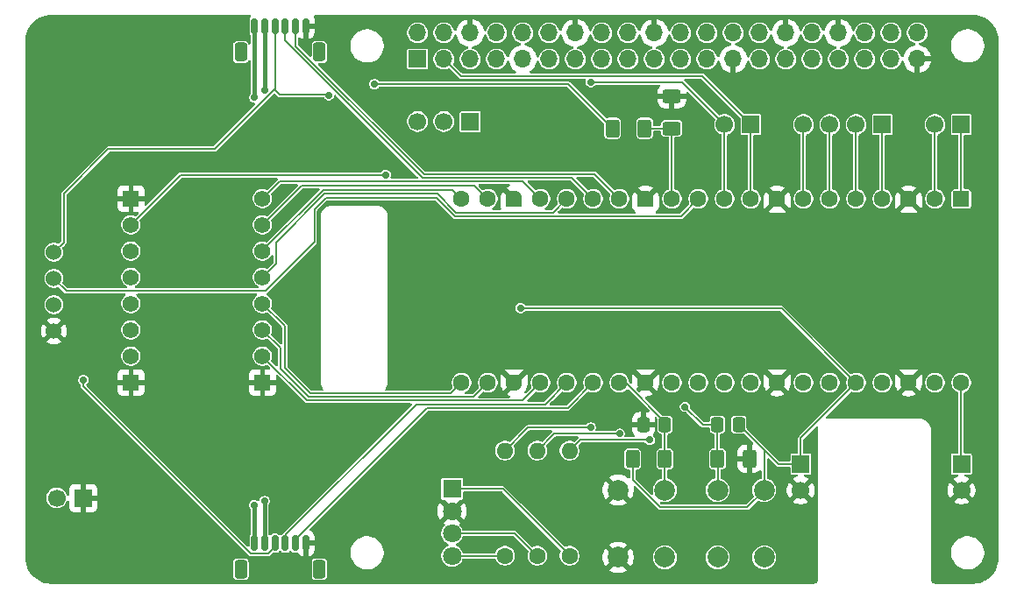
<source format=gtl>
G04 #@! TF.GenerationSoftware,KiCad,Pcbnew,9.0.1-1.fc42*
G04 #@! TF.CreationDate,2025-05-14T23:42:12-05:00*
G04 #@! TF.ProjectId,cerebellum,63657265-6265-46c6-9c75-6d2e6b696361,rev?*
G04 #@! TF.SameCoordinates,Original*
G04 #@! TF.FileFunction,Copper,L1,Top*
G04 #@! TF.FilePolarity,Positive*
%FSLAX46Y46*%
G04 Gerber Fmt 4.6, Leading zero omitted, Abs format (unit mm)*
G04 Created by KiCad (PCBNEW 9.0.1-1.fc42) date 2025-05-14 23:42:12*
%MOMM*%
%LPD*%
G01*
G04 APERTURE LIST*
G04 Aperture macros list*
%AMRoundRect*
0 Rectangle with rounded corners*
0 $1 Rounding radius*
0 $2 $3 $4 $5 $6 $7 $8 $9 X,Y pos of 4 corners*
0 Add a 4 corners polygon primitive as box body*
4,1,4,$2,$3,$4,$5,$6,$7,$8,$9,$2,$3,0*
0 Add four circle primitives for the rounded corners*
1,1,$1+$1,$2,$3*
1,1,$1+$1,$4,$5*
1,1,$1+$1,$6,$7*
1,1,$1+$1,$8,$9*
0 Add four rect primitives between the rounded corners*
20,1,$1+$1,$2,$3,$4,$5,0*
20,1,$1+$1,$4,$5,$6,$7,0*
20,1,$1+$1,$6,$7,$8,$9,0*
20,1,$1+$1,$8,$9,$2,$3,0*%
%AMFreePoly0*
4,1,37,0.603843,0.796157,0.639018,0.796157,0.711114,0.766294,0.766294,0.711114,0.796157,0.639018,0.796157,0.603843,0.800000,0.600000,0.800000,-0.600000,0.796157,-0.603843,0.796157,-0.639018,0.766294,-0.711114,0.711114,-0.766294,0.639018,-0.796157,0.603843,-0.796157,0.600000,-0.800000,0.000000,-0.800000,0.000000,-0.796148,-0.078414,-0.796148,-0.232228,-0.765552,-0.377117,-0.705537,
-0.507515,-0.618408,-0.618408,-0.507515,-0.705537,-0.377117,-0.765552,-0.232228,-0.796148,-0.078414,-0.796148,0.078414,-0.765552,0.232228,-0.705537,0.377117,-0.618408,0.507515,-0.507515,0.618408,-0.377117,0.705537,-0.232228,0.765552,-0.078414,0.796148,0.000000,0.796148,0.000000,0.800000,0.600000,0.800000,0.603843,0.796157,0.603843,0.796157,$1*%
%AMFreePoly1*
4,1,37,0.000000,0.796148,0.078414,0.796148,0.232228,0.765552,0.377117,0.705537,0.507515,0.618408,0.618408,0.507515,0.705537,0.377117,0.765552,0.232228,0.796148,0.078414,0.796148,-0.078414,0.765552,-0.232228,0.705537,-0.377117,0.618408,-0.507515,0.507515,-0.618408,0.377117,-0.705537,0.232228,-0.765552,0.078414,-0.796148,0.000000,-0.796148,0.000000,-0.800000,-0.600000,-0.800000,
-0.603843,-0.796157,-0.639018,-0.796157,-0.711114,-0.766294,-0.766294,-0.711114,-0.796157,-0.639018,-0.796157,-0.603843,-0.800000,-0.600000,-0.800000,0.600000,-0.796157,0.603843,-0.796157,0.639018,-0.766294,0.711114,-0.711114,0.766294,-0.639018,0.796157,-0.603843,0.796157,-0.600000,0.800000,0.000000,0.800000,0.000000,0.796148,0.000000,0.796148,$1*%
G04 Aperture macros list end*
G04 #@! TA.AperFunction,ComponentPad*
%ADD10R,1.700000X1.700000*%
G04 #@! TD*
G04 #@! TA.AperFunction,ComponentPad*
%ADD11C,1.700000*%
G04 #@! TD*
G04 #@! TA.AperFunction,ComponentPad*
%ADD12C,1.600000*%
G04 #@! TD*
G04 #@! TA.AperFunction,ComponentPad*
%ADD13O,1.600000X1.600000*%
G04 #@! TD*
G04 #@! TA.AperFunction,SMDPad,CuDef*
%ADD14RoundRect,0.250000X0.400000X0.625000X-0.400000X0.625000X-0.400000X-0.625000X0.400000X-0.625000X0*%
G04 #@! TD*
G04 #@! TA.AperFunction,SMDPad,CuDef*
%ADD15RoundRect,0.250000X0.625000X-0.400000X0.625000X0.400000X-0.625000X0.400000X-0.625000X-0.400000X0*%
G04 #@! TD*
G04 #@! TA.AperFunction,ComponentPad*
%ADD16C,2.000000*%
G04 #@! TD*
G04 #@! TA.AperFunction,SMDPad,CuDef*
%ADD17RoundRect,0.250000X0.337500X0.475000X-0.337500X0.475000X-0.337500X-0.475000X0.337500X-0.475000X0*%
G04 #@! TD*
G04 #@! TA.AperFunction,ComponentPad*
%ADD18C,1.530000*%
G04 #@! TD*
G04 #@! TA.AperFunction,ComponentPad*
%ADD19R,1.800000X1.800000*%
G04 #@! TD*
G04 #@! TA.AperFunction,ComponentPad*
%ADD20C,1.800000*%
G04 #@! TD*
G04 #@! TA.AperFunction,SMDPad,CuDef*
%ADD21RoundRect,0.150000X0.150000X0.625000X-0.150000X0.625000X-0.150000X-0.625000X0.150000X-0.625000X0*%
G04 #@! TD*
G04 #@! TA.AperFunction,SMDPad,CuDef*
%ADD22RoundRect,0.250000X0.350000X0.650000X-0.350000X0.650000X-0.350000X-0.650000X0.350000X-0.650000X0*%
G04 #@! TD*
G04 #@! TA.AperFunction,ComponentPad*
%ADD23R,1.560000X1.560000*%
G04 #@! TD*
G04 #@! TA.AperFunction,ComponentPad*
%ADD24C,1.560000*%
G04 #@! TD*
G04 #@! TA.AperFunction,ComponentPad*
%ADD25RoundRect,0.200000X-0.600000X0.600000X-0.600000X-0.600000X0.600000X-0.600000X0.600000X0.600000X0*%
G04 #@! TD*
G04 #@! TA.AperFunction,ComponentPad*
%ADD26FreePoly0,270.000000*%
G04 #@! TD*
G04 #@! TA.AperFunction,ComponentPad*
%ADD27FreePoly1,270.000000*%
G04 #@! TD*
G04 #@! TA.AperFunction,ComponentPad*
%ADD28O,1.700000X1.700000*%
G04 #@! TD*
G04 #@! TA.AperFunction,ViaPad*
%ADD29C,0.700000*%
G04 #@! TD*
G04 #@! TA.AperFunction,Conductor*
%ADD30C,0.200000*%
G04 #@! TD*
G04 #@! TA.AperFunction,Conductor*
%ADD31C,0.150000*%
G04 #@! TD*
G04 #@! TA.AperFunction,Conductor*
%ADD32C,0.400000*%
G04 #@! TD*
G04 APERTURE END LIST*
D10*
X113450000Y-54825000D03*
D11*
X110910000Y-54825000D03*
X108370000Y-54825000D03*
D10*
X153255000Y-55100000D03*
D11*
X150715000Y-55100000D03*
X148175000Y-55100000D03*
X145635000Y-55100000D03*
D12*
X123050000Y-96800000D03*
D13*
X123050000Y-86640000D03*
D10*
X140555000Y-55100000D03*
D11*
X138015000Y-55100000D03*
D14*
X140425000Y-87425000D03*
X137325000Y-87425000D03*
D15*
X132925000Y-55475000D03*
X132925000Y-52375000D03*
D14*
X132250000Y-87425000D03*
X129150000Y-87425000D03*
D10*
X160900000Y-87925000D03*
D11*
X160900000Y-90465000D03*
D16*
X141850000Y-90450000D03*
X141850000Y-96950000D03*
X137350000Y-90450000D03*
X137350000Y-96950000D03*
D17*
X132250000Y-84125000D03*
X130175000Y-84125000D03*
D10*
X160875000Y-55100000D03*
D11*
X158335000Y-55100000D03*
D18*
X73250000Y-67455000D03*
X73250000Y-69995000D03*
X73250000Y-72535000D03*
X73250000Y-75075000D03*
D19*
X111700000Y-90323000D03*
D20*
X111700000Y-92482000D03*
X111700000Y-94641000D03*
X111700000Y-96800000D03*
D17*
X139400000Y-84125000D03*
X137325000Y-84125000D03*
D21*
X97600000Y-45575000D03*
X96600000Y-45575000D03*
X95600000Y-45575000D03*
X94600000Y-45575000D03*
X93600000Y-45575000D03*
X92600000Y-45575000D03*
D22*
X98900000Y-48100000D03*
X91300000Y-48100000D03*
D16*
X132250000Y-90450000D03*
X132250000Y-96950000D03*
X127750000Y-90450000D03*
X127750000Y-96950000D03*
D14*
X130300000Y-55475000D03*
X127200000Y-55475000D03*
D21*
X97600000Y-95575000D03*
X96600000Y-95575000D03*
X95600000Y-95575000D03*
X94600000Y-95575000D03*
X93600000Y-95575000D03*
X92600000Y-95575000D03*
D22*
X98900000Y-98100000D03*
X91300000Y-98100000D03*
D10*
X76075000Y-91215000D03*
D11*
X73535000Y-91215000D03*
D23*
X80700000Y-62260000D03*
D24*
X80700000Y-64800000D03*
X80700000Y-67340000D03*
X80700000Y-69880000D03*
X80700000Y-72420000D03*
X80700000Y-74960000D03*
X80700000Y-77500000D03*
D23*
X80700000Y-80040000D03*
X93400000Y-80040000D03*
D24*
X93400000Y-77500000D03*
X93400000Y-74960000D03*
X93400000Y-72420000D03*
X93400000Y-69880000D03*
X93400000Y-67340000D03*
X93400000Y-64800000D03*
X93400000Y-62260000D03*
D12*
X119925000Y-96800000D03*
D13*
X119925000Y-86640000D03*
D10*
X145375000Y-87925000D03*
D11*
X145375000Y-90465000D03*
D25*
X160875000Y-62300000D03*
D12*
X158335000Y-62300000D03*
D26*
X155795000Y-62300000D03*
D12*
X153255000Y-62300000D03*
X150715000Y-62300000D03*
X148175000Y-62300000D03*
X145635000Y-62300000D03*
D26*
X143095000Y-62300000D03*
D12*
X140555000Y-62300000D03*
X138015000Y-62300000D03*
X135475000Y-62300000D03*
X132935000Y-62300000D03*
D26*
X130395000Y-62300000D03*
D12*
X127855000Y-62300000D03*
X125315000Y-62300000D03*
X122775000Y-62300000D03*
X120235000Y-62300000D03*
D26*
X117695000Y-62300000D03*
D12*
X115155000Y-62300000D03*
X112615000Y-62300000D03*
X112615000Y-80080000D03*
X115155000Y-80080000D03*
D27*
X117695000Y-80080000D03*
D12*
X120235000Y-80080000D03*
X122775000Y-80080000D03*
X125315000Y-80080000D03*
X127855000Y-80080000D03*
D27*
X130395000Y-80080000D03*
D12*
X132935000Y-80080000D03*
X135475000Y-80080000D03*
X138015000Y-80080000D03*
X140555000Y-80080000D03*
D27*
X143095000Y-80080000D03*
D12*
X145635000Y-80080000D03*
X148175000Y-80080000D03*
X150715000Y-80080000D03*
X153255000Y-80080000D03*
D27*
X155795000Y-80080000D03*
D12*
X158335000Y-80080000D03*
X160875000Y-80080000D03*
X116800000Y-96800000D03*
D13*
X116800000Y-86640000D03*
D10*
X108370000Y-48770000D03*
D28*
X108370000Y-46230000D03*
X110910000Y-48770000D03*
X110910000Y-46230000D03*
X113450000Y-48770000D03*
X113450000Y-46230000D03*
X115990000Y-48770000D03*
X115990000Y-46230000D03*
X118530000Y-48770000D03*
X118530000Y-46230000D03*
X121070000Y-48770000D03*
X121070000Y-46230000D03*
X123610000Y-48770000D03*
X123610000Y-46230000D03*
X126150000Y-48770000D03*
X126150000Y-46230000D03*
X128690000Y-48770000D03*
X128690000Y-46230000D03*
X131230000Y-48770000D03*
X131230000Y-46230000D03*
X133770000Y-48770000D03*
X133770000Y-46230000D03*
X136310000Y-48770000D03*
X136310000Y-46230000D03*
X138850000Y-48770000D03*
X138850000Y-46230000D03*
X141390000Y-48770000D03*
X141390000Y-46230000D03*
X143930000Y-48770000D03*
X143930000Y-46230000D03*
X146470000Y-48770000D03*
X146470000Y-46230000D03*
X149010000Y-48770000D03*
X149010000Y-46230000D03*
X151550000Y-48770000D03*
X151550000Y-46230000D03*
X154090000Y-48770000D03*
X154090000Y-46230000D03*
X156630000Y-48770000D03*
X156630000Y-46230000D03*
D29*
X99800000Y-52275000D03*
X118325000Y-72850000D03*
X130800000Y-85600000D03*
X134200000Y-82400000D03*
X105300000Y-60000000D03*
X125100000Y-51000000D03*
X76100000Y-79800000D03*
X125100000Y-84400000D03*
X127900000Y-85000000D03*
X93600000Y-91500000D03*
X93600000Y-51800000D03*
X92600000Y-52500000D03*
X92600000Y-91900000D03*
X104200000Y-51200000D03*
D30*
X94600000Y-51649943D02*
X94600000Y-51775000D01*
X99750000Y-52225000D02*
X99800000Y-52275000D01*
X95050000Y-52225000D02*
X99750000Y-52225000D01*
X94600000Y-51775000D02*
X95050000Y-52225000D01*
X118375000Y-72900000D02*
X143535000Y-72900000D01*
X143535000Y-72900000D02*
X150715000Y-80080000D01*
D31*
X118325000Y-72850000D02*
X118375000Y-72900000D01*
D30*
X93400000Y-67340000D02*
X93400000Y-67300000D01*
X93400000Y-67300000D02*
X99300000Y-61400000D01*
X111715000Y-61400000D02*
X112615000Y-62300000D01*
X99300000Y-61400000D02*
X111715000Y-61400000D01*
X123050000Y-86640000D02*
X124090000Y-85600000D01*
X124090000Y-85600000D02*
X130800000Y-85600000D01*
X145635000Y-55100000D02*
X145635000Y-62300000D01*
X137350000Y-90450000D02*
X137350000Y-87450000D01*
X137350000Y-87450000D02*
X137325000Y-87425000D01*
X135925000Y-84125000D02*
X134200000Y-82400000D01*
X137325000Y-87425000D02*
X137325000Y-84125000D01*
X137325000Y-84125000D02*
X135925000Y-84125000D01*
X160875000Y-80080000D02*
X160875000Y-87900000D01*
X160875000Y-87900000D02*
X160900000Y-87925000D01*
X141850000Y-90450000D02*
X141850000Y-86575000D01*
X80700000Y-64800000D02*
X85500000Y-60000000D01*
X145375000Y-87925000D02*
X143200000Y-87925000D01*
X131800000Y-92100000D02*
X140200000Y-92100000D01*
X141850000Y-86575000D02*
X139400000Y-84125000D01*
X140200000Y-92100000D02*
X141850000Y-90450000D01*
X145375000Y-85420000D02*
X150715000Y-80080000D01*
X143200000Y-87925000D02*
X141850000Y-86575000D01*
X85500000Y-60000000D02*
X105300000Y-60000000D01*
X129150000Y-87425000D02*
X129150000Y-89450000D01*
X145375000Y-87925000D02*
X145375000Y-85420000D01*
X129150000Y-89450000D02*
X131800000Y-92100000D01*
X158335000Y-55100000D02*
X158335000Y-62300000D01*
X133915000Y-51000000D02*
X125100000Y-51000000D01*
X138015000Y-55100000D02*
X133915000Y-51000000D01*
X138015000Y-55100000D02*
X138015000Y-62300000D01*
X93920256Y-96601000D02*
X92279744Y-96601000D01*
X88749943Y-57500000D02*
X78500000Y-57500000D01*
X74200000Y-66505000D02*
X73250000Y-67455000D01*
X94600000Y-95921256D02*
X93920256Y-96601000D01*
X74200000Y-61800000D02*
X74200000Y-66505000D01*
X92279744Y-96601000D02*
X76100000Y-80421256D01*
X94600000Y-95575000D02*
X94600000Y-95921256D01*
X94600000Y-51649943D02*
X88749943Y-57500000D01*
X78500000Y-57500000D02*
X74200000Y-61800000D01*
X94600000Y-45575000D02*
X94600000Y-51649943D01*
X76100000Y-80421256D02*
X76100000Y-79800000D01*
X99500000Y-62200000D02*
X110203612Y-62200000D01*
X98400000Y-66469027D02*
X98400000Y-63300000D01*
X111954612Y-63951000D02*
X133824000Y-63951000D01*
X74455000Y-71200000D02*
X93669027Y-71200000D01*
X93669027Y-71200000D02*
X98400000Y-66469027D01*
X133824000Y-63951000D02*
X135475000Y-62300000D01*
X110203612Y-62200000D02*
X111954612Y-63951000D01*
X73250000Y-69995000D02*
X74455000Y-71200000D01*
X98400000Y-63300000D02*
X99500000Y-62200000D01*
X96600000Y-95575000D02*
X96600000Y-95200000D01*
X96600000Y-95200000D02*
X109296000Y-82504000D01*
X122891000Y-82504000D02*
X125315000Y-80080000D01*
X109296000Y-82504000D02*
X122891000Y-82504000D01*
X94700000Y-68580000D02*
X94700000Y-66496388D01*
X110300000Y-61800000D02*
X112100000Y-63600000D01*
X93400000Y-69880000D02*
X94700000Y-68580000D01*
X94700000Y-66496388D02*
X99396388Y-61800000D01*
X112100000Y-63600000D02*
X121475000Y-63600000D01*
X99396388Y-61800000D02*
X110300000Y-61800000D01*
X121475000Y-63600000D02*
X122775000Y-62300000D01*
X120702000Y-82153000D02*
X122775000Y-80080000D01*
X95600000Y-94800001D02*
X108247001Y-82153000D01*
X108247001Y-82153000D02*
X120702000Y-82153000D01*
X95600000Y-95575000D02*
X95600000Y-94800001D01*
X116800000Y-86640000D02*
X119040000Y-84400000D01*
X119040000Y-84400000D02*
X125100000Y-84400000D01*
X125453000Y-59898000D02*
X127855000Y-62300000D01*
X96600000Y-45575000D02*
X96600000Y-47515448D01*
X108982552Y-59898000D02*
X125453000Y-59898000D01*
X96600000Y-47515448D02*
X108982552Y-59898000D01*
X153255000Y-55100000D02*
X153255000Y-62300000D01*
X93400000Y-64800000D02*
X97200000Y-61000000D01*
X97200000Y-61000000D02*
X113855000Y-61000000D01*
X113855000Y-61000000D02*
X115155000Y-62300000D01*
X132250000Y-83850000D02*
X128480000Y-80080000D01*
X132250000Y-90450000D02*
X132250000Y-87425000D01*
X128480000Y-80080000D02*
X127855000Y-80080000D01*
X132250000Y-84125000D02*
X132250000Y-83850000D01*
X132250000Y-87425000D02*
X132250000Y-84125000D01*
X111885773Y-81802002D02*
X111885775Y-81802000D01*
X118513000Y-81802000D02*
X120235000Y-80080000D01*
X93400000Y-77500000D02*
X97701998Y-81802000D01*
X111691922Y-81802000D02*
X111885773Y-81802002D01*
X111885775Y-81802000D02*
X118513000Y-81802000D01*
X97701998Y-81802000D02*
X111691922Y-81802000D01*
X112540000Y-50400000D02*
X110910000Y-48770000D01*
X140555000Y-55100000D02*
X140555000Y-62300000D01*
X140555000Y-55100000D02*
X135855000Y-50400000D01*
X135855000Y-50400000D02*
X112540000Y-50400000D01*
X132925000Y-55475000D02*
X132925000Y-62290000D01*
X130300000Y-55475000D02*
X132925000Y-55475000D01*
X132925000Y-62290000D02*
X132935000Y-62300000D01*
X95600000Y-47000000D02*
X96249000Y-47649000D01*
X96249000Y-47649000D02*
X96249000Y-47660837D01*
X96249000Y-47660837D02*
X108837164Y-60249000D01*
X108837164Y-60249000D02*
X123264000Y-60249000D01*
X123264000Y-60249000D02*
X125315000Y-62300000D01*
X95600000Y-45575000D02*
X95600000Y-47000000D01*
X160875000Y-55100000D02*
X160875000Y-62300000D01*
X119925000Y-86640000D02*
X121565000Y-85000000D01*
X121565000Y-85000000D02*
X127900000Y-85000000D01*
X93400000Y-62260000D02*
X95060000Y-60600000D01*
X118535000Y-60600000D02*
X120235000Y-62300000D01*
X95060000Y-60600000D02*
X118535000Y-60600000D01*
X148175000Y-55100000D02*
X148175000Y-62300000D01*
X95546388Y-74566388D02*
X95546388Y-78653612D01*
X95546388Y-78653612D02*
X97992776Y-81100000D01*
X111595000Y-81100000D02*
X112615000Y-80080000D01*
X93400000Y-72420000D02*
X95546388Y-74566388D01*
X97992776Y-81100000D02*
X111595000Y-81100000D01*
X95148194Y-78751806D02*
X97847387Y-81451000D01*
X113784000Y-81451000D02*
X115155000Y-80080000D01*
X97847387Y-81451000D02*
X113784000Y-81451000D01*
X95148194Y-76708194D02*
X95148194Y-78751806D01*
X93400000Y-74960000D02*
X95148194Y-76708194D01*
X150715000Y-55100000D02*
X150715000Y-62300000D01*
D32*
X93600000Y-91500000D02*
X93600000Y-95575000D01*
X93600000Y-51800000D02*
X93600000Y-45575000D01*
X92600000Y-52500000D02*
X92600000Y-45575000D01*
X92600000Y-91900000D02*
X92600000Y-95575000D01*
D30*
X111700000Y-96800000D02*
X116800000Y-96800000D01*
X111700000Y-90323000D02*
X116623000Y-90323000D01*
X123050000Y-96750000D02*
X123050000Y-96800000D01*
X116623000Y-90323000D02*
X123050000Y-96750000D01*
X117766000Y-94641000D02*
X119925000Y-96800000D01*
X111700000Y-94641000D02*
X117766000Y-94641000D01*
X104200000Y-51200000D02*
X122925000Y-51200000D01*
X122925000Y-51200000D02*
X127200000Y-55475000D01*
G04 #@! TA.AperFunction,Conductor*
G36*
X92242206Y-44520185D02*
G01*
X92287961Y-44572989D01*
X92297905Y-44642147D01*
X92268880Y-44705703D01*
X92262848Y-44712181D01*
X92197794Y-44777234D01*
X92152415Y-44880006D01*
X92152415Y-44880008D01*
X92149500Y-44905131D01*
X92149500Y-46244856D01*
X92149502Y-46244882D01*
X92152413Y-46269987D01*
X92152415Y-46269991D01*
X92197793Y-46372764D01*
X92213181Y-46388152D01*
X92246666Y-46449475D01*
X92249500Y-46475833D01*
X92249500Y-47227912D01*
X92229815Y-47294951D01*
X92177011Y-47340706D01*
X92107853Y-47350650D01*
X92044297Y-47321625D01*
X92015017Y-47284209D01*
X91978050Y-47211658D01*
X91978046Y-47211654D01*
X91978045Y-47211652D01*
X91888347Y-47121954D01*
X91888344Y-47121952D01*
X91888342Y-47121950D01*
X91811517Y-47082805D01*
X91775301Y-47064352D01*
X91681524Y-47049500D01*
X90918482Y-47049500D01*
X90837519Y-47062323D01*
X90824696Y-47064354D01*
X90711658Y-47121950D01*
X90711657Y-47121951D01*
X90711652Y-47121954D01*
X90621954Y-47211652D01*
X90621951Y-47211657D01*
X90621950Y-47211658D01*
X90602751Y-47249337D01*
X90564352Y-47324698D01*
X90549500Y-47418475D01*
X90549500Y-48781517D01*
X90550794Y-48789685D01*
X90564354Y-48875304D01*
X90621950Y-48988342D01*
X90621952Y-48988344D01*
X90621954Y-48988347D01*
X90711652Y-49078045D01*
X90711654Y-49078046D01*
X90711658Y-49078050D01*
X90824694Y-49135645D01*
X90824698Y-49135647D01*
X90918475Y-49150499D01*
X90918481Y-49150500D01*
X91681518Y-49150499D01*
X91775304Y-49135646D01*
X91888342Y-49078050D01*
X91978050Y-48988342D01*
X92015016Y-48915791D01*
X92062990Y-48864997D01*
X92130811Y-48848202D01*
X92196946Y-48870739D01*
X92240397Y-48925455D01*
X92249500Y-48972088D01*
X92249500Y-52091324D01*
X92229815Y-52158363D01*
X92213181Y-52179005D01*
X92199502Y-52192683D01*
X92199500Y-52192686D01*
X92133608Y-52306812D01*
X92124477Y-52340892D01*
X92099500Y-52434108D01*
X92099500Y-52565892D01*
X92103901Y-52582316D01*
X92133608Y-52693187D01*
X92161439Y-52741391D01*
X92199500Y-52807314D01*
X92292686Y-52900500D01*
X92406814Y-52966392D01*
X92534108Y-53000500D01*
X92534110Y-53000500D01*
X92595821Y-53000500D01*
X92662860Y-53020185D01*
X92708615Y-53072989D01*
X92718559Y-53142147D01*
X92689534Y-53205703D01*
X92683504Y-53212178D01*
X90682388Y-55213294D01*
X88682501Y-57213181D01*
X88621178Y-57246666D01*
X88594820Y-57249500D01*
X78450170Y-57249500D01*
X78358102Y-57287636D01*
X73987636Y-61658102D01*
X73949500Y-61750170D01*
X73949500Y-66349877D01*
X73940855Y-66379317D01*
X73934332Y-66409304D01*
X73930577Y-66414319D01*
X73929815Y-66416916D01*
X73913185Y-66437553D01*
X73835339Y-66515400D01*
X73758780Y-66591959D01*
X73697457Y-66625443D01*
X73627765Y-66620459D01*
X73623647Y-66618838D01*
X73517046Y-66574683D01*
X73517034Y-66574680D01*
X73340173Y-66539500D01*
X73340169Y-66539500D01*
X73159831Y-66539500D01*
X73159826Y-66539500D01*
X72982965Y-66574680D01*
X72982953Y-66574683D01*
X72816354Y-66643690D01*
X72816341Y-66643697D01*
X72666403Y-66743883D01*
X72666399Y-66743886D01*
X72538886Y-66871399D01*
X72538883Y-66871403D01*
X72438697Y-67021341D01*
X72438690Y-67021354D01*
X72369683Y-67187953D01*
X72369680Y-67187965D01*
X72334500Y-67364826D01*
X72334500Y-67545173D01*
X72369680Y-67722034D01*
X72369683Y-67722046D01*
X72438690Y-67888645D01*
X72438697Y-67888658D01*
X72538883Y-68038596D01*
X72538886Y-68038600D01*
X72666399Y-68166113D01*
X72666403Y-68166116D01*
X72816341Y-68266302D01*
X72816354Y-68266309D01*
X72982953Y-68335316D01*
X72982958Y-68335318D01*
X73159826Y-68370499D01*
X73159830Y-68370500D01*
X73159831Y-68370500D01*
X73340170Y-68370500D01*
X73340171Y-68370499D01*
X73517042Y-68335318D01*
X73683652Y-68266306D01*
X73833597Y-68166116D01*
X73961116Y-68038597D01*
X74061306Y-67888652D01*
X74130318Y-67722042D01*
X74165500Y-67545169D01*
X74165500Y-67431648D01*
X79769499Y-67431648D01*
X79805257Y-67611411D01*
X79805259Y-67611417D01*
X79875400Y-67780754D01*
X79875405Y-67780763D01*
X79977233Y-67933158D01*
X79977236Y-67933162D01*
X80106837Y-68062763D01*
X80106841Y-68062766D01*
X80259236Y-68164594D01*
X80259245Y-68164599D01*
X80297606Y-68180488D01*
X80428583Y-68234741D01*
X80428587Y-68234741D01*
X80428588Y-68234742D01*
X80608351Y-68270500D01*
X80608354Y-68270500D01*
X80791648Y-68270500D01*
X80912590Y-68246442D01*
X80971417Y-68234741D01*
X81140757Y-68164598D01*
X81293159Y-68062766D01*
X81422766Y-67933159D01*
X81524598Y-67780757D01*
X81594741Y-67611417D01*
X81630500Y-67431646D01*
X81630500Y-67248354D01*
X81630500Y-67248351D01*
X81594742Y-67068588D01*
X81594741Y-67068587D01*
X81594741Y-67068583D01*
X81524598Y-66899243D01*
X81524597Y-66899242D01*
X81524594Y-66899236D01*
X81422766Y-66746841D01*
X81422763Y-66746837D01*
X81293162Y-66617236D01*
X81293158Y-66617233D01*
X81140763Y-66515405D01*
X81140754Y-66515400D01*
X80971417Y-66445259D01*
X80971411Y-66445257D01*
X80791648Y-66409500D01*
X80791646Y-66409500D01*
X80608354Y-66409500D01*
X80608352Y-66409500D01*
X80428588Y-66445257D01*
X80428582Y-66445259D01*
X80259245Y-66515400D01*
X80259236Y-66515405D01*
X80106841Y-66617233D01*
X80106837Y-66617236D01*
X79977236Y-66746837D01*
X79977233Y-66746841D01*
X79875405Y-66899236D01*
X79875400Y-66899245D01*
X79805259Y-67068582D01*
X79805257Y-67068588D01*
X79769500Y-67248351D01*
X79769500Y-67248354D01*
X79769500Y-67431646D01*
X79769500Y-67431648D01*
X79769499Y-67431648D01*
X74165500Y-67431648D01*
X74165500Y-67364831D01*
X74130318Y-67187958D01*
X74084202Y-67076625D01*
X74082645Y-67071769D01*
X74081901Y-67041741D01*
X74078691Y-67011883D01*
X74081045Y-67007179D01*
X74080915Y-67001921D01*
X74096521Y-66976261D01*
X74109966Y-66949403D01*
X74113012Y-66946246D01*
X74324455Y-66734804D01*
X74324458Y-66734802D01*
X74341896Y-66717364D01*
X74341897Y-66717364D01*
X74412364Y-66646897D01*
X74450500Y-66554828D01*
X74450500Y-61955123D01*
X74470185Y-61888084D01*
X74486819Y-61867442D01*
X78567442Y-57786819D01*
X78628765Y-57753334D01*
X78655123Y-57750500D01*
X88799769Y-57750500D01*
X88799771Y-57750500D01*
X88891840Y-57712364D01*
X94449790Y-52154412D01*
X94511113Y-52120928D01*
X94580805Y-52125912D01*
X94625152Y-52154413D01*
X94908103Y-52437364D01*
X95000172Y-52475500D01*
X95099828Y-52475500D01*
X99266240Y-52475500D01*
X99333279Y-52495185D01*
X99373626Y-52537499D01*
X99399500Y-52582314D01*
X99492686Y-52675500D01*
X99606814Y-52741392D01*
X99734108Y-52775500D01*
X99734110Y-52775500D01*
X99865890Y-52775500D01*
X99865892Y-52775500D01*
X99993186Y-52741392D01*
X100107314Y-52675500D01*
X100200500Y-52582314D01*
X100266392Y-52468186D01*
X100300500Y-52340892D01*
X100300500Y-52340890D01*
X100302603Y-52333042D01*
X100305762Y-52333888D01*
X100327786Y-52283988D01*
X100386078Y-52245466D01*
X100455942Y-52244575D01*
X100510209Y-52276307D01*
X108371723Y-60137819D01*
X108405208Y-60199142D01*
X108400224Y-60268834D01*
X108358352Y-60324767D01*
X108292888Y-60349184D01*
X108284042Y-60349500D01*
X105886107Y-60349500D01*
X105819068Y-60329815D01*
X105773313Y-60277011D01*
X105763369Y-60207853D01*
X105766332Y-60193406D01*
X105766390Y-60193189D01*
X105766392Y-60193186D01*
X105800500Y-60065892D01*
X105800500Y-59934108D01*
X105766392Y-59806814D01*
X105700500Y-59692686D01*
X105607314Y-59599500D01*
X105550250Y-59566554D01*
X105493187Y-59533608D01*
X105429539Y-59516554D01*
X105365892Y-59499500D01*
X105234108Y-59499500D01*
X105106812Y-59533608D01*
X104992686Y-59599500D01*
X104992683Y-59599502D01*
X104899502Y-59692683D01*
X104894552Y-59699135D01*
X104892192Y-59697324D01*
X104851920Y-59735720D01*
X104795107Y-59749500D01*
X85450170Y-59749500D01*
X85358102Y-59787636D01*
X85358101Y-59787637D01*
X82191681Y-62954056D01*
X82130358Y-62987541D01*
X82060666Y-62982557D01*
X82004733Y-62940685D01*
X81980316Y-62875221D01*
X81980000Y-62866375D01*
X81980000Y-62510000D01*
X81156107Y-62510000D01*
X81184563Y-62460712D01*
X81220000Y-62328459D01*
X81220000Y-62191541D01*
X81184563Y-62059288D01*
X81156107Y-62010000D01*
X81980000Y-62010000D01*
X81980000Y-61432172D01*
X81979999Y-61432155D01*
X81973598Y-61372627D01*
X81973596Y-61372620D01*
X81923354Y-61237913D01*
X81923350Y-61237906D01*
X81837190Y-61122812D01*
X81837187Y-61122809D01*
X81722093Y-61036649D01*
X81722086Y-61036645D01*
X81587379Y-60986403D01*
X81587372Y-60986401D01*
X81527844Y-60980000D01*
X80950000Y-60980000D01*
X80950000Y-61803893D01*
X80900712Y-61775437D01*
X80768459Y-61740000D01*
X80631541Y-61740000D01*
X80499288Y-61775437D01*
X80450000Y-61803893D01*
X80450000Y-60980000D01*
X79872155Y-60980000D01*
X79812627Y-60986401D01*
X79812620Y-60986403D01*
X79677913Y-61036645D01*
X79677906Y-61036649D01*
X79562812Y-61122809D01*
X79562809Y-61122812D01*
X79476649Y-61237906D01*
X79476645Y-61237913D01*
X79426403Y-61372620D01*
X79426401Y-61372627D01*
X79420000Y-61432155D01*
X79420000Y-62010000D01*
X80243893Y-62010000D01*
X80215437Y-62059288D01*
X80180000Y-62191541D01*
X80180000Y-62328459D01*
X80215437Y-62460712D01*
X80243893Y-62510000D01*
X79420000Y-62510000D01*
X79420000Y-63087844D01*
X79426401Y-63147372D01*
X79426403Y-63147379D01*
X79476645Y-63282086D01*
X79476649Y-63282093D01*
X79562809Y-63397187D01*
X79562812Y-63397190D01*
X79677906Y-63483350D01*
X79677913Y-63483354D01*
X79812620Y-63533596D01*
X79812627Y-63533598D01*
X79872155Y-63539999D01*
X79872172Y-63540000D01*
X80450000Y-63540000D01*
X80450000Y-62716106D01*
X80499288Y-62744563D01*
X80631541Y-62780000D01*
X80768459Y-62780000D01*
X80900712Y-62744563D01*
X80950000Y-62716106D01*
X80950000Y-63540000D01*
X81306375Y-63540000D01*
X81327620Y-63546238D01*
X81349709Y-63547818D01*
X81360492Y-63555890D01*
X81373414Y-63559685D01*
X81387913Y-63576418D01*
X81405642Y-63589690D01*
X81410349Y-63602310D01*
X81419169Y-63612489D01*
X81422320Y-63634406D01*
X81430059Y-63655154D01*
X81427196Y-63668314D01*
X81429113Y-63681647D01*
X81419913Y-63701790D01*
X81415207Y-63723427D01*
X81401938Y-63741152D01*
X81400088Y-63745203D01*
X81394056Y-63751681D01*
X81220259Y-63925478D01*
X81158936Y-63958963D01*
X81089244Y-63953979D01*
X81085126Y-63952358D01*
X80971421Y-63905260D01*
X80971411Y-63905257D01*
X80791648Y-63869500D01*
X80791646Y-63869500D01*
X80608354Y-63869500D01*
X80608352Y-63869500D01*
X80428588Y-63905257D01*
X80428582Y-63905259D01*
X80259245Y-63975400D01*
X80259236Y-63975405D01*
X80106841Y-64077233D01*
X80106837Y-64077236D01*
X79977236Y-64206837D01*
X79977233Y-64206841D01*
X79875405Y-64359236D01*
X79875400Y-64359245D01*
X79805259Y-64528582D01*
X79805257Y-64528588D01*
X79769500Y-64708351D01*
X79769500Y-64708354D01*
X79769500Y-64891646D01*
X79769500Y-64891648D01*
X79769499Y-64891648D01*
X79805257Y-65071411D01*
X79805259Y-65071417D01*
X79875400Y-65240754D01*
X79875405Y-65240763D01*
X79977233Y-65393158D01*
X79977236Y-65393162D01*
X80106837Y-65522763D01*
X80106841Y-65522766D01*
X80259236Y-65624594D01*
X80259242Y-65624597D01*
X80259243Y-65624598D01*
X80428583Y-65694741D01*
X80428587Y-65694741D01*
X80428588Y-65694742D01*
X80608351Y-65730500D01*
X80608354Y-65730500D01*
X80791648Y-65730500D01*
X80912590Y-65706442D01*
X80971417Y-65694741D01*
X81140757Y-65624598D01*
X81293159Y-65522766D01*
X81422766Y-65393159D01*
X81524598Y-65240757D01*
X81594741Y-65071417D01*
X81630500Y-64891646D01*
X81630500Y-64708354D01*
X81630500Y-64708351D01*
X81594742Y-64528588D01*
X81594741Y-64528587D01*
X81594741Y-64528583D01*
X81547639Y-64414870D01*
X81540171Y-64345404D01*
X81571446Y-64282925D01*
X81574492Y-64279767D01*
X85567442Y-60286819D01*
X85628765Y-60253334D01*
X85655123Y-60250500D01*
X94755877Y-60250500D01*
X94822916Y-60270185D01*
X94868671Y-60322989D01*
X94878615Y-60392147D01*
X94849590Y-60455703D01*
X94843558Y-60462181D01*
X93920260Y-61385478D01*
X93858937Y-61418963D01*
X93789245Y-61413979D01*
X93785127Y-61412358D01*
X93671421Y-61365260D01*
X93671411Y-61365257D01*
X93491648Y-61329500D01*
X93491646Y-61329500D01*
X93308354Y-61329500D01*
X93308352Y-61329500D01*
X93128588Y-61365257D01*
X93128582Y-61365259D01*
X92959245Y-61435400D01*
X92959236Y-61435405D01*
X92806841Y-61537233D01*
X92806837Y-61537236D01*
X92677236Y-61666837D01*
X92677233Y-61666841D01*
X92575405Y-61819236D01*
X92575400Y-61819245D01*
X92505259Y-61988582D01*
X92505257Y-61988588D01*
X92469500Y-62168351D01*
X92469500Y-62168354D01*
X92469500Y-62351646D01*
X92469500Y-62351648D01*
X92469499Y-62351648D01*
X92505257Y-62531411D01*
X92505259Y-62531417D01*
X92575400Y-62700754D01*
X92575405Y-62700763D01*
X92677233Y-62853158D01*
X92677236Y-62853162D01*
X92806837Y-62982763D01*
X92806841Y-62982766D01*
X92959236Y-63084594D01*
X92959245Y-63084599D01*
X92971741Y-63089775D01*
X93128583Y-63154741D01*
X93128587Y-63154741D01*
X93128588Y-63154742D01*
X93308351Y-63190500D01*
X93308354Y-63190500D01*
X93491648Y-63190500D01*
X93638307Y-63161327D01*
X93671417Y-63154741D01*
X93840757Y-63084598D01*
X93993159Y-62982766D01*
X94122766Y-62853159D01*
X94224598Y-62700757D01*
X94294741Y-62531417D01*
X94310837Y-62450500D01*
X94330500Y-62351648D01*
X94330500Y-62168351D01*
X94294742Y-61988588D01*
X94294741Y-61988587D01*
X94294741Y-61988583D01*
X94247639Y-61874870D01*
X94240171Y-61805403D01*
X94271446Y-61742923D01*
X94274490Y-61739768D01*
X95127441Y-60886819D01*
X95188764Y-60853334D01*
X95215122Y-60850500D01*
X96695877Y-60850500D01*
X96762916Y-60870185D01*
X96808671Y-60922989D01*
X96818615Y-60992147D01*
X96789590Y-61055703D01*
X96783558Y-61062181D01*
X93920260Y-63925478D01*
X93858937Y-63958963D01*
X93789245Y-63953979D01*
X93785127Y-63952358D01*
X93671421Y-63905260D01*
X93671411Y-63905257D01*
X93491648Y-63869500D01*
X93491646Y-63869500D01*
X93308354Y-63869500D01*
X93308352Y-63869500D01*
X93128588Y-63905257D01*
X93128582Y-63905259D01*
X92959245Y-63975400D01*
X92959236Y-63975405D01*
X92806841Y-64077233D01*
X92806837Y-64077236D01*
X92677236Y-64206837D01*
X92677233Y-64206841D01*
X92575405Y-64359236D01*
X92575400Y-64359245D01*
X92505259Y-64528582D01*
X92505257Y-64528588D01*
X92469500Y-64708351D01*
X92469500Y-64708354D01*
X92469500Y-64891646D01*
X92469500Y-64891648D01*
X92469499Y-64891648D01*
X92505257Y-65071411D01*
X92505259Y-65071417D01*
X92575400Y-65240754D01*
X92575405Y-65240763D01*
X92677233Y-65393158D01*
X92677236Y-65393162D01*
X92806837Y-65522763D01*
X92806841Y-65522766D01*
X92959236Y-65624594D01*
X92959242Y-65624597D01*
X92959243Y-65624598D01*
X93128583Y-65694741D01*
X93128587Y-65694741D01*
X93128588Y-65694742D01*
X93308351Y-65730500D01*
X93308354Y-65730500D01*
X93491648Y-65730500D01*
X93612590Y-65706442D01*
X93671417Y-65694741D01*
X93840757Y-65624598D01*
X93993159Y-65522766D01*
X94122766Y-65393159D01*
X94224598Y-65240757D01*
X94294741Y-65071417D01*
X94330500Y-64891646D01*
X94330500Y-64708354D01*
X94330500Y-64708351D01*
X94294742Y-64528588D01*
X94294741Y-64528587D01*
X94294741Y-64528583D01*
X94247639Y-64414870D01*
X94240171Y-64345403D01*
X94271446Y-64282923D01*
X94274491Y-64279767D01*
X97267441Y-61286819D01*
X97328764Y-61253334D01*
X97355122Y-61250500D01*
X98795877Y-61250500D01*
X98862916Y-61270185D01*
X98908671Y-61322989D01*
X98918615Y-61392147D01*
X98889590Y-61455703D01*
X98883558Y-61462181D01*
X93891974Y-66453763D01*
X93830651Y-66487248D01*
X93760959Y-66482264D01*
X93756860Y-66480650D01*
X93671417Y-66445259D01*
X93671411Y-66445257D01*
X93491648Y-66409500D01*
X93491646Y-66409500D01*
X93308354Y-66409500D01*
X93308352Y-66409500D01*
X93128588Y-66445257D01*
X93128582Y-66445259D01*
X92959245Y-66515400D01*
X92959236Y-66515405D01*
X92806841Y-66617233D01*
X92806837Y-66617236D01*
X92677236Y-66746837D01*
X92677233Y-66746841D01*
X92575405Y-66899236D01*
X92575400Y-66899245D01*
X92505259Y-67068582D01*
X92505257Y-67068588D01*
X92469500Y-67248351D01*
X92469500Y-67248354D01*
X92469500Y-67431646D01*
X92469500Y-67431648D01*
X92469499Y-67431648D01*
X92505257Y-67611411D01*
X92505259Y-67611417D01*
X92575400Y-67780754D01*
X92575405Y-67780763D01*
X92677233Y-67933158D01*
X92677236Y-67933162D01*
X92806837Y-68062763D01*
X92806841Y-68062766D01*
X92959236Y-68164594D01*
X92959245Y-68164599D01*
X92997606Y-68180488D01*
X93128583Y-68234741D01*
X93128587Y-68234741D01*
X93128588Y-68234742D01*
X93308351Y-68270500D01*
X93308354Y-68270500D01*
X93491648Y-68270500D01*
X93612590Y-68246442D01*
X93671417Y-68234741D01*
X93840757Y-68164598D01*
X93993159Y-68062766D01*
X94122766Y-67933159D01*
X94222398Y-67784050D01*
X94276010Y-67739245D01*
X94345335Y-67730538D01*
X94408363Y-67760692D01*
X94445082Y-67820135D01*
X94449500Y-67852941D01*
X94449500Y-68424877D01*
X94429815Y-68491916D01*
X94413181Y-68512558D01*
X93920260Y-69005478D01*
X93858937Y-69038963D01*
X93789245Y-69033979D01*
X93785127Y-69032358D01*
X93671421Y-68985260D01*
X93671411Y-68985257D01*
X93491648Y-68949500D01*
X93491646Y-68949500D01*
X93308354Y-68949500D01*
X93308352Y-68949500D01*
X93128588Y-68985257D01*
X93128582Y-68985259D01*
X92959245Y-69055400D01*
X92959236Y-69055405D01*
X92806841Y-69157233D01*
X92806837Y-69157236D01*
X92677236Y-69286837D01*
X92677233Y-69286841D01*
X92575405Y-69439236D01*
X92575400Y-69439245D01*
X92505259Y-69608582D01*
X92505257Y-69608588D01*
X92469500Y-69788351D01*
X92469500Y-69788354D01*
X92469500Y-69971646D01*
X92469500Y-69971648D01*
X92469499Y-69971648D01*
X92505257Y-70151411D01*
X92505259Y-70151417D01*
X92575400Y-70320754D01*
X92575405Y-70320763D01*
X92677233Y-70473158D01*
X92677236Y-70473162D01*
X92806837Y-70602763D01*
X92806841Y-70602766D01*
X92959236Y-70704594D01*
X92959240Y-70704596D01*
X92959243Y-70704598D01*
X92962901Y-70706113D01*
X92974551Y-70710939D01*
X93028954Y-70754780D01*
X93051019Y-70821074D01*
X93033740Y-70888774D01*
X92982602Y-70936384D01*
X92927098Y-70949500D01*
X81172902Y-70949500D01*
X81105863Y-70929815D01*
X81060108Y-70877011D01*
X81050164Y-70807853D01*
X81079189Y-70744297D01*
X81125449Y-70710939D01*
X81129182Y-70709392D01*
X81140757Y-70704598D01*
X81293159Y-70602766D01*
X81422766Y-70473159D01*
X81524598Y-70320757D01*
X81594741Y-70151417D01*
X81624644Y-70001085D01*
X81630500Y-69971648D01*
X81630500Y-69788351D01*
X81594742Y-69608588D01*
X81594741Y-69608587D01*
X81594741Y-69608583D01*
X81524598Y-69439243D01*
X81524597Y-69439242D01*
X81524594Y-69439236D01*
X81422766Y-69286841D01*
X81422763Y-69286837D01*
X81293162Y-69157236D01*
X81293158Y-69157233D01*
X81140763Y-69055405D01*
X81140754Y-69055400D01*
X80971417Y-68985259D01*
X80971411Y-68985257D01*
X80791648Y-68949500D01*
X80791646Y-68949500D01*
X80608354Y-68949500D01*
X80608352Y-68949500D01*
X80428588Y-68985257D01*
X80428582Y-68985259D01*
X80259245Y-69055400D01*
X80259236Y-69055405D01*
X80106841Y-69157233D01*
X80106837Y-69157236D01*
X79977236Y-69286837D01*
X79977233Y-69286841D01*
X79875405Y-69439236D01*
X79875400Y-69439245D01*
X79805259Y-69608582D01*
X79805257Y-69608588D01*
X79769500Y-69788351D01*
X79769500Y-69788354D01*
X79769500Y-69971646D01*
X79769500Y-69971648D01*
X79769499Y-69971648D01*
X79805257Y-70151411D01*
X79805259Y-70151417D01*
X79875400Y-70320754D01*
X79875405Y-70320763D01*
X79977233Y-70473158D01*
X79977236Y-70473162D01*
X80106837Y-70602763D01*
X80106841Y-70602766D01*
X80259236Y-70704594D01*
X80259240Y-70704596D01*
X80259243Y-70704598D01*
X80262901Y-70706113D01*
X80274551Y-70710939D01*
X80328954Y-70754780D01*
X80351019Y-70821074D01*
X80333740Y-70888774D01*
X80282602Y-70936384D01*
X80227098Y-70949500D01*
X74610123Y-70949500D01*
X74543084Y-70929815D01*
X74522442Y-70913181D01*
X74113041Y-70503780D01*
X74079556Y-70442457D01*
X74084540Y-70372765D01*
X74086161Y-70368646D01*
X74130318Y-70262042D01*
X74165500Y-70085169D01*
X74165500Y-69904831D01*
X74130318Y-69727958D01*
X74130316Y-69727953D01*
X74061309Y-69561354D01*
X74061302Y-69561341D01*
X73961116Y-69411403D01*
X73961113Y-69411399D01*
X73833600Y-69283886D01*
X73833596Y-69283883D01*
X73683658Y-69183697D01*
X73683645Y-69183690D01*
X73517046Y-69114683D01*
X73517034Y-69114680D01*
X73340173Y-69079500D01*
X73340169Y-69079500D01*
X73159831Y-69079500D01*
X73159826Y-69079500D01*
X72982965Y-69114680D01*
X72982953Y-69114683D01*
X72816354Y-69183690D01*
X72816341Y-69183697D01*
X72666403Y-69283883D01*
X72666399Y-69283886D01*
X72538886Y-69411399D01*
X72538883Y-69411403D01*
X72438697Y-69561341D01*
X72438690Y-69561354D01*
X72369683Y-69727953D01*
X72369680Y-69727965D01*
X72334500Y-69904826D01*
X72334500Y-70085173D01*
X72369680Y-70262034D01*
X72369683Y-70262046D01*
X72438690Y-70428645D01*
X72438697Y-70428658D01*
X72538883Y-70578596D01*
X72538886Y-70578600D01*
X72666399Y-70706113D01*
X72666403Y-70706116D01*
X72816341Y-70806302D01*
X72816354Y-70806309D01*
X72982953Y-70875316D01*
X72982958Y-70875318D01*
X73159826Y-70910499D01*
X73159830Y-70910500D01*
X73159831Y-70910500D01*
X73340170Y-70910500D01*
X73340171Y-70910499D01*
X73517042Y-70875318D01*
X73623646Y-70831160D01*
X73693116Y-70823692D01*
X73755595Y-70854967D01*
X73758780Y-70858041D01*
X74313103Y-71412364D01*
X74405172Y-71450500D01*
X74405174Y-71450500D01*
X80067331Y-71450500D01*
X80134370Y-71470185D01*
X80180125Y-71522989D01*
X80190069Y-71592147D01*
X80161044Y-71655703D01*
X80136222Y-71677602D01*
X80106840Y-71697233D01*
X79977236Y-71826837D01*
X79977233Y-71826841D01*
X79875405Y-71979236D01*
X79875400Y-71979245D01*
X79805259Y-72148582D01*
X79805257Y-72148588D01*
X79769500Y-72328351D01*
X79769500Y-72328354D01*
X79769500Y-72511646D01*
X79769500Y-72511648D01*
X79769499Y-72511648D01*
X79805257Y-72691411D01*
X79805259Y-72691417D01*
X79875400Y-72860754D01*
X79875405Y-72860763D01*
X79977233Y-73013158D01*
X79977236Y-73013162D01*
X80106837Y-73142763D01*
X80106841Y-73142766D01*
X80259236Y-73244594D01*
X80259245Y-73244599D01*
X80296842Y-73260172D01*
X80428583Y-73314741D01*
X80428587Y-73314741D01*
X80428588Y-73314742D01*
X80608351Y-73350500D01*
X80608354Y-73350500D01*
X80791648Y-73350500D01*
X80912590Y-73326442D01*
X80971417Y-73314741D01*
X81140757Y-73244598D01*
X81293159Y-73142766D01*
X81422766Y-73013159D01*
X81524598Y-72860757D01*
X81594741Y-72691417D01*
X81624326Y-72542684D01*
X81630500Y-72511648D01*
X81630500Y-72328351D01*
X81594742Y-72148588D01*
X81594741Y-72148587D01*
X81594741Y-72148583D01*
X81524598Y-71979243D01*
X81524597Y-71979242D01*
X81524594Y-71979236D01*
X81422766Y-71826841D01*
X81422763Y-71826837D01*
X81293159Y-71697233D01*
X81263778Y-71677602D01*
X81218973Y-71623990D01*
X81210266Y-71554665D01*
X81240420Y-71491638D01*
X81299863Y-71454918D01*
X81332669Y-71450500D01*
X92767331Y-71450500D01*
X92834370Y-71470185D01*
X92880125Y-71522989D01*
X92890069Y-71592147D01*
X92861044Y-71655703D01*
X92836222Y-71677602D01*
X92806840Y-71697233D01*
X92677236Y-71826837D01*
X92677233Y-71826841D01*
X92575405Y-71979236D01*
X92575400Y-71979245D01*
X92505259Y-72148582D01*
X92505257Y-72148588D01*
X92469500Y-72328351D01*
X92469500Y-72328354D01*
X92469500Y-72511646D01*
X92469500Y-72511648D01*
X92469499Y-72511648D01*
X92505257Y-72691411D01*
X92505259Y-72691417D01*
X92575400Y-72860754D01*
X92575405Y-72860763D01*
X92677233Y-73013158D01*
X92677236Y-73013162D01*
X92806837Y-73142763D01*
X92806841Y-73142766D01*
X92959236Y-73244594D01*
X92959245Y-73244599D01*
X92996842Y-73260172D01*
X93128583Y-73314741D01*
X93128587Y-73314741D01*
X93128588Y-73314742D01*
X93308351Y-73350500D01*
X93308354Y-73350500D01*
X93491648Y-73350500D01*
X93612590Y-73326442D01*
X93671417Y-73314741D01*
X93785126Y-73267640D01*
X93854596Y-73260172D01*
X93917075Y-73291447D01*
X93920260Y-73294521D01*
X95259569Y-74633830D01*
X95293054Y-74695153D01*
X95295888Y-74721511D01*
X95295888Y-76202266D01*
X95276203Y-76269305D01*
X95223399Y-76315060D01*
X95154241Y-76325004D01*
X95090685Y-76295979D01*
X95084207Y-76289947D01*
X94274520Y-75480260D01*
X94241035Y-75418937D01*
X94246019Y-75349245D01*
X94247610Y-75345199D01*
X94294741Y-75231417D01*
X94330500Y-75051646D01*
X94330500Y-74868354D01*
X94330500Y-74868351D01*
X94294742Y-74688588D01*
X94294741Y-74688587D01*
X94294741Y-74688583D01*
X94224598Y-74519243D01*
X94224597Y-74519242D01*
X94224594Y-74519236D01*
X94122766Y-74366841D01*
X94122763Y-74366837D01*
X93993162Y-74237236D01*
X93993158Y-74237233D01*
X93840763Y-74135405D01*
X93840754Y-74135400D01*
X93671417Y-74065259D01*
X93671411Y-74065257D01*
X93491648Y-74029500D01*
X93491646Y-74029500D01*
X93308354Y-74029500D01*
X93308352Y-74029500D01*
X93128588Y-74065257D01*
X93128582Y-74065259D01*
X92959245Y-74135400D01*
X92959236Y-74135405D01*
X92806841Y-74237233D01*
X92806837Y-74237236D01*
X92677236Y-74366837D01*
X92677233Y-74366841D01*
X92575405Y-74519236D01*
X92575400Y-74519245D01*
X92505259Y-74688582D01*
X92505257Y-74688588D01*
X92469500Y-74868351D01*
X92469500Y-74868354D01*
X92469500Y-75051646D01*
X92469500Y-75051648D01*
X92469499Y-75051648D01*
X92505257Y-75231411D01*
X92505259Y-75231417D01*
X92575400Y-75400754D01*
X92575405Y-75400763D01*
X92677233Y-75553158D01*
X92677236Y-75553162D01*
X92806837Y-75682763D01*
X92806841Y-75682766D01*
X92959236Y-75784594D01*
X92959245Y-75784599D01*
X92997606Y-75800488D01*
X93128583Y-75854741D01*
X93128587Y-75854741D01*
X93128588Y-75854742D01*
X93308351Y-75890500D01*
X93308354Y-75890500D01*
X93491648Y-75890500D01*
X93612590Y-75866442D01*
X93671417Y-75854741D01*
X93785130Y-75807639D01*
X93854595Y-75800171D01*
X93917074Y-75831445D01*
X93920260Y-75834520D01*
X94861375Y-76775635D01*
X94894860Y-76836958D01*
X94897694Y-76863316D01*
X94897694Y-78344071D01*
X94878009Y-78411110D01*
X94825205Y-78456865D01*
X94756047Y-78466809D01*
X94692491Y-78437784D01*
X94686013Y-78431752D01*
X94274520Y-78020260D01*
X94241035Y-77958937D01*
X94246019Y-77889246D01*
X94247610Y-77885199D01*
X94294741Y-77771417D01*
X94330500Y-77591646D01*
X94330500Y-77408354D01*
X94330500Y-77408351D01*
X94294742Y-77228588D01*
X94294741Y-77228587D01*
X94294741Y-77228583D01*
X94224598Y-77059243D01*
X94224597Y-77059242D01*
X94224594Y-77059236D01*
X94122766Y-76906841D01*
X94122763Y-76906837D01*
X93993162Y-76777236D01*
X93993158Y-76777233D01*
X93840763Y-76675405D01*
X93840754Y-76675400D01*
X93671417Y-76605259D01*
X93671411Y-76605257D01*
X93491648Y-76569500D01*
X93491646Y-76569500D01*
X93308354Y-76569500D01*
X93308352Y-76569500D01*
X93128588Y-76605257D01*
X93128582Y-76605259D01*
X92959245Y-76675400D01*
X92959236Y-76675405D01*
X92806841Y-76777233D01*
X92806837Y-76777236D01*
X92677236Y-76906837D01*
X92677233Y-76906841D01*
X92575405Y-77059236D01*
X92575400Y-77059245D01*
X92505259Y-77228582D01*
X92505257Y-77228588D01*
X92469500Y-77408351D01*
X92469500Y-77408354D01*
X92469500Y-77591646D01*
X92469500Y-77591648D01*
X92469499Y-77591648D01*
X92505257Y-77771411D01*
X92505259Y-77771417D01*
X92575400Y-77940754D01*
X92575405Y-77940763D01*
X92677233Y-78093158D01*
X92677236Y-78093162D01*
X92806837Y-78222763D01*
X92806841Y-78222766D01*
X92959236Y-78324594D01*
X92959245Y-78324599D01*
X92997606Y-78340488D01*
X93128583Y-78394741D01*
X93128587Y-78394741D01*
X93128588Y-78394742D01*
X93308351Y-78430500D01*
X93308354Y-78430500D01*
X93491648Y-78430500D01*
X93612590Y-78406442D01*
X93671417Y-78394741D01*
X93785130Y-78347639D01*
X93805003Y-78345502D01*
X93823733Y-78338517D01*
X93839029Y-78341844D01*
X93854595Y-78340171D01*
X93872472Y-78349119D01*
X93892006Y-78353369D01*
X93914292Y-78370052D01*
X93917074Y-78371445D01*
X93920260Y-78374520D01*
X94094059Y-78548319D01*
X94127544Y-78609642D01*
X94122560Y-78679334D01*
X94080688Y-78735267D01*
X94015224Y-78759684D01*
X94006378Y-78760000D01*
X93650000Y-78760000D01*
X93650000Y-79583893D01*
X93600712Y-79555437D01*
X93468459Y-79520000D01*
X93331541Y-79520000D01*
X93199288Y-79555437D01*
X93150000Y-79583893D01*
X93150000Y-78760000D01*
X92572155Y-78760000D01*
X92512627Y-78766401D01*
X92512620Y-78766403D01*
X92377913Y-78816645D01*
X92377906Y-78816649D01*
X92262812Y-78902809D01*
X92262809Y-78902812D01*
X92176649Y-79017906D01*
X92176645Y-79017913D01*
X92126403Y-79152620D01*
X92126401Y-79152627D01*
X92120000Y-79212155D01*
X92120000Y-79790000D01*
X92943893Y-79790000D01*
X92915437Y-79839288D01*
X92880000Y-79971541D01*
X92880000Y-80108459D01*
X92915437Y-80240712D01*
X92943893Y-80290000D01*
X92120000Y-80290000D01*
X92120000Y-80867844D01*
X92126401Y-80927372D01*
X92126403Y-80927379D01*
X92176645Y-81062086D01*
X92176649Y-81062093D01*
X92262809Y-81177187D01*
X92262812Y-81177190D01*
X92377906Y-81263350D01*
X92377913Y-81263354D01*
X92512620Y-81313596D01*
X92512627Y-81313598D01*
X92572155Y-81319999D01*
X92572172Y-81320000D01*
X93150000Y-81320000D01*
X93150000Y-80496106D01*
X93199288Y-80524563D01*
X93331541Y-80560000D01*
X93468459Y-80560000D01*
X93600712Y-80524563D01*
X93650000Y-80496106D01*
X93650000Y-81320000D01*
X94227828Y-81320000D01*
X94227844Y-81319999D01*
X94287372Y-81313598D01*
X94287379Y-81313596D01*
X94422086Y-81263354D01*
X94422093Y-81263350D01*
X94537187Y-81177190D01*
X94537190Y-81177187D01*
X94623350Y-81062093D01*
X94623354Y-81062086D01*
X94673596Y-80927379D01*
X94673598Y-80927372D01*
X94679999Y-80867844D01*
X94680000Y-80867827D01*
X94680000Y-80290000D01*
X93856107Y-80290000D01*
X93884563Y-80240712D01*
X93920000Y-80108459D01*
X93920000Y-79971541D01*
X93884563Y-79839288D01*
X93856107Y-79790000D01*
X94680000Y-79790000D01*
X94680000Y-79433623D01*
X94699685Y-79366584D01*
X94752489Y-79320829D01*
X94821647Y-79310885D01*
X94885203Y-79339910D01*
X94891681Y-79345942D01*
X96885556Y-81339819D01*
X97489633Y-81943896D01*
X97489634Y-81943897D01*
X97560101Y-82014364D01*
X97652170Y-82052500D01*
X107693878Y-82052500D01*
X107760917Y-82072185D01*
X107806672Y-82124989D01*
X107816616Y-82194147D01*
X107787591Y-82257703D01*
X107781559Y-82264181D01*
X95458103Y-94587636D01*
X95458102Y-94587637D01*
X95420240Y-94625498D01*
X95382647Y-94651250D01*
X95277234Y-94697794D01*
X95189669Y-94785360D01*
X95187251Y-94782942D01*
X95148171Y-94814842D01*
X95078750Y-94822747D01*
X95016076Y-94791865D01*
X95010389Y-94785301D01*
X95010331Y-94785360D01*
X94922765Y-94697794D01*
X94819992Y-94652415D01*
X94794865Y-94649500D01*
X94405143Y-94649500D01*
X94405117Y-94649502D01*
X94380012Y-94652413D01*
X94380008Y-94652415D01*
X94277235Y-94697793D01*
X94277234Y-94697794D01*
X94189669Y-94785360D01*
X94187251Y-94782942D01*
X94148171Y-94814842D01*
X94078750Y-94822747D01*
X94016076Y-94791865D01*
X94010789Y-94786705D01*
X94002677Y-94778302D01*
X94002206Y-94777235D01*
X93986042Y-94761071D01*
X93985289Y-94760291D01*
X93969575Y-94730268D01*
X93953334Y-94700525D01*
X93953159Y-94698905D01*
X93952889Y-94698388D01*
X93952986Y-94697294D01*
X93950500Y-94674167D01*
X93950500Y-91908676D01*
X93970185Y-91841637D01*
X93986819Y-91820995D01*
X93992814Y-91815000D01*
X94000500Y-91807314D01*
X94066392Y-91693186D01*
X94100500Y-91565892D01*
X94100500Y-91434108D01*
X94066392Y-91306814D01*
X94000500Y-91192686D01*
X93907314Y-91099500D01*
X93826769Y-91052997D01*
X93793187Y-91033608D01*
X93729539Y-91016554D01*
X93665892Y-90999500D01*
X93534108Y-90999500D01*
X93406812Y-91033608D01*
X93292686Y-91099500D01*
X93292683Y-91099502D01*
X93199502Y-91192683D01*
X93199500Y-91192686D01*
X93195567Y-91199499D01*
X93133608Y-91306814D01*
X93115740Y-91373500D01*
X93100222Y-91431413D01*
X93063857Y-91491073D01*
X93001010Y-91521602D01*
X92931634Y-91513307D01*
X92914513Y-91503284D01*
X92914352Y-91503564D01*
X92907315Y-91499501D01*
X92907314Y-91499500D01*
X92831946Y-91455986D01*
X92793187Y-91433608D01*
X92704403Y-91409819D01*
X92665892Y-91399500D01*
X92534108Y-91399500D01*
X92406812Y-91433608D01*
X92292686Y-91499500D01*
X92292683Y-91499502D01*
X92199502Y-91592683D01*
X92199500Y-91592686D01*
X92133608Y-91706812D01*
X92099500Y-91834108D01*
X92099500Y-91965891D01*
X92133608Y-92093187D01*
X92161407Y-92141336D01*
X92199500Y-92207314D01*
X92199502Y-92207316D01*
X92213181Y-92220995D01*
X92246666Y-92282318D01*
X92249500Y-92308676D01*
X92249500Y-94674167D01*
X92229815Y-94741206D01*
X92213181Y-94761848D01*
X92197794Y-94777234D01*
X92152415Y-94880006D01*
X92152415Y-94880008D01*
X92149500Y-94905131D01*
X92149500Y-95817133D01*
X92129815Y-95884172D01*
X92077011Y-95929927D01*
X92007853Y-95939871D01*
X91944297Y-95910846D01*
X91937819Y-95904814D01*
X76408090Y-80375085D01*
X76403751Y-80367139D01*
X76396504Y-80361714D01*
X76387269Y-80336954D01*
X76374605Y-80313762D01*
X76375250Y-80304732D01*
X76372087Y-80296250D01*
X76377703Y-80270429D01*
X76379589Y-80244070D01*
X76385407Y-80235016D01*
X76386939Y-80227977D01*
X76408087Y-80199726D01*
X76500500Y-80107314D01*
X76566392Y-79993186D01*
X76600500Y-79865892D01*
X76600500Y-79734108D01*
X76566392Y-79606814D01*
X76500500Y-79492686D01*
X76407314Y-79399500D01*
X76350250Y-79366554D01*
X76293187Y-79333608D01*
X76286414Y-79331793D01*
X76165892Y-79299500D01*
X76034108Y-79299500D01*
X75906812Y-79333608D01*
X75792686Y-79399500D01*
X75792683Y-79399502D01*
X75699502Y-79492683D01*
X75699500Y-79492686D01*
X75633608Y-79606812D01*
X75599500Y-79734108D01*
X75599500Y-79865891D01*
X75633608Y-79993187D01*
X75637253Y-79999500D01*
X75699500Y-80107314D01*
X75792686Y-80200500D01*
X75792688Y-80200501D01*
X75799137Y-80205450D01*
X75797324Y-80207812D01*
X75835710Y-80248062D01*
X75849500Y-80304893D01*
X75849500Y-80471085D01*
X75873998Y-80530228D01*
X75887636Y-80563153D01*
X92137847Y-96813364D01*
X92229916Y-96851500D01*
X92229918Y-96851500D01*
X93970082Y-96851500D01*
X93970084Y-96851500D01*
X94062153Y-96813364D01*
X94338700Y-96536815D01*
X94400019Y-96503333D01*
X94426369Y-96500499D01*
X94794864Y-96500499D01*
X94794879Y-96500497D01*
X94794882Y-96500497D01*
X94819987Y-96497586D01*
X94819988Y-96497585D01*
X94819991Y-96497585D01*
X94922765Y-96452206D01*
X95002206Y-96372765D01*
X95002206Y-96372764D01*
X95010331Y-96364640D01*
X95012749Y-96367058D01*
X95051810Y-96335165D01*
X95121230Y-96327249D01*
X95183910Y-96358121D01*
X95189609Y-96364699D01*
X95189669Y-96364640D01*
X95197794Y-96372765D01*
X95277235Y-96452206D01*
X95380009Y-96497585D01*
X95405135Y-96500500D01*
X95794864Y-96500499D01*
X95794879Y-96500497D01*
X95794882Y-96500497D01*
X95819987Y-96497586D01*
X95819988Y-96497585D01*
X95819991Y-96497585D01*
X95922765Y-96452206D01*
X96002206Y-96372765D01*
X96002206Y-96372764D01*
X96010331Y-96364640D01*
X96012749Y-96367058D01*
X96051810Y-96335165D01*
X96121230Y-96327249D01*
X96183910Y-96358121D01*
X96189609Y-96364699D01*
X96189669Y-96364640D01*
X96197794Y-96372765D01*
X96277235Y-96452206D01*
X96380009Y-96497585D01*
X96405135Y-96500500D01*
X96794864Y-96500499D01*
X96798444Y-96500499D01*
X96798444Y-96501419D01*
X96862617Y-96516298D01*
X96908444Y-96561189D01*
X96932315Y-96601553D01*
X96932321Y-96601561D01*
X97048438Y-96717678D01*
X97048447Y-96717685D01*
X97189801Y-96801281D01*
X97347514Y-96847100D01*
X97347511Y-96847100D01*
X97349998Y-96847295D01*
X97350000Y-96847295D01*
X97850000Y-96847295D01*
X97850001Y-96847295D01*
X97852486Y-96847100D01*
X98010198Y-96801281D01*
X98151552Y-96717685D01*
X98151561Y-96717678D01*
X98267678Y-96601561D01*
X98267685Y-96601552D01*
X98351281Y-96460197D01*
X98376313Y-96374038D01*
X101899500Y-96374038D01*
X101899500Y-96625962D01*
X101910677Y-96696530D01*
X101938910Y-96874785D01*
X102016760Y-97114383D01*
X102066325Y-97211658D01*
X102123921Y-97324697D01*
X102131132Y-97338848D01*
X102279201Y-97542649D01*
X102279205Y-97542654D01*
X102457345Y-97720794D01*
X102457350Y-97720798D01*
X102592658Y-97819104D01*
X102661155Y-97868870D01*
X102788966Y-97933993D01*
X102885616Y-97983239D01*
X102885618Y-97983239D01*
X102885621Y-97983241D01*
X103125215Y-98061090D01*
X103374038Y-98100500D01*
X103374039Y-98100500D01*
X103625961Y-98100500D01*
X103625962Y-98100500D01*
X103874785Y-98061090D01*
X104114379Y-97983241D01*
X104338845Y-97868870D01*
X104542656Y-97720793D01*
X104720793Y-97542656D01*
X104868870Y-97338845D01*
X104983241Y-97114379D01*
X105061090Y-96874785D01*
X105100500Y-96625962D01*
X105100500Y-96374038D01*
X105061090Y-96125215D01*
X104983241Y-95885621D01*
X104983239Y-95885618D01*
X104983239Y-95885616D01*
X104913884Y-95749500D01*
X104868870Y-95661155D01*
X104828753Y-95605939D01*
X104720798Y-95457350D01*
X104720794Y-95457345D01*
X104542654Y-95279205D01*
X104542649Y-95279201D01*
X104338848Y-95131132D01*
X104338847Y-95131131D01*
X104338845Y-95131130D01*
X104268747Y-95095413D01*
X104114383Y-95016760D01*
X103874785Y-94938910D01*
X103625962Y-94899500D01*
X103374038Y-94899500D01*
X103284737Y-94913644D01*
X103125214Y-94938910D01*
X102885616Y-95016760D01*
X102661151Y-95131132D01*
X102457350Y-95279201D01*
X102457345Y-95279205D01*
X102279205Y-95457345D01*
X102279201Y-95457350D01*
X102131132Y-95661151D01*
X102016760Y-95885616D01*
X101938910Y-96125214D01*
X101912747Y-96290399D01*
X101899500Y-96374038D01*
X98376313Y-96374038D01*
X98387779Y-96334572D01*
X98387779Y-96334570D01*
X98397099Y-96302492D01*
X98397100Y-96302489D01*
X98399999Y-96265649D01*
X98400000Y-96265634D01*
X98400000Y-95825000D01*
X97850000Y-95825000D01*
X97850000Y-96847295D01*
X97350000Y-96847295D01*
X97350000Y-95699000D01*
X97369685Y-95631961D01*
X97422489Y-95586206D01*
X97474000Y-95575000D01*
X97600000Y-95575000D01*
X97600000Y-95449000D01*
X97619685Y-95381961D01*
X97672489Y-95336206D01*
X97724000Y-95325000D01*
X98400000Y-95325000D01*
X98400000Y-94884365D01*
X98399999Y-94884350D01*
X98397100Y-94847510D01*
X98397099Y-94847504D01*
X98351283Y-94689806D01*
X98351282Y-94689803D01*
X98294958Y-94594564D01*
X98294957Y-94594562D01*
X98267687Y-94548449D01*
X98267678Y-94548438D01*
X98151561Y-94432321D01*
X98151553Y-94432315D01*
X98019193Y-94354038D01*
X97971510Y-94302969D01*
X97959006Y-94234227D01*
X97985651Y-94169638D01*
X97994614Y-94159645D01*
X99782441Y-92371818D01*
X110300000Y-92371818D01*
X110300000Y-92592181D01*
X110334473Y-92809835D01*
X110402567Y-93019410D01*
X110502611Y-93215756D01*
X110548932Y-93279513D01*
X111257861Y-92570584D01*
X111280667Y-92655694D01*
X111339910Y-92758306D01*
X111423694Y-92842090D01*
X111526306Y-92901333D01*
X111611414Y-92924137D01*
X110902485Y-93633065D01*
X110902485Y-93633066D01*
X110970182Y-93682250D01*
X110968685Y-93684310D01*
X111008726Y-93728042D01*
X111020558Y-93796903D01*
X110993283Y-93861229D01*
X110985065Y-93870302D01*
X110884023Y-93971344D01*
X110769058Y-94143403D01*
X110689870Y-94334579D01*
X110689868Y-94334587D01*
X110649500Y-94537530D01*
X110649500Y-94744469D01*
X110689868Y-94947412D01*
X110689870Y-94947420D01*
X110769058Y-95138596D01*
X110884024Y-95310657D01*
X111030342Y-95456975D01*
X111030345Y-95456977D01*
X111202402Y-95571941D01*
X111202403Y-95571941D01*
X111202404Y-95571942D01*
X111284479Y-95605939D01*
X111338882Y-95649780D01*
X111360947Y-95716075D01*
X111343668Y-95783774D01*
X111292530Y-95831384D01*
X111284479Y-95835061D01*
X111202404Y-95869057D01*
X111030342Y-95984024D01*
X110884024Y-96130342D01*
X110769058Y-96302403D01*
X110689870Y-96493579D01*
X110689868Y-96493587D01*
X110649500Y-96696530D01*
X110649500Y-96903469D01*
X110689868Y-97106412D01*
X110689870Y-97106420D01*
X110769058Y-97297596D01*
X110884024Y-97469657D01*
X111030342Y-97615975D01*
X111030345Y-97615977D01*
X111202402Y-97730941D01*
X111393580Y-97810130D01*
X111596530Y-97850499D01*
X111596534Y-97850500D01*
X111596535Y-97850500D01*
X111803466Y-97850500D01*
X111803467Y-97850499D01*
X112006420Y-97810130D01*
X112197598Y-97730941D01*
X112369655Y-97615977D01*
X112515977Y-97469655D01*
X112630941Y-97297598D01*
X112650563Y-97250228D01*
X112701586Y-97127047D01*
X112745427Y-97072644D01*
X112811721Y-97050579D01*
X112816147Y-97050500D01*
X115792092Y-97050500D01*
X115859131Y-97070185D01*
X115904886Y-97122989D01*
X115906653Y-97127047D01*
X115957676Y-97250227D01*
X115957681Y-97250237D01*
X116061697Y-97405907D01*
X116061700Y-97405911D01*
X116194088Y-97538299D01*
X116194092Y-97538302D01*
X116349762Y-97642318D01*
X116349768Y-97642321D01*
X116349769Y-97642322D01*
X116522749Y-97713973D01*
X116706379Y-97750499D01*
X116706383Y-97750500D01*
X116706384Y-97750500D01*
X116893617Y-97750500D01*
X116893618Y-97750499D01*
X117077251Y-97713973D01*
X117250231Y-97642322D01*
X117405908Y-97538302D01*
X117538302Y-97405908D01*
X117642322Y-97250231D01*
X117713973Y-97077251D01*
X117750500Y-96893616D01*
X117750500Y-96706384D01*
X117713973Y-96522749D01*
X117658554Y-96388956D01*
X117642323Y-96349771D01*
X117642318Y-96349762D01*
X117538302Y-96194092D01*
X117538299Y-96194088D01*
X117405911Y-96061700D01*
X117405907Y-96061697D01*
X117250237Y-95957681D01*
X117250228Y-95957676D01*
X117077251Y-95886027D01*
X117077243Y-95886025D01*
X116893620Y-95849500D01*
X116893616Y-95849500D01*
X116706384Y-95849500D01*
X116706379Y-95849500D01*
X116522756Y-95886025D01*
X116522748Y-95886027D01*
X116349771Y-95957676D01*
X116349762Y-95957681D01*
X116194092Y-96061697D01*
X116194088Y-96061700D01*
X116061700Y-96194088D01*
X116061697Y-96194092D01*
X115957681Y-96349762D01*
X115957676Y-96349772D01*
X115906653Y-96472953D01*
X115862812Y-96527356D01*
X115796518Y-96549421D01*
X115792092Y-96549500D01*
X112816147Y-96549500D01*
X112749108Y-96529815D01*
X112703353Y-96477011D01*
X112701586Y-96472953D01*
X112630942Y-96302403D01*
X112515975Y-96130342D01*
X112369657Y-95984024D01*
X112259127Y-95910171D01*
X112197598Y-95869059D01*
X112197593Y-95869057D01*
X112115520Y-95835061D01*
X112061117Y-95791220D01*
X112039052Y-95724926D01*
X112056331Y-95657227D01*
X112107468Y-95609616D01*
X112115520Y-95605939D01*
X112197598Y-95571941D01*
X112369655Y-95456977D01*
X112515977Y-95310655D01*
X112630941Y-95138598D01*
X112634035Y-95131130D01*
X112701586Y-94968047D01*
X112745427Y-94913644D01*
X112811721Y-94891579D01*
X112816147Y-94891500D01*
X117610877Y-94891500D01*
X117677916Y-94911185D01*
X117698558Y-94927819D01*
X119035171Y-96264432D01*
X119068656Y-96325755D01*
X119063672Y-96395447D01*
X119062051Y-96399566D01*
X119011027Y-96522748D01*
X119011025Y-96522756D01*
X118974500Y-96706379D01*
X118974500Y-96893620D01*
X119011025Y-97077243D01*
X119011027Y-97077251D01*
X119082676Y-97250228D01*
X119082681Y-97250237D01*
X119186697Y-97405907D01*
X119186700Y-97405911D01*
X119319088Y-97538299D01*
X119319092Y-97538302D01*
X119474762Y-97642318D01*
X119474768Y-97642321D01*
X119474769Y-97642322D01*
X119647749Y-97713973D01*
X119831379Y-97750499D01*
X119831383Y-97750500D01*
X119831384Y-97750500D01*
X120018617Y-97750500D01*
X120018618Y-97750499D01*
X120202251Y-97713973D01*
X120375231Y-97642322D01*
X120530908Y-97538302D01*
X120663302Y-97405908D01*
X120767322Y-97250231D01*
X120838973Y-97077251D01*
X120875500Y-96893616D01*
X120875500Y-96706384D01*
X120838973Y-96522749D01*
X120783554Y-96388956D01*
X120767323Y-96349771D01*
X120767318Y-96349762D01*
X120663302Y-96194092D01*
X120663299Y-96194088D01*
X120530911Y-96061700D01*
X120530907Y-96061697D01*
X120375237Y-95957681D01*
X120375228Y-95957676D01*
X120202251Y-95886027D01*
X120202243Y-95886025D01*
X120018620Y-95849500D01*
X120018616Y-95849500D01*
X119831384Y-95849500D01*
X119831379Y-95849500D01*
X119647756Y-95886025D01*
X119647748Y-95886027D01*
X119524566Y-95937051D01*
X119455096Y-95944520D01*
X119392617Y-95913245D01*
X119389432Y-95910171D01*
X117907897Y-94428636D01*
X117815829Y-94390500D01*
X117815828Y-94390500D01*
X112816147Y-94390500D01*
X112749108Y-94370815D01*
X112703353Y-94318011D01*
X112701586Y-94313953D01*
X112630942Y-94143403D01*
X112515975Y-93971342D01*
X112414936Y-93870303D01*
X112381451Y-93808980D01*
X112386435Y-93739288D01*
X112428307Y-93683355D01*
X112429857Y-93682305D01*
X112429818Y-93682251D01*
X112497513Y-93633066D01*
X112497514Y-93633066D01*
X111788585Y-92924138D01*
X111873694Y-92901333D01*
X111976306Y-92842090D01*
X112060090Y-92758306D01*
X112119333Y-92655694D01*
X112142137Y-92570585D01*
X112851066Y-93279514D01*
X112851066Y-93279513D01*
X112897386Y-93215760D01*
X112997432Y-93019410D01*
X113065526Y-92809835D01*
X113100000Y-92592181D01*
X113100000Y-92371818D01*
X113065526Y-92154164D01*
X112997432Y-91944589D01*
X112897388Y-91748243D01*
X112851066Y-91684485D01*
X112851065Y-91684485D01*
X112142137Y-92393413D01*
X112119333Y-92308306D01*
X112060090Y-92205694D01*
X111976306Y-92121910D01*
X111873694Y-92062667D01*
X111788584Y-92039861D01*
X112418628Y-91409819D01*
X112479951Y-91376334D01*
X112506309Y-91373500D01*
X112614822Y-91373500D01*
X112658717Y-91364768D01*
X112658717Y-91364767D01*
X112658722Y-91364767D01*
X112708504Y-91331504D01*
X112741767Y-91281722D01*
X112750500Y-91237820D01*
X112750500Y-90697500D01*
X112770185Y-90630461D01*
X112822989Y-90584706D01*
X112874500Y-90573500D01*
X116467877Y-90573500D01*
X116534916Y-90593185D01*
X116555558Y-90609819D01*
X122174816Y-96229076D01*
X122208301Y-96290399D01*
X122203317Y-96360091D01*
X122201696Y-96364210D01*
X122136027Y-96522748D01*
X122136025Y-96522756D01*
X122099500Y-96706379D01*
X122099500Y-96893620D01*
X122136025Y-97077243D01*
X122136027Y-97077251D01*
X122207676Y-97250228D01*
X122207681Y-97250237D01*
X122311697Y-97405907D01*
X122311700Y-97405911D01*
X122444088Y-97538299D01*
X122444092Y-97538302D01*
X122599762Y-97642318D01*
X122599768Y-97642321D01*
X122599769Y-97642322D01*
X122772749Y-97713973D01*
X122956379Y-97750499D01*
X122956383Y-97750500D01*
X122956384Y-97750500D01*
X123143617Y-97750500D01*
X123143618Y-97750499D01*
X123327251Y-97713973D01*
X123500231Y-97642322D01*
X123655908Y-97538302D01*
X123788302Y-97405908D01*
X123892322Y-97250231D01*
X123963973Y-97077251D01*
X124000500Y-96893616D01*
X124000500Y-96831947D01*
X126250000Y-96831947D01*
X126250000Y-97068052D01*
X126286934Y-97301247D01*
X126359897Y-97525802D01*
X126467087Y-97736174D01*
X126527338Y-97819104D01*
X126527340Y-97819105D01*
X127226212Y-97120233D01*
X127237482Y-97162292D01*
X127309890Y-97287708D01*
X127412292Y-97390110D01*
X127537708Y-97462518D01*
X127579765Y-97473787D01*
X126880893Y-98172658D01*
X126963828Y-98232914D01*
X127174197Y-98340102D01*
X127398752Y-98413065D01*
X127398751Y-98413065D01*
X127631948Y-98450000D01*
X127868052Y-98450000D01*
X128101247Y-98413065D01*
X128325802Y-98340102D01*
X128536163Y-98232918D01*
X128536169Y-98232914D01*
X128619104Y-98172658D01*
X128619105Y-98172658D01*
X127920233Y-97473787D01*
X127962292Y-97462518D01*
X128087708Y-97390110D01*
X128190110Y-97287708D01*
X128262518Y-97162292D01*
X128273787Y-97120234D01*
X128972658Y-97819105D01*
X128972658Y-97819104D01*
X129032914Y-97736169D01*
X129032918Y-97736163D01*
X129140102Y-97525802D01*
X129213065Y-97301247D01*
X129250000Y-97068052D01*
X129250000Y-96859448D01*
X131099500Y-96859448D01*
X131099500Y-97040551D01*
X131127829Y-97219410D01*
X131183787Y-97391636D01*
X131183788Y-97391639D01*
X131197466Y-97418482D01*
X131260736Y-97542656D01*
X131266006Y-97552997D01*
X131372441Y-97699494D01*
X131372445Y-97699499D01*
X131500500Y-97827554D01*
X131500505Y-97827558D01*
X131557363Y-97868867D01*
X131647006Y-97933996D01*
X131743650Y-97983239D01*
X131808360Y-98016211D01*
X131808363Y-98016212D01*
X131894476Y-98044191D01*
X131980591Y-98072171D01*
X132063429Y-98085291D01*
X132159449Y-98100500D01*
X132159454Y-98100500D01*
X132340551Y-98100500D01*
X132427259Y-98086765D01*
X132519409Y-98072171D01*
X132691639Y-98016211D01*
X132852994Y-97933996D01*
X132999501Y-97827553D01*
X133127553Y-97699501D01*
X133233996Y-97552994D01*
X133316211Y-97391639D01*
X133372171Y-97219409D01*
X133387607Y-97121950D01*
X133400500Y-97040551D01*
X133400500Y-96859448D01*
X136199500Y-96859448D01*
X136199500Y-97040551D01*
X136227829Y-97219410D01*
X136283787Y-97391636D01*
X136283788Y-97391639D01*
X136297466Y-97418482D01*
X136360736Y-97542656D01*
X136366006Y-97552997D01*
X136472441Y-97699494D01*
X136472445Y-97699499D01*
X136600500Y-97827554D01*
X136600505Y-97827558D01*
X136657363Y-97868867D01*
X136747006Y-97933996D01*
X136843650Y-97983239D01*
X136908360Y-98016211D01*
X136908363Y-98016212D01*
X136994476Y-98044191D01*
X137080591Y-98072171D01*
X137163429Y-98085291D01*
X137259449Y-98100500D01*
X137259454Y-98100500D01*
X137440551Y-98100500D01*
X137527259Y-98086765D01*
X137619409Y-98072171D01*
X137791639Y-98016211D01*
X137952994Y-97933996D01*
X138099501Y-97827553D01*
X138227553Y-97699501D01*
X138333996Y-97552994D01*
X138416211Y-97391639D01*
X138472171Y-97219409D01*
X138487607Y-97121950D01*
X138500500Y-97040551D01*
X138500500Y-96859448D01*
X140699500Y-96859448D01*
X140699500Y-97040551D01*
X140727829Y-97219410D01*
X140783787Y-97391636D01*
X140783788Y-97391639D01*
X140797466Y-97418482D01*
X140860736Y-97542656D01*
X140866006Y-97552997D01*
X140972441Y-97699494D01*
X140972445Y-97699499D01*
X141100500Y-97827554D01*
X141100505Y-97827558D01*
X141157363Y-97868867D01*
X141247006Y-97933996D01*
X141343650Y-97983239D01*
X141408360Y-98016211D01*
X141408363Y-98016212D01*
X141494476Y-98044191D01*
X141580591Y-98072171D01*
X141663429Y-98085291D01*
X141759449Y-98100500D01*
X141759454Y-98100500D01*
X141940551Y-98100500D01*
X142027259Y-98086765D01*
X142119409Y-98072171D01*
X142291639Y-98016211D01*
X142452994Y-97933996D01*
X142599501Y-97827553D01*
X142727553Y-97699501D01*
X142833996Y-97552994D01*
X142916211Y-97391639D01*
X142972171Y-97219409D01*
X142987607Y-97121950D01*
X143000500Y-97040551D01*
X143000500Y-96859448D01*
X142974695Y-96696530D01*
X142972171Y-96680591D01*
X142916211Y-96508361D01*
X142916211Y-96508360D01*
X142880096Y-96437482D01*
X142833996Y-96347006D01*
X142801590Y-96302403D01*
X142727558Y-96200505D01*
X142727554Y-96200500D01*
X142599499Y-96072445D01*
X142599494Y-96072441D01*
X142452997Y-95966006D01*
X142452996Y-95966005D01*
X142452994Y-95966004D01*
X142396171Y-95937051D01*
X142291639Y-95883788D01*
X142291636Y-95883787D01*
X142119410Y-95827829D01*
X141940551Y-95799500D01*
X141940546Y-95799500D01*
X141759454Y-95799500D01*
X141759449Y-95799500D01*
X141580589Y-95827829D01*
X141408363Y-95883787D01*
X141408360Y-95883788D01*
X141247002Y-95966006D01*
X141100505Y-96072441D01*
X141100500Y-96072445D01*
X140972445Y-96200500D01*
X140972441Y-96200505D01*
X140866006Y-96347002D01*
X140783788Y-96508360D01*
X140783787Y-96508363D01*
X140727829Y-96680589D01*
X140699500Y-96859448D01*
X138500500Y-96859448D01*
X138474695Y-96696530D01*
X138472171Y-96680591D01*
X138416211Y-96508361D01*
X138416211Y-96508360D01*
X138380096Y-96437482D01*
X138333996Y-96347006D01*
X138301590Y-96302403D01*
X138227558Y-96200505D01*
X138227554Y-96200500D01*
X138099499Y-96072445D01*
X138099494Y-96072441D01*
X137952997Y-95966006D01*
X137952996Y-95966005D01*
X137952994Y-95966004D01*
X137896171Y-95937051D01*
X137791639Y-95883788D01*
X137791636Y-95883787D01*
X137619410Y-95827829D01*
X137440551Y-95799500D01*
X137440546Y-95799500D01*
X137259454Y-95799500D01*
X137259449Y-95799500D01*
X137080589Y-95827829D01*
X136908363Y-95883787D01*
X136908360Y-95883788D01*
X136747002Y-95966006D01*
X136600505Y-96072441D01*
X136600500Y-96072445D01*
X136472445Y-96200500D01*
X136472441Y-96200505D01*
X136366006Y-96347002D01*
X136283788Y-96508360D01*
X136283787Y-96508363D01*
X136227829Y-96680589D01*
X136199500Y-96859448D01*
X133400500Y-96859448D01*
X133374695Y-96696530D01*
X133372171Y-96680591D01*
X133316211Y-96508361D01*
X133316211Y-96508360D01*
X133280096Y-96437482D01*
X133233996Y-96347006D01*
X133201590Y-96302403D01*
X133127558Y-96200505D01*
X133127554Y-96200500D01*
X132999499Y-96072445D01*
X132999494Y-96072441D01*
X132852997Y-95966006D01*
X132852996Y-95966005D01*
X132852994Y-95966004D01*
X132796171Y-95937051D01*
X132691639Y-95883788D01*
X132691636Y-95883787D01*
X132519410Y-95827829D01*
X132340551Y-95799500D01*
X132340546Y-95799500D01*
X132159454Y-95799500D01*
X132159449Y-95799500D01*
X131980589Y-95827829D01*
X131808363Y-95883787D01*
X131808360Y-95883788D01*
X131647002Y-95966006D01*
X131500505Y-96072441D01*
X131500500Y-96072445D01*
X131372445Y-96200500D01*
X131372441Y-96200505D01*
X131266006Y-96347002D01*
X131183788Y-96508360D01*
X131183787Y-96508363D01*
X131127829Y-96680589D01*
X131099500Y-96859448D01*
X129250000Y-96859448D01*
X129250000Y-96831947D01*
X129213065Y-96598752D01*
X129140102Y-96374197D01*
X129032914Y-96163828D01*
X128972658Y-96080894D01*
X128972658Y-96080893D01*
X128273787Y-96779765D01*
X128262518Y-96737708D01*
X128190110Y-96612292D01*
X128087708Y-96509890D01*
X127962292Y-96437482D01*
X127920234Y-96426212D01*
X128619105Y-95727340D01*
X128619104Y-95727338D01*
X128536174Y-95667087D01*
X128325802Y-95559897D01*
X128101247Y-95486934D01*
X128101248Y-95486934D01*
X127868052Y-95450000D01*
X127631948Y-95450000D01*
X127398752Y-95486934D01*
X127174197Y-95559897D01*
X126963830Y-95667084D01*
X126880894Y-95727340D01*
X127579766Y-96426212D01*
X127537708Y-96437482D01*
X127412292Y-96509890D01*
X127309890Y-96612292D01*
X127237482Y-96737708D01*
X127226212Y-96779766D01*
X126527340Y-96080894D01*
X126467084Y-96163830D01*
X126359897Y-96374197D01*
X126286934Y-96598752D01*
X126250000Y-96831947D01*
X124000500Y-96831947D01*
X124000500Y-96706384D01*
X123963973Y-96522749D01*
X123908554Y-96388956D01*
X123892323Y-96349771D01*
X123892318Y-96349762D01*
X123788302Y-96194092D01*
X123788299Y-96194088D01*
X123655911Y-96061700D01*
X123655907Y-96061697D01*
X123500237Y-95957681D01*
X123500228Y-95957676D01*
X123380392Y-95908038D01*
X123327251Y-95886027D01*
X123327247Y-95886026D01*
X123327243Y-95886025D01*
X123143620Y-95849500D01*
X123143616Y-95849500D01*
X122956384Y-95849500D01*
X122956379Y-95849500D01*
X122772756Y-95886024D01*
X122772752Y-95886026D01*
X122772750Y-95886026D01*
X122772749Y-95886027D01*
X122749816Y-95895526D01*
X122684918Y-95922407D01*
X122615449Y-95929874D01*
X122552970Y-95898599D01*
X122549786Y-95895526D01*
X118367341Y-91713080D01*
X116764897Y-90110636D01*
X116672829Y-90072500D01*
X116672828Y-90072500D01*
X112874500Y-90072500D01*
X112807461Y-90052815D01*
X112761706Y-90000011D01*
X112750500Y-89948500D01*
X112750500Y-89408177D01*
X112741768Y-89364282D01*
X112741767Y-89364281D01*
X112741767Y-89364278D01*
X112708504Y-89314496D01*
X112708371Y-89314407D01*
X112658724Y-89281234D01*
X112658717Y-89281231D01*
X112614822Y-89272500D01*
X112614820Y-89272500D01*
X110785180Y-89272500D01*
X110785178Y-89272500D01*
X110741282Y-89281231D01*
X110741275Y-89281234D01*
X110691496Y-89314495D01*
X110691495Y-89314496D01*
X110658234Y-89364275D01*
X110658231Y-89364282D01*
X110649500Y-89408177D01*
X110649500Y-89408180D01*
X110649500Y-91237820D01*
X110649500Y-91237822D01*
X110649499Y-91237822D01*
X110658231Y-91281717D01*
X110658234Y-91281724D01*
X110688859Y-91327558D01*
X110691496Y-91331504D01*
X110741278Y-91364767D01*
X110741281Y-91364767D01*
X110741282Y-91364768D01*
X110785177Y-91373500D01*
X110893691Y-91373500D01*
X110960730Y-91393185D01*
X110981372Y-91409819D01*
X111611415Y-92039861D01*
X111526306Y-92062667D01*
X111423694Y-92121910D01*
X111339910Y-92205694D01*
X111280667Y-92308306D01*
X111257861Y-92393414D01*
X110548932Y-91684485D01*
X110548931Y-91684485D01*
X110502616Y-91748233D01*
X110402567Y-91944589D01*
X110334473Y-92154164D01*
X110300000Y-92371818D01*
X99782441Y-92371818D01*
X105607881Y-86546379D01*
X115849500Y-86546379D01*
X115849500Y-86733620D01*
X115886025Y-86917243D01*
X115886027Y-86917251D01*
X115957676Y-87090228D01*
X115957681Y-87090237D01*
X116061697Y-87245907D01*
X116061700Y-87245911D01*
X116194088Y-87378299D01*
X116194092Y-87378302D01*
X116349762Y-87482318D01*
X116349768Y-87482321D01*
X116349769Y-87482322D01*
X116522749Y-87553973D01*
X116706379Y-87590499D01*
X116706383Y-87590500D01*
X116706384Y-87590500D01*
X116893617Y-87590500D01*
X116893618Y-87590499D01*
X117077251Y-87553973D01*
X117250231Y-87482322D01*
X117405908Y-87378302D01*
X117538302Y-87245908D01*
X117642322Y-87090231D01*
X117713973Y-86917251D01*
X117750500Y-86733616D01*
X117750500Y-86546384D01*
X117713973Y-86362749D01*
X117662947Y-86239564D01*
X117655479Y-86170096D01*
X117686754Y-86107616D01*
X117689799Y-86104460D01*
X119107442Y-84686819D01*
X119168765Y-84653334D01*
X119195123Y-84650500D01*
X121260877Y-84650500D01*
X121327916Y-84670185D01*
X121373671Y-84722989D01*
X121383615Y-84792147D01*
X121354590Y-84855703D01*
X121348558Y-84862181D01*
X120460567Y-85750170D01*
X120399244Y-85783655D01*
X120329552Y-85778671D01*
X120325434Y-85777050D01*
X120202255Y-85726028D01*
X120202243Y-85726025D01*
X120018620Y-85689500D01*
X120018616Y-85689500D01*
X119831384Y-85689500D01*
X119831379Y-85689500D01*
X119647756Y-85726025D01*
X119647748Y-85726027D01*
X119474771Y-85797676D01*
X119474762Y-85797681D01*
X119319092Y-85901697D01*
X119319088Y-85901700D01*
X119186700Y-86034088D01*
X119186697Y-86034092D01*
X119082681Y-86189762D01*
X119082676Y-86189771D01*
X119011027Y-86362748D01*
X119011025Y-86362756D01*
X118974500Y-86546379D01*
X118974500Y-86733620D01*
X119011025Y-86917243D01*
X119011027Y-86917251D01*
X119082676Y-87090228D01*
X119082681Y-87090237D01*
X119186697Y-87245907D01*
X119186700Y-87245911D01*
X119319088Y-87378299D01*
X119319092Y-87378302D01*
X119474762Y-87482318D01*
X119474768Y-87482321D01*
X119474769Y-87482322D01*
X119647749Y-87553973D01*
X119831379Y-87590499D01*
X119831383Y-87590500D01*
X119831384Y-87590500D01*
X120018617Y-87590500D01*
X120018618Y-87590499D01*
X120202251Y-87553973D01*
X120375231Y-87482322D01*
X120530908Y-87378302D01*
X120663302Y-87245908D01*
X120767322Y-87090231D01*
X120838973Y-86917251D01*
X120875500Y-86733616D01*
X120875500Y-86546384D01*
X120838973Y-86362749D01*
X120787947Y-86239564D01*
X120780479Y-86170096D01*
X120811754Y-86107616D01*
X120814798Y-86104461D01*
X121632442Y-85286819D01*
X121693765Y-85253334D01*
X121720123Y-85250500D01*
X123785877Y-85250500D01*
X123852916Y-85270185D01*
X123898671Y-85322989D01*
X123908615Y-85392147D01*
X123879590Y-85455703D01*
X123873573Y-85462164D01*
X123646238Y-85689500D01*
X123585567Y-85750171D01*
X123524244Y-85783655D01*
X123454552Y-85778671D01*
X123450434Y-85777050D01*
X123327255Y-85726028D01*
X123327243Y-85726025D01*
X123143620Y-85689500D01*
X123143616Y-85689500D01*
X122956384Y-85689500D01*
X122956379Y-85689500D01*
X122772756Y-85726025D01*
X122772748Y-85726027D01*
X122599771Y-85797676D01*
X122599762Y-85797681D01*
X122444092Y-85901697D01*
X122444088Y-85901700D01*
X122311700Y-86034088D01*
X122311697Y-86034092D01*
X122207681Y-86189762D01*
X122207676Y-86189771D01*
X122136027Y-86362748D01*
X122136025Y-86362756D01*
X122099500Y-86546379D01*
X122099500Y-86733620D01*
X122136025Y-86917243D01*
X122136027Y-86917251D01*
X122207676Y-87090228D01*
X122207681Y-87090237D01*
X122311697Y-87245907D01*
X122311700Y-87245911D01*
X122444088Y-87378299D01*
X122444092Y-87378302D01*
X122599762Y-87482318D01*
X122599768Y-87482321D01*
X122599769Y-87482322D01*
X122772749Y-87553973D01*
X122956379Y-87590499D01*
X122956383Y-87590500D01*
X122956384Y-87590500D01*
X123143617Y-87590500D01*
X123143618Y-87590499D01*
X123327251Y-87553973D01*
X123500231Y-87482322D01*
X123655908Y-87378302D01*
X123788302Y-87245908D01*
X123892322Y-87090231D01*
X123963973Y-86917251D01*
X124000500Y-86733616D01*
X124000500Y-86546384D01*
X123963973Y-86362749D01*
X123912947Y-86239564D01*
X123905479Y-86170096D01*
X123936754Y-86107616D01*
X123939767Y-86104492D01*
X124157443Y-85886816D01*
X124218765Y-85853334D01*
X124245123Y-85850500D01*
X130295107Y-85850500D01*
X130362146Y-85870185D01*
X130392732Y-85902260D01*
X130394552Y-85900865D01*
X130399498Y-85907311D01*
X130399500Y-85907314D01*
X130492686Y-86000500D01*
X130606814Y-86066392D01*
X130734108Y-86100500D01*
X130734110Y-86100500D01*
X130865890Y-86100500D01*
X130865892Y-86100500D01*
X130993186Y-86066392D01*
X131107314Y-86000500D01*
X131200500Y-85907314D01*
X131266392Y-85793186D01*
X131300500Y-85665892D01*
X131300500Y-85534108D01*
X131266392Y-85406814D01*
X131200500Y-85292686D01*
X131125063Y-85217249D01*
X131091578Y-85155926D01*
X131096562Y-85086234D01*
X131107205Y-85064471D01*
X131196857Y-84919123D01*
X131196858Y-84919119D01*
X131252005Y-84752697D01*
X131252006Y-84752690D01*
X131262499Y-84649986D01*
X131262500Y-84649973D01*
X131262500Y-84375000D01*
X129087501Y-84375000D01*
X129087501Y-84649986D01*
X129097994Y-84752697D01*
X129153141Y-84919119D01*
X129153143Y-84919123D01*
X129245184Y-85068345D01*
X129314658Y-85137819D01*
X129348143Y-85199142D01*
X129343159Y-85268834D01*
X129301287Y-85324767D01*
X129235823Y-85349184D01*
X129226977Y-85349500D01*
X128486107Y-85349500D01*
X128419068Y-85329815D01*
X128373313Y-85277011D01*
X128363369Y-85207853D01*
X128366332Y-85193406D01*
X128366390Y-85193189D01*
X128366392Y-85193186D01*
X128400500Y-85065892D01*
X128400500Y-84934108D01*
X128366392Y-84806814D01*
X128300500Y-84692686D01*
X128207314Y-84599500D01*
X128134913Y-84557699D01*
X128093187Y-84533608D01*
X128000369Y-84508738D01*
X127965892Y-84499500D01*
X127834108Y-84499500D01*
X127706812Y-84533608D01*
X127592686Y-84599500D01*
X127592683Y-84599502D01*
X127499502Y-84692683D01*
X127494552Y-84699135D01*
X127492192Y-84697324D01*
X127451920Y-84735720D01*
X127395107Y-84749500D01*
X125686107Y-84749500D01*
X125619068Y-84729815D01*
X125573313Y-84677011D01*
X125563369Y-84607853D01*
X125566332Y-84593406D01*
X125566390Y-84593189D01*
X125566392Y-84593186D01*
X125600500Y-84465892D01*
X125600500Y-84334108D01*
X125566392Y-84206814D01*
X125500500Y-84092686D01*
X125407314Y-83999500D01*
X125350250Y-83966554D01*
X125293187Y-83933608D01*
X125229539Y-83916554D01*
X125165892Y-83899500D01*
X125034108Y-83899500D01*
X124906812Y-83933608D01*
X124792686Y-83999500D01*
X124792683Y-83999502D01*
X124699502Y-84092683D01*
X124694552Y-84099135D01*
X124692192Y-84097324D01*
X124651920Y-84135720D01*
X124595107Y-84149500D01*
X118990170Y-84149500D01*
X118898102Y-84187636D01*
X118898101Y-84187637D01*
X117335567Y-85750170D01*
X117274244Y-85783655D01*
X117204552Y-85778671D01*
X117200434Y-85777050D01*
X117077255Y-85726028D01*
X117077243Y-85726025D01*
X116893620Y-85689500D01*
X116893616Y-85689500D01*
X116706384Y-85689500D01*
X116706379Y-85689500D01*
X116522756Y-85726025D01*
X116522748Y-85726027D01*
X116349771Y-85797676D01*
X116349762Y-85797681D01*
X116194092Y-85901697D01*
X116194088Y-85901700D01*
X116061700Y-86034088D01*
X116061697Y-86034092D01*
X115957681Y-86189762D01*
X115957676Y-86189771D01*
X115886027Y-86362748D01*
X115886025Y-86362756D01*
X115849500Y-86546379D01*
X105607881Y-86546379D01*
X108554248Y-83600013D01*
X129087500Y-83600013D01*
X129087500Y-83875000D01*
X129925000Y-83875000D01*
X129925000Y-82900000D01*
X129787527Y-82900000D01*
X129787512Y-82900001D01*
X129684802Y-82910494D01*
X129518380Y-82965641D01*
X129518375Y-82965643D01*
X129369154Y-83057684D01*
X129245184Y-83181654D01*
X129153143Y-83330875D01*
X129153143Y-83330877D01*
X129097994Y-83497302D01*
X129097993Y-83497309D01*
X129087500Y-83600013D01*
X108554248Y-83600013D01*
X109363442Y-82790819D01*
X109424765Y-82757334D01*
X109451123Y-82754500D01*
X122940826Y-82754500D01*
X122940828Y-82754500D01*
X123032897Y-82716364D01*
X124779433Y-80969826D01*
X124840754Y-80936343D01*
X124910445Y-80941327D01*
X124914551Y-80942942D01*
X125037749Y-80993973D01*
X125221379Y-81030499D01*
X125221383Y-81030500D01*
X125221384Y-81030500D01*
X125408617Y-81030500D01*
X125408618Y-81030499D01*
X125592251Y-80993973D01*
X125765231Y-80922322D01*
X125920908Y-80818302D01*
X126053302Y-80685908D01*
X126157322Y-80530231D01*
X126228973Y-80357251D01*
X126265500Y-80173616D01*
X126265500Y-79986384D01*
X126228973Y-79802749D01*
X126157322Y-79629769D01*
X126157321Y-79629768D01*
X126157318Y-79629762D01*
X126053302Y-79474092D01*
X126053299Y-79474088D01*
X125920911Y-79341700D01*
X125920907Y-79341697D01*
X125765237Y-79237681D01*
X125765228Y-79237676D01*
X125592251Y-79166027D01*
X125592243Y-79166025D01*
X125408620Y-79129500D01*
X125408616Y-79129500D01*
X125221384Y-79129500D01*
X125221379Y-79129500D01*
X125037756Y-79166025D01*
X125037748Y-79166027D01*
X124864771Y-79237676D01*
X124864762Y-79237681D01*
X124709092Y-79341697D01*
X124709088Y-79341700D01*
X124576700Y-79474088D01*
X124576697Y-79474092D01*
X124472681Y-79629762D01*
X124472676Y-79629771D01*
X124401027Y-79802748D01*
X124401025Y-79802756D01*
X124364500Y-79986379D01*
X124364500Y-80173620D01*
X124401025Y-80357243D01*
X124401028Y-80357255D01*
X124452050Y-80480434D01*
X124459519Y-80549903D01*
X124428243Y-80612382D01*
X124425170Y-80615567D01*
X122823558Y-82217181D01*
X122762235Y-82250666D01*
X122735877Y-82253500D01*
X121255123Y-82253500D01*
X121188084Y-82233815D01*
X121142329Y-82181011D01*
X121132385Y-82111853D01*
X121161410Y-82048297D01*
X121167442Y-82041819D01*
X121379250Y-81830011D01*
X122239433Y-80969826D01*
X122300754Y-80936343D01*
X122370445Y-80941327D01*
X122374551Y-80942942D01*
X122497749Y-80993973D01*
X122681379Y-81030499D01*
X122681383Y-81030500D01*
X122681384Y-81030500D01*
X122868617Y-81030500D01*
X122868618Y-81030499D01*
X123052251Y-80993973D01*
X123225231Y-80922322D01*
X123380908Y-80818302D01*
X123513302Y-80685908D01*
X123617322Y-80530231D01*
X123688973Y-80357251D01*
X123725500Y-80173616D01*
X123725500Y-79986384D01*
X123688973Y-79802749D01*
X123617322Y-79629769D01*
X123617321Y-79629768D01*
X123617318Y-79629762D01*
X123513302Y-79474092D01*
X123513299Y-79474088D01*
X123380911Y-79341700D01*
X123380907Y-79341697D01*
X123225237Y-79237681D01*
X123225228Y-79237676D01*
X123052251Y-79166027D01*
X123052243Y-79166025D01*
X122868620Y-79129500D01*
X122868616Y-79129500D01*
X122681384Y-79129500D01*
X122681379Y-79129500D01*
X122497756Y-79166025D01*
X122497748Y-79166027D01*
X122324771Y-79237676D01*
X122324762Y-79237681D01*
X122169092Y-79341697D01*
X122169088Y-79341700D01*
X122036700Y-79474088D01*
X122036697Y-79474092D01*
X121932681Y-79629762D01*
X121932676Y-79629771D01*
X121861027Y-79802748D01*
X121861025Y-79802756D01*
X121824500Y-79986379D01*
X121824500Y-80173620D01*
X121861025Y-80357243D01*
X121861028Y-80357255D01*
X121912050Y-80480434D01*
X121919519Y-80549903D01*
X121888243Y-80612382D01*
X121885170Y-80615567D01*
X120634558Y-81866181D01*
X120573235Y-81899666D01*
X120546877Y-81902500D01*
X119066123Y-81902500D01*
X118999084Y-81882815D01*
X118953329Y-81830011D01*
X118943385Y-81760853D01*
X118972410Y-81697297D01*
X118978442Y-81690819D01*
X119154080Y-81515181D01*
X119699433Y-80969826D01*
X119760754Y-80936343D01*
X119830445Y-80941327D01*
X119834551Y-80942942D01*
X119957749Y-80993973D01*
X120141379Y-81030499D01*
X120141383Y-81030500D01*
X120141384Y-81030500D01*
X120328617Y-81030500D01*
X120328618Y-81030499D01*
X120512251Y-80993973D01*
X120685231Y-80922322D01*
X120840908Y-80818302D01*
X120973302Y-80685908D01*
X121077322Y-80530231D01*
X121148973Y-80357251D01*
X121185500Y-80173616D01*
X121185500Y-79986384D01*
X121148973Y-79802749D01*
X121077322Y-79629769D01*
X121077321Y-79629768D01*
X121077318Y-79629762D01*
X120973302Y-79474092D01*
X120973299Y-79474088D01*
X120840911Y-79341700D01*
X120840907Y-79341697D01*
X120685237Y-79237681D01*
X120685228Y-79237676D01*
X120512251Y-79166027D01*
X120512243Y-79166025D01*
X120328620Y-79129500D01*
X120328616Y-79129500D01*
X120141384Y-79129500D01*
X120141379Y-79129500D01*
X119957756Y-79166025D01*
X119957748Y-79166027D01*
X119784771Y-79237676D01*
X119784762Y-79237681D01*
X119629092Y-79341697D01*
X119629088Y-79341700D01*
X119496700Y-79474088D01*
X119496697Y-79474092D01*
X119392681Y-79629762D01*
X119392676Y-79629771D01*
X119321027Y-79802748D01*
X119321025Y-79802756D01*
X119284500Y-79986379D01*
X119284500Y-80173620D01*
X119321025Y-80357243D01*
X119321028Y-80357255D01*
X119372050Y-80480434D01*
X119379519Y-80549903D01*
X119348243Y-80612382D01*
X119345170Y-80615567D01*
X118901376Y-81059362D01*
X118840053Y-81092847D01*
X118770362Y-81087863D01*
X118714428Y-81045992D01*
X118690011Y-80980527D01*
X118704863Y-80912254D01*
X118717843Y-80893015D01*
X118736290Y-80870537D01*
X118736295Y-80870530D01*
X118823832Y-80739521D01*
X118823844Y-80739501D01*
X118870509Y-80652198D01*
X118930814Y-80506612D01*
X118959555Y-80411864D01*
X118990298Y-80257302D01*
X118990298Y-80257299D01*
X119000000Y-80158789D01*
X119000000Y-79440214D01*
X118997106Y-79386237D01*
X118997106Y-79386235D01*
X118961561Y-79246969D01*
X118961559Y-79246962D01*
X118938135Y-79190414D01*
X118177962Y-79950589D01*
X118160925Y-79887007D01*
X118095099Y-79772993D01*
X118002007Y-79679901D01*
X117887993Y-79614075D01*
X117824410Y-79597037D01*
X118584584Y-78836862D01*
X118528059Y-78813449D01*
X118477053Y-78795455D01*
X118334780Y-78775000D01*
X117055214Y-78775000D01*
X117001237Y-78777893D01*
X117001235Y-78777893D01*
X116861976Y-78813436D01*
X116861962Y-78813441D01*
X116805415Y-78836863D01*
X117565589Y-79597037D01*
X117502007Y-79614075D01*
X117387993Y-79679901D01*
X117294901Y-79772993D01*
X117229075Y-79887007D01*
X117212037Y-79950589D01*
X116451863Y-79190415D01*
X116451862Y-79190415D01*
X116428446Y-79246947D01*
X116428431Y-79246987D01*
X116410457Y-79297939D01*
X116410455Y-79297946D01*
X116390000Y-79440219D01*
X116390000Y-80158789D01*
X116399701Y-80257299D01*
X116399701Y-80257302D01*
X116430444Y-80411864D01*
X116459185Y-80506612D01*
X116519490Y-80652198D01*
X116566155Y-80739501D01*
X116566161Y-80739511D01*
X116612534Y-80808912D01*
X117212037Y-80209410D01*
X117229075Y-80272993D01*
X117294901Y-80387007D01*
X117387993Y-80480099D01*
X117502007Y-80545925D01*
X117565589Y-80562962D01*
X116966085Y-81162465D01*
X117035488Y-81208838D01*
X117035498Y-81208844D01*
X117122801Y-81255509D01*
X117261447Y-81312939D01*
X117315850Y-81356780D01*
X117337915Y-81423075D01*
X117320636Y-81490774D01*
X117269498Y-81538384D01*
X117213994Y-81551500D01*
X114337123Y-81551500D01*
X114270084Y-81531815D01*
X114224329Y-81479011D01*
X114214385Y-81409853D01*
X114243410Y-81346297D01*
X114249442Y-81339819D01*
X114513732Y-81075528D01*
X114619433Y-80969826D01*
X114680754Y-80936343D01*
X114750445Y-80941327D01*
X114754551Y-80942942D01*
X114877749Y-80993973D01*
X115061379Y-81030499D01*
X115061383Y-81030500D01*
X115061384Y-81030500D01*
X115248617Y-81030500D01*
X115248618Y-81030499D01*
X115432251Y-80993973D01*
X115605231Y-80922322D01*
X115760908Y-80818302D01*
X115893302Y-80685908D01*
X115997322Y-80530231D01*
X116068973Y-80357251D01*
X116105500Y-80173616D01*
X116105500Y-79986384D01*
X116068973Y-79802749D01*
X115997322Y-79629769D01*
X115997321Y-79629768D01*
X115997318Y-79629762D01*
X115913742Y-79504682D01*
X115913741Y-79504681D01*
X115893299Y-79474088D01*
X115760911Y-79341700D01*
X115760907Y-79341697D01*
X115605237Y-79237681D01*
X115605228Y-79237676D01*
X115432251Y-79166027D01*
X115432243Y-79166025D01*
X115248620Y-79129500D01*
X115248616Y-79129500D01*
X115061384Y-79129500D01*
X115061379Y-79129500D01*
X114877756Y-79166025D01*
X114877748Y-79166027D01*
X114704771Y-79237676D01*
X114704762Y-79237681D01*
X114549092Y-79341697D01*
X114549088Y-79341700D01*
X114416700Y-79474088D01*
X114416697Y-79474092D01*
X114312681Y-79629762D01*
X114312676Y-79629771D01*
X114241027Y-79802748D01*
X114241025Y-79802756D01*
X114204500Y-79986379D01*
X114204500Y-80173620D01*
X114241025Y-80357243D01*
X114241028Y-80357255D01*
X114292050Y-80480434D01*
X114299519Y-80549903D01*
X114268243Y-80612382D01*
X114265170Y-80615567D01*
X113716558Y-81164181D01*
X113655235Y-81197666D01*
X113628877Y-81200500D01*
X113017041Y-81200500D01*
X112950002Y-81180815D01*
X112904247Y-81128011D01*
X112894303Y-81058853D01*
X112923328Y-80995297D01*
X112969588Y-80961939D01*
X112999705Y-80949464D01*
X113065231Y-80922322D01*
X113220908Y-80818302D01*
X113353302Y-80685908D01*
X113457322Y-80530231D01*
X113528973Y-80357251D01*
X113565500Y-80173616D01*
X113565500Y-79986384D01*
X113528973Y-79802749D01*
X113457322Y-79629769D01*
X113457321Y-79629768D01*
X113457318Y-79629762D01*
X113353302Y-79474092D01*
X113353299Y-79474088D01*
X113220911Y-79341700D01*
X113220907Y-79341697D01*
X113065237Y-79237681D01*
X113065228Y-79237676D01*
X112892251Y-79166027D01*
X112892243Y-79166025D01*
X112708620Y-79129500D01*
X112708616Y-79129500D01*
X112521384Y-79129500D01*
X112521379Y-79129500D01*
X112337756Y-79166025D01*
X112337748Y-79166027D01*
X112164771Y-79237676D01*
X112164762Y-79237681D01*
X112009092Y-79341697D01*
X112009088Y-79341700D01*
X111876700Y-79474088D01*
X111876697Y-79474092D01*
X111772681Y-79629762D01*
X111772676Y-79629771D01*
X111701027Y-79802748D01*
X111701025Y-79802756D01*
X111664500Y-79986379D01*
X111664500Y-80173620D01*
X111701025Y-80357243D01*
X111701028Y-80357255D01*
X111752050Y-80480434D01*
X111759519Y-80549903D01*
X111728243Y-80612382D01*
X111725171Y-80615567D01*
X111527556Y-80813182D01*
X111466236Y-80846666D01*
X111439877Y-80849500D01*
X105359164Y-80849500D01*
X105292125Y-80829815D01*
X105246370Y-80777011D01*
X105236426Y-80707853D01*
X105264174Y-80645795D01*
X105306030Y-80595912D01*
X105322692Y-80576055D01*
X105410225Y-80424445D01*
X105470101Y-80259938D01*
X105500500Y-80087532D01*
X105500500Y-80000000D01*
X105500500Y-79934108D01*
X105500500Y-63934108D01*
X105500500Y-63912468D01*
X105470101Y-63740062D01*
X105410225Y-63575555D01*
X105322692Y-63423945D01*
X105322691Y-63423943D01*
X105322690Y-63423942D01*
X105210163Y-63289836D01*
X105076057Y-63177309D01*
X104924446Y-63089775D01*
X104759937Y-63029898D01*
X104587534Y-62999500D01*
X104587532Y-62999500D01*
X104565892Y-62999500D01*
X100065892Y-62999500D01*
X100000000Y-62999500D01*
X99912468Y-62999500D01*
X99912465Y-62999500D01*
X99740062Y-63029898D01*
X99575553Y-63089775D01*
X99423942Y-63177309D01*
X99289836Y-63289836D01*
X99177309Y-63423942D01*
X99089775Y-63575553D01*
X99029898Y-63740062D01*
X98999500Y-63912465D01*
X98999500Y-80087534D01*
X99029898Y-80259937D01*
X99089775Y-80424446D01*
X99177309Y-80576057D01*
X99235826Y-80645795D01*
X99263838Y-80709803D01*
X99252799Y-80778795D01*
X99206211Y-80830866D01*
X99140836Y-80849500D01*
X98147899Y-80849500D01*
X98080860Y-80829815D01*
X98060218Y-80813181D01*
X95833207Y-78586170D01*
X95799722Y-78524847D01*
X95796888Y-78498489D01*
X95796888Y-74516561D01*
X95796887Y-74516558D01*
X95758752Y-74424491D01*
X95688285Y-74354024D01*
X94274521Y-72940260D01*
X94241036Y-72878937D01*
X94246020Y-72809245D01*
X94247641Y-72805126D01*
X94248917Y-72802046D01*
X94294741Y-72691417D01*
X94324326Y-72542684D01*
X94330500Y-72511648D01*
X94330500Y-72328351D01*
X94294742Y-72148588D01*
X94294741Y-72148587D01*
X94294741Y-72148583D01*
X94224598Y-71979243D01*
X94224597Y-71979242D01*
X94224594Y-71979236D01*
X94122766Y-71826841D01*
X94122763Y-71826837D01*
X93993162Y-71697236D01*
X93993158Y-71697233D01*
X93838780Y-71594080D01*
X93793975Y-71540468D01*
X93785268Y-71471143D01*
X93815423Y-71408115D01*
X93819971Y-71403316D01*
X98612364Y-66610924D01*
X98650500Y-66518855D01*
X98650500Y-66419199D01*
X98650500Y-63455122D01*
X98670185Y-63388083D01*
X98686819Y-63367441D01*
X99567441Y-62486819D01*
X99628764Y-62453334D01*
X99655122Y-62450500D01*
X110048489Y-62450500D01*
X110115528Y-62470185D01*
X110136170Y-62486819D01*
X111735177Y-64085825D01*
X111735180Y-64085829D01*
X111742248Y-64092897D01*
X111812715Y-64163364D01*
X111904784Y-64201500D01*
X111904786Y-64201500D01*
X133873826Y-64201500D01*
X133873828Y-64201500D01*
X133965897Y-64163364D01*
X134939433Y-63189826D01*
X135000754Y-63156343D01*
X135070446Y-63161327D01*
X135074551Y-63162942D01*
X135197749Y-63213973D01*
X135381379Y-63250499D01*
X135381383Y-63250500D01*
X135381384Y-63250500D01*
X135568617Y-63250500D01*
X135568618Y-63250499D01*
X135752251Y-63213973D01*
X135925231Y-63142322D01*
X136080908Y-63038302D01*
X136213302Y-62905908D01*
X136317322Y-62750231D01*
X136388973Y-62577251D01*
X136425500Y-62393616D01*
X136425500Y-62206384D01*
X136388973Y-62022749D01*
X136327105Y-61873387D01*
X136317323Y-61849771D01*
X136317318Y-61849762D01*
X136213302Y-61694092D01*
X136213299Y-61694088D01*
X136080911Y-61561700D01*
X136080907Y-61561697D01*
X135925237Y-61457681D01*
X135925228Y-61457676D01*
X135752251Y-61386027D01*
X135752243Y-61386025D01*
X135568620Y-61349500D01*
X135568616Y-61349500D01*
X135381384Y-61349500D01*
X135381379Y-61349500D01*
X135197756Y-61386025D01*
X135197748Y-61386027D01*
X135024771Y-61457676D01*
X135024762Y-61457681D01*
X134869092Y-61561697D01*
X134869088Y-61561700D01*
X134736700Y-61694088D01*
X134736697Y-61694092D01*
X134632681Y-61849762D01*
X134632676Y-61849771D01*
X134561027Y-62022748D01*
X134561025Y-62022756D01*
X134524500Y-62206379D01*
X134524500Y-62393620D01*
X134561025Y-62577243D01*
X134561028Y-62577255D01*
X134612050Y-62700434D01*
X134619519Y-62769903D01*
X134588243Y-62832382D01*
X134585170Y-62835567D01*
X133756558Y-63664181D01*
X133695235Y-63697666D01*
X133668877Y-63700500D01*
X131472108Y-63700500D01*
X131405069Y-63680815D01*
X131359314Y-63628011D01*
X131349370Y-63558853D01*
X131378395Y-63495297D01*
X131397797Y-63477233D01*
X131465378Y-63426641D01*
X131465382Y-63426638D01*
X131521643Y-63370376D01*
X131521659Y-63370359D01*
X131557770Y-63330157D01*
X131631111Y-63206545D01*
X131631115Y-63206538D01*
X131661547Y-63133067D01*
X131661548Y-63133064D01*
X131679544Y-63082053D01*
X131699999Y-62939780D01*
X131700000Y-62939779D01*
X131700000Y-62221210D01*
X131690298Y-62122700D01*
X131690298Y-62122697D01*
X131659555Y-61968135D01*
X131630814Y-61873387D01*
X131570509Y-61727801D01*
X131523844Y-61640498D01*
X131523838Y-61640488D01*
X131477465Y-61571085D01*
X130877961Y-62170588D01*
X130860925Y-62107007D01*
X130795099Y-61992993D01*
X130702007Y-61899901D01*
X130587993Y-61834075D01*
X130524410Y-61817037D01*
X131123912Y-61217534D01*
X131054511Y-61171161D01*
X131054501Y-61171155D01*
X130967198Y-61124490D01*
X130821612Y-61064185D01*
X130726864Y-61035444D01*
X130572300Y-61004701D01*
X130473790Y-60995000D01*
X130316210Y-60995000D01*
X130217700Y-61004701D01*
X130217697Y-61004701D01*
X130063135Y-61035444D01*
X129968387Y-61064185D01*
X129822801Y-61124490D01*
X129735493Y-61171158D01*
X129666086Y-61217534D01*
X129666085Y-61217534D01*
X130265589Y-61817037D01*
X130202007Y-61834075D01*
X130087993Y-61899901D01*
X129994901Y-61992993D01*
X129929075Y-62107007D01*
X129912037Y-62170588D01*
X129312534Y-61571085D01*
X129312534Y-61571086D01*
X129266158Y-61640493D01*
X129219490Y-61727801D01*
X129159185Y-61873387D01*
X129130444Y-61968135D01*
X129099701Y-62122697D01*
X129099701Y-62122700D01*
X129090000Y-62221210D01*
X129090000Y-62939785D01*
X129092893Y-62993762D01*
X129092893Y-62993764D01*
X129128438Y-63133030D01*
X129128442Y-63133042D01*
X129158881Y-63206528D01*
X129158893Y-63206556D01*
X129182218Y-63255309D01*
X129182221Y-63255314D01*
X129268358Y-63370378D01*
X129268361Y-63370382D01*
X129324623Y-63426643D01*
X129324640Y-63426659D01*
X129364840Y-63462769D01*
X129376788Y-63469858D01*
X129424399Y-63520995D01*
X129436805Y-63589754D01*
X129410067Y-63654306D01*
X129352675Y-63694154D01*
X129313515Y-63700500D01*
X122028123Y-63700500D01*
X121961084Y-63680815D01*
X121915329Y-63628011D01*
X121905385Y-63558853D01*
X121934410Y-63495297D01*
X121940432Y-63488828D01*
X122239434Y-63189825D01*
X122300753Y-63156343D01*
X122370445Y-63161327D01*
X122374551Y-63162942D01*
X122497749Y-63213973D01*
X122681379Y-63250499D01*
X122681383Y-63250500D01*
X122681384Y-63250500D01*
X122868617Y-63250500D01*
X122868618Y-63250499D01*
X123052251Y-63213973D01*
X123225231Y-63142322D01*
X123380908Y-63038302D01*
X123513302Y-62905908D01*
X123617322Y-62750231D01*
X123688973Y-62577251D01*
X123725500Y-62393616D01*
X123725500Y-62206384D01*
X123688973Y-62022749D01*
X123627105Y-61873387D01*
X123617323Y-61849771D01*
X123617318Y-61849762D01*
X123513302Y-61694092D01*
X123513299Y-61694088D01*
X123380911Y-61561700D01*
X123380907Y-61561697D01*
X123225237Y-61457681D01*
X123225228Y-61457676D01*
X123052251Y-61386027D01*
X123052243Y-61386025D01*
X122868620Y-61349500D01*
X122868616Y-61349500D01*
X122681384Y-61349500D01*
X122681379Y-61349500D01*
X122497756Y-61386025D01*
X122497748Y-61386027D01*
X122324771Y-61457676D01*
X122324762Y-61457681D01*
X122169092Y-61561697D01*
X122169088Y-61561700D01*
X122036700Y-61694088D01*
X122036697Y-61694092D01*
X121932681Y-61849762D01*
X121932676Y-61849771D01*
X121861027Y-62022748D01*
X121861025Y-62022756D01*
X121824500Y-62206379D01*
X121824500Y-62393620D01*
X121861025Y-62577243D01*
X121861028Y-62577255D01*
X121912050Y-62700434D01*
X121919519Y-62769903D01*
X121888243Y-62832382D01*
X121885170Y-62835567D01*
X121407558Y-63313181D01*
X121346235Y-63346666D01*
X121319877Y-63349500D01*
X120783941Y-63349500D01*
X120716902Y-63329815D01*
X120671147Y-63277011D01*
X120661203Y-63207853D01*
X120690228Y-63144297D01*
X120715050Y-63122398D01*
X120775430Y-63082053D01*
X120840908Y-63038302D01*
X120973302Y-62905908D01*
X121077322Y-62750231D01*
X121148973Y-62577251D01*
X121185500Y-62393616D01*
X121185500Y-62206384D01*
X121148973Y-62022749D01*
X121087105Y-61873387D01*
X121077323Y-61849771D01*
X121077318Y-61849762D01*
X120973302Y-61694092D01*
X120973299Y-61694088D01*
X120840911Y-61561700D01*
X120840907Y-61561697D01*
X120685237Y-61457681D01*
X120685228Y-61457676D01*
X120512251Y-61386027D01*
X120512243Y-61386025D01*
X120328620Y-61349500D01*
X120328616Y-61349500D01*
X120141384Y-61349500D01*
X120141379Y-61349500D01*
X119957756Y-61386025D01*
X119957748Y-61386027D01*
X119834566Y-61437051D01*
X119765096Y-61444520D01*
X119702617Y-61413245D01*
X119699432Y-61410171D01*
X119000442Y-60711181D01*
X118966957Y-60649858D01*
X118971941Y-60580166D01*
X119013813Y-60524233D01*
X119079277Y-60499816D01*
X119088123Y-60499500D01*
X123108877Y-60499500D01*
X123175916Y-60519185D01*
X123196558Y-60535819D01*
X124425171Y-61764432D01*
X124458656Y-61825755D01*
X124453672Y-61895447D01*
X124452051Y-61899566D01*
X124401027Y-62022748D01*
X124401025Y-62022756D01*
X124364500Y-62206379D01*
X124364500Y-62393620D01*
X124401025Y-62577243D01*
X124401027Y-62577251D01*
X124472676Y-62750228D01*
X124472681Y-62750237D01*
X124576697Y-62905907D01*
X124576700Y-62905911D01*
X124709088Y-63038299D01*
X124709092Y-63038302D01*
X124864762Y-63142318D01*
X124864771Y-63142323D01*
X124903956Y-63158554D01*
X125037749Y-63213973D01*
X125221379Y-63250499D01*
X125221383Y-63250500D01*
X125221384Y-63250500D01*
X125408617Y-63250500D01*
X125408618Y-63250499D01*
X125592251Y-63213973D01*
X125765231Y-63142322D01*
X125920908Y-63038302D01*
X126053302Y-62905908D01*
X126157322Y-62750231D01*
X126228973Y-62577251D01*
X126265500Y-62393616D01*
X126265500Y-62206384D01*
X126228973Y-62022749D01*
X126167105Y-61873387D01*
X126157323Y-61849771D01*
X126157318Y-61849762D01*
X126053302Y-61694092D01*
X126053299Y-61694088D01*
X125920911Y-61561700D01*
X125920907Y-61561697D01*
X125765237Y-61457681D01*
X125765228Y-61457676D01*
X125592251Y-61386027D01*
X125592243Y-61386025D01*
X125408620Y-61349500D01*
X125408616Y-61349500D01*
X125221384Y-61349500D01*
X125221379Y-61349500D01*
X125037756Y-61386025D01*
X125037748Y-61386027D01*
X124914566Y-61437051D01*
X124845096Y-61444520D01*
X124782617Y-61413245D01*
X124779432Y-61410171D01*
X123729442Y-60360181D01*
X123695957Y-60298858D01*
X123700941Y-60229166D01*
X123742813Y-60173233D01*
X123808277Y-60148816D01*
X123817123Y-60148500D01*
X125297877Y-60148500D01*
X125364916Y-60168185D01*
X125385558Y-60184819D01*
X126965171Y-61764432D01*
X126998656Y-61825755D01*
X126993672Y-61895447D01*
X126992051Y-61899566D01*
X126941027Y-62022748D01*
X126941025Y-62022756D01*
X126904500Y-62206379D01*
X126904500Y-62393620D01*
X126941025Y-62577243D01*
X126941027Y-62577251D01*
X127012676Y-62750228D01*
X127012681Y-62750237D01*
X127116697Y-62905907D01*
X127116700Y-62905911D01*
X127249088Y-63038299D01*
X127249092Y-63038302D01*
X127404762Y-63142318D01*
X127404771Y-63142323D01*
X127443956Y-63158554D01*
X127577749Y-63213973D01*
X127761379Y-63250499D01*
X127761383Y-63250500D01*
X127761384Y-63250500D01*
X127948617Y-63250500D01*
X127948618Y-63250499D01*
X128132251Y-63213973D01*
X128305231Y-63142322D01*
X128460908Y-63038302D01*
X128593302Y-62905908D01*
X128697322Y-62750231D01*
X128768973Y-62577251D01*
X128805500Y-62393616D01*
X128805500Y-62206384D01*
X128768973Y-62022749D01*
X128707105Y-61873387D01*
X128697323Y-61849771D01*
X128697318Y-61849762D01*
X128593302Y-61694092D01*
X128593299Y-61694088D01*
X128460911Y-61561700D01*
X128460907Y-61561697D01*
X128305237Y-61457681D01*
X128305228Y-61457676D01*
X128132251Y-61386027D01*
X128132241Y-61386025D01*
X128128910Y-61385362D01*
X128128908Y-61385361D01*
X127948620Y-61349500D01*
X127948616Y-61349500D01*
X127761384Y-61349500D01*
X127761379Y-61349500D01*
X127577756Y-61386025D01*
X127577748Y-61386027D01*
X127454566Y-61437051D01*
X127385096Y-61444520D01*
X127322617Y-61413245D01*
X127319432Y-61410171D01*
X125594897Y-59685636D01*
X125502829Y-59647500D01*
X125502828Y-59647500D01*
X109137675Y-59647500D01*
X109070636Y-59627815D01*
X109049994Y-59611181D01*
X104362356Y-54923543D01*
X107369499Y-54923543D01*
X107407947Y-55116829D01*
X107407950Y-55116839D01*
X107483364Y-55298907D01*
X107483371Y-55298920D01*
X107592860Y-55462781D01*
X107592863Y-55462785D01*
X107732214Y-55602136D01*
X107732218Y-55602139D01*
X107896079Y-55711628D01*
X107896092Y-55711635D01*
X108078160Y-55787049D01*
X108078165Y-55787051D01*
X108078169Y-55787051D01*
X108078170Y-55787052D01*
X108271456Y-55825500D01*
X108271459Y-55825500D01*
X108468543Y-55825500D01*
X108598582Y-55799632D01*
X108661835Y-55787051D01*
X108843914Y-55711632D01*
X109007782Y-55602139D01*
X109147139Y-55462782D01*
X109256632Y-55298914D01*
X109332051Y-55116835D01*
X109365297Y-54949698D01*
X109370500Y-54923543D01*
X109909499Y-54923543D01*
X109947947Y-55116829D01*
X109947950Y-55116839D01*
X110023364Y-55298907D01*
X110023371Y-55298920D01*
X110132860Y-55462781D01*
X110132863Y-55462785D01*
X110272214Y-55602136D01*
X110272218Y-55602139D01*
X110436079Y-55711628D01*
X110436092Y-55711635D01*
X110618160Y-55787049D01*
X110618165Y-55787051D01*
X110618169Y-55787051D01*
X110618170Y-55787052D01*
X110811456Y-55825500D01*
X110811459Y-55825500D01*
X111008543Y-55825500D01*
X111138582Y-55799632D01*
X111201835Y-55787051D01*
X111383914Y-55711632D01*
X111416555Y-55689822D01*
X112449499Y-55689822D01*
X112458231Y-55733717D01*
X112458234Y-55733724D01*
X112465892Y-55745185D01*
X112491496Y-55783504D01*
X112541278Y-55816767D01*
X112541281Y-55816767D01*
X112541282Y-55816768D01*
X112585177Y-55825500D01*
X112585180Y-55825500D01*
X114314822Y-55825500D01*
X114358717Y-55816768D01*
X114358717Y-55816767D01*
X114358722Y-55816767D01*
X114408504Y-55783504D01*
X114441767Y-55733722D01*
X114450500Y-55689820D01*
X114450500Y-53960180D01*
X114450500Y-53960177D01*
X114441768Y-53916282D01*
X114441767Y-53916281D01*
X114441767Y-53916278D01*
X114408504Y-53866496D01*
X114403197Y-53862950D01*
X114358724Y-53833234D01*
X114358717Y-53833231D01*
X114314822Y-53824500D01*
X114314820Y-53824500D01*
X112585180Y-53824500D01*
X112585178Y-53824500D01*
X112541282Y-53833231D01*
X112541275Y-53833234D01*
X112491496Y-53866495D01*
X112491495Y-53866496D01*
X112458234Y-53916275D01*
X112458231Y-53916282D01*
X112449500Y-53960177D01*
X112449500Y-53960180D01*
X112449500Y-55689820D01*
X112449500Y-55689822D01*
X112449499Y-55689822D01*
X111416555Y-55689822D01*
X111547782Y-55602139D01*
X111687139Y-55462782D01*
X111796632Y-55298914D01*
X111872051Y-55116835D01*
X111905297Y-54949698D01*
X111910500Y-54923543D01*
X111910500Y-54726456D01*
X111872052Y-54533170D01*
X111872051Y-54533169D01*
X111872051Y-54533165D01*
X111842664Y-54462218D01*
X111796635Y-54351092D01*
X111796628Y-54351079D01*
X111687139Y-54187218D01*
X111687136Y-54187214D01*
X111547785Y-54047863D01*
X111547782Y-54047861D01*
X111383920Y-53938371D01*
X111383907Y-53938364D01*
X111201839Y-53862950D01*
X111201829Y-53862947D01*
X111008543Y-53824500D01*
X111008541Y-53824500D01*
X110811459Y-53824500D01*
X110811457Y-53824500D01*
X110618170Y-53862947D01*
X110618160Y-53862950D01*
X110436092Y-53938364D01*
X110436079Y-53938371D01*
X110272218Y-54047860D01*
X110272214Y-54047863D01*
X110132863Y-54187214D01*
X110132860Y-54187218D01*
X110023371Y-54351079D01*
X110023364Y-54351092D01*
X109947950Y-54533160D01*
X109947947Y-54533170D01*
X109909500Y-54726456D01*
X109909500Y-54726459D01*
X109909500Y-54923541D01*
X109909500Y-54923543D01*
X109909499Y-54923543D01*
X109370500Y-54923543D01*
X109370500Y-54726456D01*
X109332052Y-54533170D01*
X109332051Y-54533169D01*
X109332051Y-54533165D01*
X109302664Y-54462218D01*
X109256635Y-54351092D01*
X109256628Y-54351079D01*
X109147139Y-54187218D01*
X109147136Y-54187214D01*
X109007785Y-54047863D01*
X109007781Y-54047860D01*
X108843920Y-53938371D01*
X108843907Y-53938364D01*
X108661839Y-53862950D01*
X108661829Y-53862947D01*
X108468543Y-53824500D01*
X108468541Y-53824500D01*
X108271459Y-53824500D01*
X108271457Y-53824500D01*
X108078170Y-53862947D01*
X108078160Y-53862950D01*
X107896092Y-53938364D01*
X107896079Y-53938371D01*
X107732218Y-54047860D01*
X107732214Y-54047863D01*
X107592863Y-54187214D01*
X107592860Y-54187218D01*
X107483371Y-54351079D01*
X107483364Y-54351092D01*
X107407950Y-54533160D01*
X107407947Y-54533170D01*
X107369500Y-54726456D01*
X107369500Y-54726459D01*
X107369500Y-54923541D01*
X107369500Y-54923543D01*
X107369499Y-54923543D01*
X104362356Y-54923543D01*
X100572921Y-51134108D01*
X103699500Y-51134108D01*
X103699500Y-51265892D01*
X103714799Y-51322989D01*
X103733608Y-51393187D01*
X103762187Y-51442686D01*
X103799500Y-51507314D01*
X103892686Y-51600500D01*
X104006814Y-51666392D01*
X104134108Y-51700500D01*
X104134110Y-51700500D01*
X104265890Y-51700500D01*
X104265892Y-51700500D01*
X104393186Y-51666392D01*
X104507314Y-51600500D01*
X104600500Y-51507314D01*
X104600504Y-51507306D01*
X104605448Y-51500865D01*
X104607807Y-51502675D01*
X104648080Y-51464280D01*
X104704893Y-51450500D01*
X122769877Y-51450500D01*
X122836916Y-51470185D01*
X122857558Y-51486819D01*
X126363181Y-54992442D01*
X126396666Y-55053765D01*
X126399500Y-55080123D01*
X126399500Y-56131517D01*
X126410292Y-56199657D01*
X126414354Y-56225304D01*
X126471950Y-56338342D01*
X126471952Y-56338344D01*
X126471954Y-56338347D01*
X126561652Y-56428045D01*
X126561654Y-56428046D01*
X126561658Y-56428050D01*
X126674694Y-56485645D01*
X126674698Y-56485647D01*
X126768475Y-56500499D01*
X126768481Y-56500500D01*
X127631518Y-56500499D01*
X127725304Y-56485646D01*
X127838342Y-56428050D01*
X127928050Y-56338342D01*
X127985646Y-56225304D01*
X127985646Y-56225302D01*
X127985647Y-56225301D01*
X128000499Y-56131524D01*
X128000500Y-56131519D01*
X128000499Y-54818482D01*
X128000498Y-54818475D01*
X129499500Y-54818475D01*
X129499500Y-56131517D01*
X129510292Y-56199657D01*
X129514354Y-56225304D01*
X129571950Y-56338342D01*
X129571952Y-56338344D01*
X129571954Y-56338347D01*
X129661652Y-56428045D01*
X129661654Y-56428046D01*
X129661658Y-56428050D01*
X129774694Y-56485645D01*
X129774698Y-56485647D01*
X129868475Y-56500499D01*
X129868481Y-56500500D01*
X130731518Y-56500499D01*
X130825304Y-56485646D01*
X130938342Y-56428050D01*
X131028050Y-56338342D01*
X131085646Y-56225304D01*
X131085646Y-56225302D01*
X131085647Y-56225301D01*
X131100500Y-56131524D01*
X131100500Y-55849500D01*
X131120185Y-55782461D01*
X131172989Y-55736706D01*
X131224500Y-55725500D01*
X131775501Y-55725500D01*
X131842540Y-55745185D01*
X131888295Y-55797989D01*
X131899501Y-55849500D01*
X131899501Y-55906518D01*
X131914354Y-56000304D01*
X131971950Y-56113342D01*
X131971952Y-56113344D01*
X131971954Y-56113347D01*
X132061652Y-56203045D01*
X132061654Y-56203046D01*
X132061658Y-56203050D01*
X132174694Y-56260645D01*
X132174698Y-56260647D01*
X132268475Y-56275499D01*
X132268481Y-56275500D01*
X132550501Y-56275499D01*
X132617539Y-56295183D01*
X132663294Y-56347987D01*
X132674500Y-56399499D01*
X132674500Y-61296234D01*
X132654815Y-61363273D01*
X132602011Y-61409028D01*
X132597953Y-61410795D01*
X132484772Y-61457676D01*
X132484762Y-61457681D01*
X132329092Y-61561697D01*
X132329088Y-61561700D01*
X132196700Y-61694088D01*
X132196697Y-61694092D01*
X132092681Y-61849762D01*
X132092676Y-61849771D01*
X132021027Y-62022748D01*
X132021025Y-62022756D01*
X131984500Y-62206379D01*
X131984500Y-62393620D01*
X132021025Y-62577243D01*
X132021027Y-62577251D01*
X132092676Y-62750228D01*
X132092681Y-62750237D01*
X132196697Y-62905907D01*
X132196700Y-62905911D01*
X132329088Y-63038299D01*
X132329092Y-63038302D01*
X132484762Y-63142318D01*
X132484771Y-63142323D01*
X132523956Y-63158554D01*
X132657749Y-63213973D01*
X132841379Y-63250499D01*
X132841383Y-63250500D01*
X132841384Y-63250500D01*
X133028617Y-63250500D01*
X133028618Y-63250499D01*
X133212251Y-63213973D01*
X133385231Y-63142322D01*
X133540908Y-63038302D01*
X133673302Y-62905908D01*
X133777322Y-62750231D01*
X133848973Y-62577251D01*
X133885500Y-62393616D01*
X133885500Y-62206384D01*
X133848973Y-62022749D01*
X133787105Y-61873387D01*
X133777323Y-61849771D01*
X133777318Y-61849762D01*
X133673302Y-61694092D01*
X133673299Y-61694088D01*
X133540911Y-61561700D01*
X133540907Y-61561697D01*
X133385237Y-61457681D01*
X133385227Y-61457676D01*
X133252047Y-61402511D01*
X133197644Y-61358670D01*
X133175579Y-61292376D01*
X133175500Y-61287950D01*
X133175500Y-56399499D01*
X133195185Y-56332460D01*
X133247989Y-56286705D01*
X133299500Y-56275499D01*
X133581517Y-56275499D01*
X133581518Y-56275499D01*
X133675304Y-56260646D01*
X133788342Y-56203050D01*
X133878050Y-56113342D01*
X133935646Y-56000304D01*
X133935646Y-56000302D01*
X133935647Y-56000301D01*
X133950499Y-55906524D01*
X133950500Y-55906519D01*
X133950499Y-55043482D01*
X133935646Y-54949696D01*
X133878050Y-54836658D01*
X133878046Y-54836654D01*
X133878045Y-54836652D01*
X133788347Y-54746954D01*
X133788344Y-54746952D01*
X133788342Y-54746950D01*
X133711517Y-54707805D01*
X133675301Y-54689352D01*
X133581524Y-54674500D01*
X132268482Y-54674500D01*
X132187519Y-54687323D01*
X132174696Y-54689354D01*
X132061658Y-54746950D01*
X132061657Y-54746951D01*
X132061652Y-54746954D01*
X131971954Y-54836652D01*
X131971951Y-54836657D01*
X131914352Y-54949698D01*
X131899500Y-55043475D01*
X131899500Y-55100500D01*
X131879815Y-55167539D01*
X131827011Y-55213294D01*
X131775500Y-55224500D01*
X131224499Y-55224500D01*
X131157460Y-55204815D01*
X131111705Y-55152011D01*
X131100499Y-55100500D01*
X131100499Y-54818482D01*
X131098864Y-54808160D01*
X131085646Y-54724696D01*
X131028050Y-54611658D01*
X131028046Y-54611654D01*
X131028045Y-54611652D01*
X130938347Y-54521954D01*
X130938344Y-54521952D01*
X130938342Y-54521950D01*
X130853585Y-54478764D01*
X130825301Y-54464352D01*
X130731524Y-54449500D01*
X129868482Y-54449500D01*
X129788209Y-54462214D01*
X129774696Y-54464354D01*
X129661658Y-54521950D01*
X129661657Y-54521951D01*
X129661652Y-54521954D01*
X129571954Y-54611652D01*
X129571951Y-54611657D01*
X129571950Y-54611658D01*
X129552751Y-54649337D01*
X129514352Y-54724698D01*
X129499500Y-54818475D01*
X128000498Y-54818475D01*
X127985646Y-54724696D01*
X127928050Y-54611658D01*
X127928046Y-54611654D01*
X127928045Y-54611652D01*
X127838347Y-54521954D01*
X127838344Y-54521952D01*
X127838342Y-54521950D01*
X127753585Y-54478764D01*
X127725301Y-54464352D01*
X127631524Y-54449500D01*
X126768482Y-54449500D01*
X126690849Y-54461795D01*
X126674696Y-54464354D01*
X126674695Y-54464354D01*
X126674691Y-54464355D01*
X126668126Y-54467700D01*
X126599456Y-54480593D01*
X126534717Y-54454314D01*
X126524155Y-54444894D01*
X124904247Y-52824986D01*
X131550001Y-52824986D01*
X131560494Y-52927697D01*
X131615641Y-53094119D01*
X131615643Y-53094124D01*
X131707684Y-53243345D01*
X131831654Y-53367315D01*
X131980875Y-53459356D01*
X131980880Y-53459358D01*
X132147302Y-53514505D01*
X132147309Y-53514506D01*
X132250019Y-53524999D01*
X132674999Y-53524999D01*
X133175000Y-53524999D01*
X133599972Y-53524999D01*
X133599986Y-53524998D01*
X133702697Y-53514505D01*
X133869119Y-53459358D01*
X133869124Y-53459356D01*
X134018345Y-53367315D01*
X134142315Y-53243345D01*
X134234356Y-53094124D01*
X134234358Y-53094119D01*
X134289505Y-52927697D01*
X134289506Y-52927690D01*
X134299999Y-52824986D01*
X134300000Y-52824973D01*
X134300000Y-52625000D01*
X133175000Y-52625000D01*
X133175000Y-53524999D01*
X132674999Y-53524999D01*
X132675000Y-53524998D01*
X132675000Y-52625000D01*
X131550001Y-52625000D01*
X131550001Y-52824986D01*
X124904247Y-52824986D01*
X123066897Y-50987636D01*
X122974829Y-50949500D01*
X122974828Y-50949500D01*
X104704893Y-50949500D01*
X104637854Y-50929815D01*
X104607267Y-50897739D01*
X104605448Y-50899135D01*
X104600502Y-50892689D01*
X104600500Y-50892686D01*
X104507314Y-50799500D01*
X104420712Y-50749500D01*
X104393187Y-50733608D01*
X104329539Y-50716554D01*
X104265892Y-50699500D01*
X104134108Y-50699500D01*
X104006812Y-50733608D01*
X103892686Y-50799500D01*
X103892683Y-50799502D01*
X103799502Y-50892683D01*
X103799500Y-50892686D01*
X103733608Y-51006812D01*
X103717778Y-51065892D01*
X103699500Y-51134108D01*
X100572921Y-51134108D01*
X99073635Y-49634822D01*
X107369499Y-49634822D01*
X107378231Y-49678717D01*
X107378232Y-49678721D01*
X107378233Y-49678722D01*
X107411496Y-49728504D01*
X107461278Y-49761767D01*
X107461281Y-49761767D01*
X107461282Y-49761768D01*
X107505177Y-49770500D01*
X107505180Y-49770500D01*
X109234822Y-49770500D01*
X109278717Y-49761768D01*
X109278717Y-49761767D01*
X109278722Y-49761767D01*
X109328504Y-49728504D01*
X109361767Y-49678722D01*
X109370500Y-49634820D01*
X109370500Y-48868543D01*
X109909499Y-48868543D01*
X109947947Y-49061829D01*
X109947950Y-49061839D01*
X110023364Y-49243907D01*
X110023371Y-49243920D01*
X110132860Y-49407781D01*
X110132863Y-49407785D01*
X110272214Y-49547136D01*
X110272218Y-49547139D01*
X110436079Y-49656628D01*
X110436092Y-49656635D01*
X110618160Y-49732049D01*
X110618165Y-49732051D01*
X110618169Y-49732051D01*
X110618170Y-49732052D01*
X110811456Y-49770500D01*
X110811459Y-49770500D01*
X111008543Y-49770500D01*
X111138582Y-49744632D01*
X111201835Y-49732051D01*
X111330596Y-49678717D01*
X111348703Y-49671217D01*
X111418172Y-49663748D01*
X111480651Y-49695023D01*
X111483836Y-49698097D01*
X112327636Y-50541897D01*
X112398103Y-50612364D01*
X112490172Y-50650500D01*
X124513893Y-50650500D01*
X124580932Y-50670185D01*
X124626687Y-50722989D01*
X124636631Y-50792147D01*
X124633668Y-50806594D01*
X124633609Y-50806810D01*
X124633608Y-50806814D01*
X124599500Y-50934108D01*
X124599500Y-50934110D01*
X124599500Y-51065891D01*
X124633608Y-51193187D01*
X124666554Y-51250250D01*
X124699500Y-51307314D01*
X124792686Y-51400500D01*
X124906814Y-51466392D01*
X125034108Y-51500500D01*
X125034110Y-51500500D01*
X125165890Y-51500500D01*
X125165892Y-51500500D01*
X125293186Y-51466392D01*
X125407314Y-51400500D01*
X125500500Y-51307314D01*
X125500504Y-51307306D01*
X125505448Y-51300865D01*
X125507807Y-51302675D01*
X125548080Y-51264280D01*
X125604893Y-51250500D01*
X131664477Y-51250500D01*
X131731516Y-51270185D01*
X131777271Y-51322989D01*
X131787215Y-51392147D01*
X131758190Y-51455703D01*
X131752158Y-51462181D01*
X131707684Y-51506654D01*
X131615643Y-51655875D01*
X131615641Y-51655880D01*
X131560494Y-51822302D01*
X131560493Y-51822309D01*
X131550000Y-51925013D01*
X131550000Y-52125000D01*
X134299999Y-52125000D01*
X134299999Y-52038622D01*
X134319684Y-51971583D01*
X134372488Y-51925828D01*
X134441646Y-51915884D01*
X134505202Y-51944909D01*
X134511680Y-51950941D01*
X137086903Y-54526164D01*
X137120388Y-54587487D01*
X137115404Y-54657179D01*
X137113783Y-54661297D01*
X137052950Y-54808160D01*
X137052947Y-54808170D01*
X137014500Y-55001456D01*
X137014500Y-55001459D01*
X137014500Y-55198541D01*
X137014500Y-55198543D01*
X137014499Y-55198543D01*
X137052947Y-55391829D01*
X137052950Y-55391839D01*
X137128364Y-55573907D01*
X137128371Y-55573920D01*
X137237860Y-55737781D01*
X137237863Y-55737785D01*
X137377214Y-55877136D01*
X137377218Y-55877139D01*
X137541079Y-55986628D01*
X137541091Y-55986635D01*
X137642816Y-56028770D01*
X137687953Y-56047465D01*
X137742356Y-56091305D01*
X137764421Y-56157599D01*
X137764500Y-56162026D01*
X137764500Y-61292092D01*
X137744815Y-61359131D01*
X137692011Y-61404886D01*
X137687953Y-61406653D01*
X137564772Y-61457676D01*
X137564762Y-61457681D01*
X137409092Y-61561697D01*
X137409088Y-61561700D01*
X137276700Y-61694088D01*
X137276697Y-61694092D01*
X137172681Y-61849762D01*
X137172676Y-61849771D01*
X137101027Y-62022748D01*
X137101025Y-62022756D01*
X137064500Y-62206379D01*
X137064500Y-62393620D01*
X137101025Y-62577243D01*
X137101027Y-62577251D01*
X137172676Y-62750228D01*
X137172681Y-62750237D01*
X137276697Y-62905907D01*
X137276700Y-62905911D01*
X137409088Y-63038299D01*
X137409092Y-63038302D01*
X137564762Y-63142318D01*
X137564771Y-63142323D01*
X137603956Y-63158554D01*
X137737749Y-63213973D01*
X137921379Y-63250499D01*
X137921383Y-63250500D01*
X137921384Y-63250500D01*
X138108617Y-63250500D01*
X138108618Y-63250499D01*
X138292251Y-63213973D01*
X138465231Y-63142322D01*
X138620908Y-63038302D01*
X138753302Y-62905908D01*
X138857322Y-62750231D01*
X138928973Y-62577251D01*
X138965500Y-62393616D01*
X138965500Y-62206384D01*
X138928973Y-62022749D01*
X138867105Y-61873387D01*
X138857323Y-61849771D01*
X138857318Y-61849762D01*
X138753302Y-61694092D01*
X138753299Y-61694088D01*
X138620911Y-61561700D01*
X138620907Y-61561697D01*
X138465237Y-61457681D01*
X138465227Y-61457676D01*
X138342047Y-61406653D01*
X138287644Y-61362812D01*
X138265579Y-61296518D01*
X138265500Y-61292092D01*
X138265500Y-56162026D01*
X138285185Y-56094987D01*
X138337989Y-56049232D01*
X138342028Y-56047473D01*
X138455907Y-56000304D01*
X138488908Y-55986635D01*
X138488911Y-55986633D01*
X138488914Y-55986632D01*
X138652782Y-55877139D01*
X138792139Y-55737782D01*
X138901632Y-55573914D01*
X138977051Y-55391835D01*
X138995536Y-55298907D01*
X139015500Y-55198543D01*
X139015500Y-55001456D01*
X138977052Y-54808170D01*
X138977051Y-54808169D01*
X138977051Y-54808165D01*
X138943208Y-54726459D01*
X138901635Y-54626092D01*
X138901628Y-54626079D01*
X138792139Y-54462218D01*
X138792136Y-54462214D01*
X138652785Y-54322863D01*
X138652781Y-54322860D01*
X138488920Y-54213371D01*
X138488907Y-54213364D01*
X138306839Y-54137950D01*
X138306829Y-54137947D01*
X138113543Y-54099500D01*
X138113541Y-54099500D01*
X137916459Y-54099500D01*
X137916457Y-54099500D01*
X137723170Y-54137947D01*
X137723160Y-54137950D01*
X137576297Y-54198783D01*
X137506828Y-54206252D01*
X137444349Y-54174977D01*
X137441164Y-54171903D01*
X134131442Y-50862181D01*
X134097957Y-50800858D01*
X134102941Y-50731166D01*
X134144813Y-50675233D01*
X134210277Y-50650816D01*
X134219123Y-50650500D01*
X135699877Y-50650500D01*
X135766916Y-50670185D01*
X135787558Y-50686819D01*
X139518181Y-54417441D01*
X139551666Y-54478764D01*
X139554500Y-54505122D01*
X139554500Y-55964820D01*
X139554500Y-55964822D01*
X139554499Y-55964822D01*
X139563231Y-56008717D01*
X139563234Y-56008724D01*
X139596495Y-56058503D01*
X139596496Y-56058504D01*
X139646278Y-56091767D01*
X139646281Y-56091767D01*
X139646282Y-56091768D01*
X139690177Y-56100500D01*
X139690180Y-56100500D01*
X140180500Y-56100500D01*
X140247539Y-56120185D01*
X140293294Y-56172989D01*
X140304500Y-56224500D01*
X140304500Y-61292092D01*
X140284815Y-61359131D01*
X140232011Y-61404886D01*
X140227953Y-61406653D01*
X140104772Y-61457676D01*
X140104762Y-61457681D01*
X139949092Y-61561697D01*
X139949088Y-61561700D01*
X139816700Y-61694088D01*
X139816697Y-61694092D01*
X139712681Y-61849762D01*
X139712676Y-61849771D01*
X139641027Y-62022748D01*
X139641025Y-62022756D01*
X139604500Y-62206379D01*
X139604500Y-62393620D01*
X139641025Y-62577243D01*
X139641027Y-62577251D01*
X139712676Y-62750228D01*
X139712681Y-62750237D01*
X139816697Y-62905907D01*
X139816700Y-62905911D01*
X139949088Y-63038299D01*
X139949092Y-63038302D01*
X140104762Y-63142318D01*
X140104771Y-63142323D01*
X140143956Y-63158554D01*
X140277749Y-63213973D01*
X140461379Y-63250499D01*
X140461383Y-63250500D01*
X140461384Y-63250500D01*
X140648617Y-63250500D01*
X140648618Y-63250499D01*
X140832251Y-63213973D01*
X141005231Y-63142322D01*
X141160908Y-63038302D01*
X141293302Y-62905908D01*
X141397322Y-62750231D01*
X141468973Y-62577251D01*
X141505500Y-62393616D01*
X141505500Y-62221210D01*
X141790000Y-62221210D01*
X141790000Y-62939785D01*
X141792893Y-62993762D01*
X141792893Y-62993764D01*
X141828438Y-63133030D01*
X141828442Y-63133043D01*
X141851862Y-63189584D01*
X142612037Y-62429410D01*
X142629075Y-62492993D01*
X142694901Y-62607007D01*
X142787993Y-62700099D01*
X142902007Y-62765925D01*
X142965589Y-62782962D01*
X142205414Y-63543135D01*
X142261960Y-63566557D01*
X142261964Y-63566559D01*
X142312946Y-63584544D01*
X142455219Y-63604999D01*
X142455221Y-63605000D01*
X143734786Y-63605000D01*
X143788762Y-63602106D01*
X143788764Y-63602106D01*
X143928039Y-63566558D01*
X143984584Y-63543136D01*
X143984584Y-63543135D01*
X143224410Y-62782962D01*
X143287993Y-62765925D01*
X143402007Y-62700099D01*
X143495099Y-62607007D01*
X143560925Y-62492993D01*
X143577962Y-62429411D01*
X144338135Y-63189584D01*
X144338136Y-63189584D01*
X144361552Y-63133053D01*
X144379544Y-63082053D01*
X144399999Y-62939780D01*
X144400000Y-62939779D01*
X144400000Y-62221210D01*
X144390298Y-62122700D01*
X144390298Y-62122697D01*
X144359555Y-61968135D01*
X144330814Y-61873387D01*
X144270509Y-61727801D01*
X144223844Y-61640498D01*
X144223838Y-61640488D01*
X144177465Y-61571085D01*
X143577962Y-62170588D01*
X143560925Y-62107007D01*
X143495099Y-61992993D01*
X143402007Y-61899901D01*
X143287993Y-61834075D01*
X143224410Y-61817037D01*
X143823912Y-61217534D01*
X143754511Y-61171161D01*
X143754501Y-61171155D01*
X143667198Y-61124490D01*
X143521612Y-61064185D01*
X143426864Y-61035444D01*
X143272300Y-61004701D01*
X143173790Y-60995000D01*
X143016210Y-60995000D01*
X142917700Y-61004701D01*
X142917697Y-61004701D01*
X142763135Y-61035444D01*
X142668387Y-61064185D01*
X142522801Y-61124490D01*
X142435493Y-61171158D01*
X142366086Y-61217534D01*
X142366085Y-61217534D01*
X142965589Y-61817037D01*
X142902007Y-61834075D01*
X142787993Y-61899901D01*
X142694901Y-61992993D01*
X142629075Y-62107007D01*
X142612037Y-62170588D01*
X142012534Y-61571085D01*
X142012534Y-61571086D01*
X141966158Y-61640493D01*
X141919490Y-61727801D01*
X141859185Y-61873387D01*
X141830444Y-61968135D01*
X141799701Y-62122697D01*
X141799701Y-62122700D01*
X141790000Y-62221210D01*
X141505500Y-62221210D01*
X141505500Y-62206384D01*
X141468973Y-62022749D01*
X141407105Y-61873387D01*
X141397323Y-61849771D01*
X141397318Y-61849762D01*
X141293302Y-61694092D01*
X141293299Y-61694088D01*
X141160911Y-61561700D01*
X141160907Y-61561697D01*
X141005237Y-61457681D01*
X141005227Y-61457676D01*
X140882047Y-61406653D01*
X140866481Y-61394109D01*
X140848297Y-61385805D01*
X140839832Y-61372634D01*
X140827644Y-61362812D01*
X140821331Y-61343844D01*
X140810523Y-61327027D01*
X140806560Y-61299466D01*
X140805579Y-61296518D01*
X140805500Y-61292092D01*
X140805500Y-56224500D01*
X140825185Y-56157461D01*
X140877989Y-56111706D01*
X140929500Y-56100500D01*
X141419822Y-56100500D01*
X141463717Y-56091768D01*
X141463717Y-56091767D01*
X141463722Y-56091767D01*
X141513504Y-56058504D01*
X141546767Y-56008722D01*
X141555500Y-55964820D01*
X141555500Y-55198543D01*
X144634499Y-55198543D01*
X144672947Y-55391829D01*
X144672950Y-55391839D01*
X144748364Y-55573907D01*
X144748371Y-55573920D01*
X144857860Y-55737781D01*
X144857863Y-55737785D01*
X144997214Y-55877136D01*
X144997218Y-55877139D01*
X145161079Y-55986628D01*
X145161091Y-55986635D01*
X145262816Y-56028770D01*
X145307953Y-56047465D01*
X145362356Y-56091305D01*
X145384421Y-56157599D01*
X145384500Y-56162026D01*
X145384500Y-61292092D01*
X145364815Y-61359131D01*
X145312011Y-61404886D01*
X145307953Y-61406653D01*
X145184772Y-61457676D01*
X145184762Y-61457681D01*
X145029092Y-61561697D01*
X145029088Y-61561700D01*
X144896700Y-61694088D01*
X144896697Y-61694092D01*
X144792681Y-61849762D01*
X144792676Y-61849771D01*
X144721027Y-62022748D01*
X144721025Y-62022756D01*
X144684500Y-62206379D01*
X144684500Y-62393620D01*
X144721025Y-62577243D01*
X144721027Y-62577251D01*
X144792676Y-62750228D01*
X144792681Y-62750237D01*
X144896697Y-62905907D01*
X144896700Y-62905911D01*
X145029088Y-63038299D01*
X145029092Y-63038302D01*
X145184762Y-63142318D01*
X145184771Y-63142323D01*
X145223956Y-63158554D01*
X145357749Y-63213973D01*
X145541379Y-63250499D01*
X145541383Y-63250500D01*
X145541384Y-63250500D01*
X145728617Y-63250500D01*
X145728618Y-63250499D01*
X145912251Y-63213973D01*
X146085231Y-63142322D01*
X146240908Y-63038302D01*
X146373302Y-62905908D01*
X146477322Y-62750231D01*
X146548973Y-62577251D01*
X146585500Y-62393616D01*
X146585500Y-62206384D01*
X146548973Y-62022749D01*
X146487105Y-61873387D01*
X146477323Y-61849771D01*
X146477318Y-61849762D01*
X146373302Y-61694092D01*
X146373299Y-61694088D01*
X146240911Y-61561700D01*
X146240907Y-61561697D01*
X146085237Y-61457681D01*
X146085227Y-61457676D01*
X145962047Y-61406653D01*
X145907644Y-61362812D01*
X145885579Y-61296518D01*
X145885500Y-61292092D01*
X145885500Y-56162026D01*
X145905185Y-56094987D01*
X145957989Y-56049232D01*
X145962028Y-56047473D01*
X146075907Y-56000304D01*
X146108908Y-55986635D01*
X146108911Y-55986633D01*
X146108914Y-55986632D01*
X146272782Y-55877139D01*
X146412139Y-55737782D01*
X146521632Y-55573914D01*
X146597051Y-55391835D01*
X146615536Y-55298907D01*
X146635500Y-55198543D01*
X147174499Y-55198543D01*
X147212947Y-55391829D01*
X147212950Y-55391839D01*
X147288364Y-55573907D01*
X147288371Y-55573920D01*
X147397860Y-55737781D01*
X147397863Y-55737785D01*
X147537214Y-55877136D01*
X147537218Y-55877139D01*
X147701079Y-55986628D01*
X147701091Y-55986635D01*
X147802816Y-56028770D01*
X147847953Y-56047465D01*
X147902356Y-56091305D01*
X147924421Y-56157599D01*
X147924500Y-56162026D01*
X147924500Y-61292092D01*
X147904815Y-61359131D01*
X147852011Y-61404886D01*
X147847953Y-61406653D01*
X147724772Y-61457676D01*
X147724762Y-61457681D01*
X147569092Y-61561697D01*
X147569088Y-61561700D01*
X147436700Y-61694088D01*
X147436697Y-61694092D01*
X147332681Y-61849762D01*
X147332676Y-61849771D01*
X147261027Y-62022748D01*
X147261025Y-62022756D01*
X147224500Y-62206379D01*
X147224500Y-62393620D01*
X147261025Y-62577243D01*
X147261027Y-62577251D01*
X147332676Y-62750228D01*
X147332681Y-62750237D01*
X147436697Y-62905907D01*
X147436700Y-62905911D01*
X147569088Y-63038299D01*
X147569092Y-63038302D01*
X147724762Y-63142318D01*
X147724771Y-63142323D01*
X147763956Y-63158554D01*
X147897749Y-63213973D01*
X148081379Y-63250499D01*
X148081383Y-63250500D01*
X148081384Y-63250500D01*
X148268617Y-63250500D01*
X148268618Y-63250499D01*
X148452251Y-63213973D01*
X148625231Y-63142322D01*
X148780908Y-63038302D01*
X148913302Y-62905908D01*
X149017322Y-62750231D01*
X149088973Y-62577251D01*
X149125500Y-62393616D01*
X149125500Y-62206384D01*
X149088973Y-62022749D01*
X149027105Y-61873387D01*
X149017323Y-61849771D01*
X149017318Y-61849762D01*
X148913302Y-61694092D01*
X148913299Y-61694088D01*
X148780911Y-61561700D01*
X148780907Y-61561697D01*
X148625237Y-61457681D01*
X148625227Y-61457676D01*
X148502047Y-61406653D01*
X148447644Y-61362812D01*
X148425579Y-61296518D01*
X148425500Y-61292092D01*
X148425500Y-56162026D01*
X148445185Y-56094987D01*
X148497989Y-56049232D01*
X148502028Y-56047473D01*
X148615907Y-56000304D01*
X148648908Y-55986635D01*
X148648911Y-55986633D01*
X148648914Y-55986632D01*
X148812782Y-55877139D01*
X148952139Y-55737782D01*
X149061632Y-55573914D01*
X149137051Y-55391835D01*
X149155536Y-55298907D01*
X149175500Y-55198543D01*
X149714499Y-55198543D01*
X149752947Y-55391829D01*
X149752950Y-55391839D01*
X149828364Y-55573907D01*
X149828371Y-55573920D01*
X149937860Y-55737781D01*
X149937863Y-55737785D01*
X150077214Y-55877136D01*
X150077218Y-55877139D01*
X150241079Y-55986628D01*
X150241091Y-55986635D01*
X150342816Y-56028770D01*
X150387953Y-56047465D01*
X150442356Y-56091305D01*
X150464421Y-56157599D01*
X150464500Y-56162026D01*
X150464500Y-61292092D01*
X150444815Y-61359131D01*
X150392011Y-61404886D01*
X150387953Y-61406653D01*
X150264772Y-61457676D01*
X150264762Y-61457681D01*
X150109092Y-61561697D01*
X150109088Y-61561700D01*
X149976700Y-61694088D01*
X149976697Y-61694092D01*
X149872681Y-61849762D01*
X149872676Y-61849771D01*
X149801027Y-62022748D01*
X149801025Y-62022756D01*
X149764500Y-62206379D01*
X149764500Y-62393620D01*
X149801025Y-62577243D01*
X149801027Y-62577251D01*
X149872676Y-62750228D01*
X149872681Y-62750237D01*
X149976697Y-62905907D01*
X149976700Y-62905911D01*
X150109088Y-63038299D01*
X150109092Y-63038302D01*
X150264762Y-63142318D01*
X150264771Y-63142323D01*
X150303956Y-63158554D01*
X150437749Y-63213973D01*
X150621379Y-63250499D01*
X150621383Y-63250500D01*
X150621384Y-63250500D01*
X150808617Y-63250500D01*
X150808618Y-63250499D01*
X150992251Y-63213973D01*
X151165231Y-63142322D01*
X151320908Y-63038302D01*
X151453302Y-62905908D01*
X151557322Y-62750231D01*
X151628973Y-62577251D01*
X151665500Y-62393616D01*
X151665500Y-62206384D01*
X151628973Y-62022749D01*
X151567105Y-61873387D01*
X151557323Y-61849771D01*
X151557318Y-61849762D01*
X151453302Y-61694092D01*
X151453299Y-61694088D01*
X151320911Y-61561700D01*
X151320907Y-61561697D01*
X151165237Y-61457681D01*
X151165227Y-61457676D01*
X151042047Y-61406653D01*
X150987644Y-61362812D01*
X150965579Y-61296518D01*
X150965500Y-61292092D01*
X150965500Y-56162026D01*
X150985185Y-56094987D01*
X151037989Y-56049232D01*
X151042028Y-56047473D01*
X151155907Y-56000304D01*
X151188908Y-55986635D01*
X151188911Y-55986633D01*
X151188914Y-55986632D01*
X151221555Y-55964822D01*
X152254499Y-55964822D01*
X152263231Y-56008717D01*
X152263234Y-56008724D01*
X152296495Y-56058503D01*
X152296496Y-56058504D01*
X152346278Y-56091767D01*
X152346281Y-56091767D01*
X152346282Y-56091768D01*
X152390177Y-56100500D01*
X152390180Y-56100500D01*
X152880500Y-56100500D01*
X152947539Y-56120185D01*
X152993294Y-56172989D01*
X153004500Y-56224500D01*
X153004500Y-61292092D01*
X152984815Y-61359131D01*
X152932011Y-61404886D01*
X152927953Y-61406653D01*
X152804772Y-61457676D01*
X152804762Y-61457681D01*
X152649092Y-61561697D01*
X152649088Y-61561700D01*
X152516700Y-61694088D01*
X152516697Y-61694092D01*
X152412681Y-61849762D01*
X152412676Y-61849771D01*
X152341027Y-62022748D01*
X152341025Y-62022756D01*
X152304500Y-62206379D01*
X152304500Y-62393620D01*
X152341025Y-62577243D01*
X152341027Y-62577251D01*
X152412676Y-62750228D01*
X152412681Y-62750237D01*
X152516697Y-62905907D01*
X152516700Y-62905911D01*
X152649088Y-63038299D01*
X152649092Y-63038302D01*
X152804762Y-63142318D01*
X152804771Y-63142323D01*
X152843956Y-63158554D01*
X152977749Y-63213973D01*
X153161379Y-63250499D01*
X153161383Y-63250500D01*
X153161384Y-63250500D01*
X153348617Y-63250500D01*
X153348618Y-63250499D01*
X153532251Y-63213973D01*
X153705231Y-63142322D01*
X153860908Y-63038302D01*
X153993302Y-62905908D01*
X154097322Y-62750231D01*
X154168973Y-62577251D01*
X154205500Y-62393616D01*
X154205500Y-62221210D01*
X154490000Y-62221210D01*
X154490000Y-62939785D01*
X154492893Y-62993762D01*
X154492893Y-62993764D01*
X154528438Y-63133030D01*
X154528442Y-63133043D01*
X154551862Y-63189584D01*
X155312037Y-62429410D01*
X155329075Y-62492993D01*
X155394901Y-62607007D01*
X155487993Y-62700099D01*
X155602007Y-62765925D01*
X155665589Y-62782962D01*
X154905414Y-63543135D01*
X154961960Y-63566557D01*
X154961964Y-63566559D01*
X155012946Y-63584544D01*
X155155219Y-63604999D01*
X155155221Y-63605000D01*
X156434786Y-63605000D01*
X156488762Y-63602106D01*
X156488764Y-63602106D01*
X156628039Y-63566558D01*
X156684584Y-63543136D01*
X156684584Y-63543135D01*
X155924410Y-62782962D01*
X155987993Y-62765925D01*
X156102007Y-62700099D01*
X156195099Y-62607007D01*
X156260925Y-62492993D01*
X156277962Y-62429410D01*
X157038135Y-63189584D01*
X157038136Y-63189584D01*
X157061552Y-63133053D01*
X157079544Y-63082053D01*
X157099999Y-62939780D01*
X157100000Y-62939779D01*
X157100000Y-62221210D01*
X157090298Y-62122700D01*
X157090298Y-62122697D01*
X157059555Y-61968135D01*
X157030814Y-61873387D01*
X156970509Y-61727801D01*
X156923844Y-61640498D01*
X156923838Y-61640488D01*
X156877465Y-61571085D01*
X156277962Y-62170588D01*
X156260925Y-62107007D01*
X156195099Y-61992993D01*
X156102007Y-61899901D01*
X155987993Y-61834075D01*
X155924410Y-61817037D01*
X156523912Y-61217534D01*
X156454511Y-61171161D01*
X156454501Y-61171155D01*
X156367198Y-61124490D01*
X156221612Y-61064185D01*
X156126864Y-61035444D01*
X155972300Y-61004701D01*
X155873790Y-60995000D01*
X155716210Y-60995000D01*
X155617700Y-61004701D01*
X155617697Y-61004701D01*
X155463135Y-61035444D01*
X155368387Y-61064185D01*
X155222801Y-61124490D01*
X155135493Y-61171158D01*
X155066086Y-61217534D01*
X155066085Y-61217534D01*
X155665589Y-61817037D01*
X155602007Y-61834075D01*
X155487993Y-61899901D01*
X155394901Y-61992993D01*
X155329075Y-62107007D01*
X155312037Y-62170588D01*
X154712534Y-61571085D01*
X154712534Y-61571086D01*
X154666158Y-61640493D01*
X154619490Y-61727801D01*
X154559185Y-61873387D01*
X154530444Y-61968135D01*
X154499701Y-62122697D01*
X154499701Y-62122700D01*
X154490000Y-62221210D01*
X154205500Y-62221210D01*
X154205500Y-62206384D01*
X154168973Y-62022749D01*
X154107105Y-61873387D01*
X154097323Y-61849771D01*
X154097318Y-61849762D01*
X153993302Y-61694092D01*
X153993299Y-61694088D01*
X153860911Y-61561700D01*
X153860907Y-61561697D01*
X153705237Y-61457681D01*
X153705227Y-61457676D01*
X153582047Y-61406653D01*
X153566481Y-61394109D01*
X153548297Y-61385805D01*
X153539832Y-61372634D01*
X153527644Y-61362812D01*
X153521331Y-61343844D01*
X153510523Y-61327027D01*
X153506560Y-61299466D01*
X153505579Y-61296518D01*
X153505500Y-61292092D01*
X153505500Y-56224500D01*
X153525185Y-56157461D01*
X153577989Y-56111706D01*
X153629500Y-56100500D01*
X154119822Y-56100500D01*
X154163717Y-56091768D01*
X154163717Y-56091767D01*
X154163722Y-56091767D01*
X154213504Y-56058504D01*
X154246767Y-56008722D01*
X154255500Y-55964820D01*
X154255500Y-55198543D01*
X157334499Y-55198543D01*
X157372947Y-55391829D01*
X157372950Y-55391839D01*
X157448364Y-55573907D01*
X157448371Y-55573920D01*
X157557860Y-55737781D01*
X157557863Y-55737785D01*
X157697214Y-55877136D01*
X157697218Y-55877139D01*
X157861079Y-55986628D01*
X157861091Y-55986635D01*
X157962816Y-56028770D01*
X158007953Y-56047465D01*
X158062356Y-56091305D01*
X158084421Y-56157599D01*
X158084500Y-56162026D01*
X158084500Y-61292092D01*
X158064815Y-61359131D01*
X158012011Y-61404886D01*
X158007953Y-61406653D01*
X157884772Y-61457676D01*
X157884762Y-61457681D01*
X157729092Y-61561697D01*
X157729088Y-61561700D01*
X157596700Y-61694088D01*
X157596697Y-61694092D01*
X157492681Y-61849762D01*
X157492676Y-61849771D01*
X157421027Y-62022748D01*
X157421025Y-62022756D01*
X157384500Y-62206379D01*
X157384500Y-62393620D01*
X157421025Y-62577243D01*
X157421027Y-62577251D01*
X157492676Y-62750228D01*
X157492681Y-62750237D01*
X157596697Y-62905907D01*
X157596700Y-62905911D01*
X157729088Y-63038299D01*
X157729092Y-63038302D01*
X157884762Y-63142318D01*
X157884771Y-63142323D01*
X157923956Y-63158554D01*
X158057749Y-63213973D01*
X158241379Y-63250499D01*
X158241383Y-63250500D01*
X158241384Y-63250500D01*
X158428617Y-63250500D01*
X158428618Y-63250499D01*
X158612251Y-63213973D01*
X158785231Y-63142322D01*
X158940908Y-63038302D01*
X159073302Y-62905908D01*
X159177322Y-62750231D01*
X159248973Y-62577251D01*
X159285500Y-62393616D01*
X159285500Y-62206384D01*
X159248973Y-62022749D01*
X159187105Y-61873387D01*
X159177323Y-61849771D01*
X159177318Y-61849762D01*
X159073302Y-61694092D01*
X159073299Y-61694088D01*
X158940911Y-61561700D01*
X158940907Y-61561697D01*
X158785237Y-61457681D01*
X158785227Y-61457676D01*
X158662047Y-61406653D01*
X158607644Y-61362812D01*
X158585579Y-61296518D01*
X158585500Y-61292092D01*
X158585500Y-56162026D01*
X158605185Y-56094987D01*
X158657989Y-56049232D01*
X158662028Y-56047473D01*
X158775907Y-56000304D01*
X158808908Y-55986635D01*
X158808911Y-55986633D01*
X158808914Y-55986632D01*
X158841555Y-55964822D01*
X159874499Y-55964822D01*
X159883231Y-56008717D01*
X159883234Y-56008724D01*
X159916495Y-56058503D01*
X159916496Y-56058504D01*
X159966278Y-56091767D01*
X159966281Y-56091767D01*
X159966282Y-56091768D01*
X160010177Y-56100500D01*
X160010180Y-56100500D01*
X160500500Y-56100500D01*
X160567539Y-56120185D01*
X160613294Y-56172989D01*
X160624500Y-56224500D01*
X160624500Y-61225500D01*
X160604815Y-61292539D01*
X160552011Y-61338294D01*
X160500500Y-61349500D01*
X160241739Y-61349500D01*
X160173608Y-61359426D01*
X160068514Y-61410803D01*
X159985803Y-61493514D01*
X159934426Y-61598608D01*
X159924500Y-61666739D01*
X159924500Y-62933260D01*
X159934426Y-63001391D01*
X159985803Y-63106485D01*
X160068514Y-63189196D01*
X160068515Y-63189196D01*
X160068517Y-63189198D01*
X160173607Y-63240573D01*
X160206291Y-63245335D01*
X160241739Y-63250500D01*
X160241740Y-63250500D01*
X161508261Y-63250500D01*
X161543709Y-63245335D01*
X161576393Y-63240573D01*
X161681483Y-63189198D01*
X161764198Y-63106483D01*
X161815573Y-63001393D01*
X161825500Y-62933260D01*
X161825500Y-61666740D01*
X161824241Y-61658102D01*
X161815573Y-61598608D01*
X161815573Y-61598607D01*
X161764198Y-61493517D01*
X161764196Y-61493515D01*
X161764196Y-61493514D01*
X161681485Y-61410803D01*
X161576391Y-61359426D01*
X161508261Y-61349500D01*
X161508260Y-61349500D01*
X161249500Y-61349500D01*
X161182461Y-61329815D01*
X161136706Y-61277011D01*
X161125500Y-61225500D01*
X161125500Y-56224500D01*
X161145185Y-56157461D01*
X161197989Y-56111706D01*
X161249500Y-56100500D01*
X161739822Y-56100500D01*
X161783717Y-56091768D01*
X161783717Y-56091767D01*
X161783722Y-56091767D01*
X161833504Y-56058504D01*
X161866767Y-56008722D01*
X161875500Y-55964820D01*
X161875500Y-54235180D01*
X161875500Y-54235177D01*
X161866768Y-54191282D01*
X161866767Y-54191281D01*
X161866767Y-54191278D01*
X161833504Y-54141496D01*
X161828197Y-54137950D01*
X161783724Y-54108234D01*
X161783717Y-54108231D01*
X161739822Y-54099500D01*
X161739820Y-54099500D01*
X160010180Y-54099500D01*
X160010178Y-54099500D01*
X159966282Y-54108231D01*
X159966275Y-54108234D01*
X159916496Y-54141495D01*
X159916495Y-54141496D01*
X159883234Y-54191275D01*
X159883231Y-54191282D01*
X159874500Y-54235177D01*
X159874500Y-54235180D01*
X159874500Y-55964820D01*
X159874500Y-55964822D01*
X159874499Y-55964822D01*
X158841555Y-55964822D01*
X158972782Y-55877139D01*
X159112139Y-55737782D01*
X159221632Y-55573914D01*
X159297051Y-55391835D01*
X159315536Y-55298907D01*
X159335500Y-55198543D01*
X159335500Y-55001456D01*
X159297052Y-54808170D01*
X159297051Y-54808169D01*
X159297051Y-54808165D01*
X159263208Y-54726459D01*
X159221635Y-54626092D01*
X159221628Y-54626079D01*
X159112139Y-54462218D01*
X159112136Y-54462214D01*
X158972785Y-54322863D01*
X158972782Y-54322861D01*
X158808920Y-54213371D01*
X158808907Y-54213364D01*
X158626839Y-54137950D01*
X158626829Y-54137947D01*
X158433543Y-54099500D01*
X158433541Y-54099500D01*
X158236459Y-54099500D01*
X158236457Y-54099500D01*
X158043170Y-54137947D01*
X158043160Y-54137950D01*
X157861092Y-54213364D01*
X157861079Y-54213371D01*
X157697218Y-54322860D01*
X157697214Y-54322863D01*
X157557863Y-54462214D01*
X157557860Y-54462218D01*
X157448371Y-54626079D01*
X157448364Y-54626092D01*
X157372950Y-54808160D01*
X157372947Y-54808170D01*
X157334500Y-55001456D01*
X157334500Y-55001459D01*
X157334500Y-55198541D01*
X157334500Y-55198543D01*
X157334499Y-55198543D01*
X154255500Y-55198543D01*
X154255500Y-54235180D01*
X154255500Y-54235177D01*
X154246768Y-54191282D01*
X154246767Y-54191281D01*
X154246767Y-54191278D01*
X154213504Y-54141496D01*
X154208197Y-54137950D01*
X154163724Y-54108234D01*
X154163717Y-54108231D01*
X154119822Y-54099500D01*
X154119820Y-54099500D01*
X152390180Y-54099500D01*
X152390178Y-54099500D01*
X152346282Y-54108231D01*
X152346275Y-54108234D01*
X152296496Y-54141495D01*
X152296495Y-54141496D01*
X152263234Y-54191275D01*
X152263231Y-54191282D01*
X152254500Y-54235177D01*
X152254500Y-54235180D01*
X152254500Y-55964820D01*
X152254500Y-55964822D01*
X152254499Y-55964822D01*
X151221555Y-55964822D01*
X151352782Y-55877139D01*
X151492139Y-55737782D01*
X151601632Y-55573914D01*
X151677051Y-55391835D01*
X151695536Y-55298907D01*
X151715500Y-55198543D01*
X151715500Y-55001456D01*
X151677052Y-54808170D01*
X151677051Y-54808169D01*
X151677051Y-54808165D01*
X151643208Y-54726459D01*
X151601635Y-54626092D01*
X151601628Y-54626079D01*
X151492139Y-54462218D01*
X151492136Y-54462214D01*
X151352785Y-54322863D01*
X151352782Y-54322861D01*
X151188920Y-54213371D01*
X151188907Y-54213364D01*
X151006839Y-54137950D01*
X151006829Y-54137947D01*
X150813543Y-54099500D01*
X150813541Y-54099500D01*
X150616459Y-54099500D01*
X150616457Y-54099500D01*
X150423170Y-54137947D01*
X150423160Y-54137950D01*
X150241092Y-54213364D01*
X150241079Y-54213371D01*
X150077218Y-54322860D01*
X150077214Y-54322863D01*
X149937863Y-54462214D01*
X149937860Y-54462218D01*
X149828371Y-54626079D01*
X149828364Y-54626092D01*
X149752950Y-54808160D01*
X149752947Y-54808170D01*
X149714500Y-55001456D01*
X149714500Y-55001459D01*
X149714500Y-55198541D01*
X149714500Y-55198543D01*
X149714499Y-55198543D01*
X149175500Y-55198543D01*
X149175500Y-55001456D01*
X149137052Y-54808170D01*
X149137051Y-54808169D01*
X149137051Y-54808165D01*
X149103208Y-54726459D01*
X149061635Y-54626092D01*
X149061628Y-54626079D01*
X148952139Y-54462218D01*
X148952136Y-54462214D01*
X148812785Y-54322863D01*
X148812781Y-54322860D01*
X148648920Y-54213371D01*
X148648907Y-54213364D01*
X148466839Y-54137950D01*
X148466829Y-54137947D01*
X148273543Y-54099500D01*
X148273541Y-54099500D01*
X148076459Y-54099500D01*
X148076457Y-54099500D01*
X147883170Y-54137947D01*
X147883160Y-54137950D01*
X147701092Y-54213364D01*
X147701079Y-54213371D01*
X147537218Y-54322860D01*
X147537214Y-54322863D01*
X147397863Y-54462214D01*
X147397860Y-54462218D01*
X147288371Y-54626079D01*
X147288364Y-54626092D01*
X147212950Y-54808160D01*
X147212947Y-54808170D01*
X147174500Y-55001456D01*
X147174500Y-55001459D01*
X147174500Y-55198541D01*
X147174500Y-55198543D01*
X147174499Y-55198543D01*
X146635500Y-55198543D01*
X146635500Y-55001456D01*
X146597052Y-54808170D01*
X146597051Y-54808169D01*
X146597051Y-54808165D01*
X146563208Y-54726459D01*
X146521635Y-54626092D01*
X146521628Y-54626079D01*
X146412139Y-54462218D01*
X146412136Y-54462214D01*
X146272785Y-54322863D01*
X146272781Y-54322860D01*
X146108920Y-54213371D01*
X146108907Y-54213364D01*
X145926839Y-54137950D01*
X145926829Y-54137947D01*
X145733543Y-54099500D01*
X145733541Y-54099500D01*
X145536459Y-54099500D01*
X145536457Y-54099500D01*
X145343170Y-54137947D01*
X145343160Y-54137950D01*
X145161092Y-54213364D01*
X145161079Y-54213371D01*
X144997218Y-54322860D01*
X144997214Y-54322863D01*
X144857863Y-54462214D01*
X144857860Y-54462218D01*
X144748371Y-54626079D01*
X144748364Y-54626092D01*
X144672950Y-54808160D01*
X144672947Y-54808170D01*
X144634500Y-55001456D01*
X144634500Y-55001459D01*
X144634500Y-55198541D01*
X144634500Y-55198543D01*
X144634499Y-55198543D01*
X141555500Y-55198543D01*
X141555500Y-54235180D01*
X141555500Y-54235177D01*
X141546768Y-54191282D01*
X141546767Y-54191281D01*
X141546767Y-54191278D01*
X141513504Y-54141496D01*
X141508197Y-54137950D01*
X141463724Y-54108234D01*
X141463717Y-54108231D01*
X141419822Y-54099500D01*
X141419820Y-54099500D01*
X139960122Y-54099500D01*
X139893083Y-54079815D01*
X139872441Y-54063181D01*
X137951946Y-52142686D01*
X135996897Y-50187636D01*
X135904829Y-50149500D01*
X135904828Y-50149500D01*
X119309671Y-50149500D01*
X119242632Y-50129815D01*
X119196877Y-50077011D01*
X119186933Y-50007853D01*
X119215958Y-49944297D01*
X119236786Y-49925182D01*
X119409459Y-49799727D01*
X119409464Y-49799723D01*
X119559723Y-49649464D01*
X119559727Y-49649459D01*
X119684620Y-49477557D01*
X119781095Y-49288217D01*
X119846755Y-49086134D01*
X119856056Y-49027412D01*
X119885985Y-48964277D01*
X119945296Y-48927346D01*
X120015159Y-48928342D01*
X120073392Y-48966952D01*
X120100147Y-49022616D01*
X120107947Y-49061830D01*
X120107950Y-49061839D01*
X120183364Y-49243907D01*
X120183371Y-49243920D01*
X120292860Y-49407781D01*
X120292863Y-49407785D01*
X120432214Y-49547136D01*
X120432218Y-49547139D01*
X120596079Y-49656628D01*
X120596092Y-49656635D01*
X120778160Y-49732049D01*
X120778165Y-49732051D01*
X120778169Y-49732051D01*
X120778170Y-49732052D01*
X120971456Y-49770500D01*
X120971459Y-49770500D01*
X121168543Y-49770500D01*
X121298582Y-49744632D01*
X121361835Y-49732051D01*
X121543914Y-49656632D01*
X121707782Y-49547139D01*
X121847139Y-49407782D01*
X121956632Y-49243914D01*
X122032051Y-49061835D01*
X122046670Y-48988342D01*
X122070500Y-48868543D01*
X122070500Y-48671456D01*
X122032052Y-48478170D01*
X122032051Y-48478167D01*
X122032051Y-48478165D01*
X121987207Y-48369901D01*
X121956635Y-48296092D01*
X121956628Y-48296079D01*
X121847139Y-48132218D01*
X121847136Y-48132214D01*
X121707785Y-47992863D01*
X121707781Y-47992860D01*
X121543920Y-47883371D01*
X121543907Y-47883364D01*
X121361839Y-47807950D01*
X121361829Y-47807947D01*
X121168543Y-47769500D01*
X121168541Y-47769500D01*
X120971459Y-47769500D01*
X120971457Y-47769500D01*
X120778170Y-47807947D01*
X120778160Y-47807950D01*
X120596092Y-47883364D01*
X120596079Y-47883371D01*
X120432218Y-47992860D01*
X120432214Y-47992863D01*
X120292863Y-48132214D01*
X120292860Y-48132218D01*
X120183371Y-48296079D01*
X120183364Y-48296092D01*
X120107950Y-48478160D01*
X120107948Y-48478167D01*
X120100147Y-48517384D01*
X120067761Y-48579294D01*
X120007044Y-48613867D01*
X119937275Y-48610126D01*
X119880604Y-48569258D01*
X119856056Y-48512587D01*
X119846755Y-48453865D01*
X119781095Y-48251782D01*
X119684620Y-48062442D01*
X119559727Y-47890540D01*
X119559723Y-47890535D01*
X119409464Y-47740276D01*
X119409459Y-47740272D01*
X119237557Y-47615379D01*
X119048217Y-47518904D01*
X118846128Y-47453242D01*
X118787411Y-47443942D01*
X118724276Y-47414012D01*
X118687345Y-47354701D01*
X118688343Y-47284838D01*
X118726953Y-47226606D01*
X118782615Y-47199852D01*
X118821835Y-47192051D01*
X118983195Y-47125214D01*
X119003907Y-47116635D01*
X119003907Y-47116634D01*
X119003914Y-47116632D01*
X119167782Y-47007139D01*
X119307139Y-46867782D01*
X119416632Y-46703914D01*
X119492051Y-46521835D01*
X119515922Y-46401830D01*
X119530500Y-46328543D01*
X120069499Y-46328543D01*
X120107947Y-46521829D01*
X120107950Y-46521839D01*
X120183364Y-46703907D01*
X120183371Y-46703920D01*
X120292860Y-46867781D01*
X120292863Y-46867785D01*
X120432214Y-47007136D01*
X120432218Y-47007139D01*
X120596079Y-47116628D01*
X120596092Y-47116635D01*
X120778160Y-47192049D01*
X120778165Y-47192051D01*
X120778169Y-47192051D01*
X120778170Y-47192052D01*
X120971456Y-47230500D01*
X120971459Y-47230500D01*
X121168543Y-47230500D01*
X121322622Y-47199851D01*
X121361835Y-47192051D01*
X121523195Y-47125214D01*
X121543907Y-47116635D01*
X121543907Y-47116634D01*
X121543914Y-47116632D01*
X121707782Y-47007139D01*
X121847139Y-46867782D01*
X121956632Y-46703914D01*
X122032051Y-46521835D01*
X122039852Y-46482615D01*
X122072236Y-46420707D01*
X122132952Y-46386133D01*
X122202721Y-46389872D01*
X122259394Y-46430738D01*
X122283942Y-46487411D01*
X122293242Y-46546127D01*
X122293242Y-46546130D01*
X122358904Y-46748217D01*
X122455379Y-46937557D01*
X122580272Y-47109459D01*
X122580276Y-47109464D01*
X122730535Y-47259723D01*
X122730540Y-47259727D01*
X122902442Y-47384620D01*
X123091782Y-47481095D01*
X123293865Y-47546755D01*
X123352587Y-47556056D01*
X123415722Y-47585985D01*
X123452654Y-47645297D01*
X123451656Y-47715159D01*
X123413047Y-47773392D01*
X123357384Y-47800147D01*
X123318167Y-47807948D01*
X123318160Y-47807950D01*
X123136092Y-47883364D01*
X123136079Y-47883371D01*
X122972218Y-47992860D01*
X122972214Y-47992863D01*
X122832863Y-48132214D01*
X122832860Y-48132218D01*
X122723371Y-48296079D01*
X122723364Y-48296092D01*
X122647950Y-48478160D01*
X122647947Y-48478170D01*
X122609500Y-48671456D01*
X122609500Y-48671459D01*
X122609500Y-48868541D01*
X122609500Y-48868543D01*
X122609499Y-48868543D01*
X122647947Y-49061829D01*
X122647950Y-49061839D01*
X122723364Y-49243907D01*
X122723371Y-49243920D01*
X122832860Y-49407781D01*
X122832863Y-49407785D01*
X122972214Y-49547136D01*
X122972218Y-49547139D01*
X123136079Y-49656628D01*
X123136092Y-49656635D01*
X123318160Y-49732049D01*
X123318165Y-49732051D01*
X123318169Y-49732051D01*
X123318170Y-49732052D01*
X123511456Y-49770500D01*
X123511459Y-49770500D01*
X123708543Y-49770500D01*
X123838582Y-49744632D01*
X123901835Y-49732051D01*
X124083914Y-49656632D01*
X124247782Y-49547139D01*
X124387139Y-49407782D01*
X124496632Y-49243914D01*
X124572051Y-49061835D01*
X124586670Y-48988342D01*
X124610500Y-48868543D01*
X125149499Y-48868543D01*
X125187947Y-49061829D01*
X125187950Y-49061839D01*
X125263364Y-49243907D01*
X125263371Y-49243920D01*
X125372860Y-49407781D01*
X125372863Y-49407785D01*
X125512214Y-49547136D01*
X125512218Y-49547139D01*
X125676079Y-49656628D01*
X125676092Y-49656635D01*
X125858160Y-49732049D01*
X125858165Y-49732051D01*
X125858169Y-49732051D01*
X125858170Y-49732052D01*
X126051456Y-49770500D01*
X126051459Y-49770500D01*
X126248543Y-49770500D01*
X126378582Y-49744632D01*
X126441835Y-49732051D01*
X126623914Y-49656632D01*
X126787782Y-49547139D01*
X126927139Y-49407782D01*
X127036632Y-49243914D01*
X127112051Y-49061835D01*
X127126670Y-48988342D01*
X127150500Y-48868543D01*
X127689499Y-48868543D01*
X127727947Y-49061829D01*
X127727950Y-49061839D01*
X127803364Y-49243907D01*
X127803371Y-49243920D01*
X127912860Y-49407781D01*
X127912863Y-49407785D01*
X128052214Y-49547136D01*
X128052218Y-49547139D01*
X128216079Y-49656628D01*
X128216092Y-49656635D01*
X128398160Y-49732049D01*
X128398165Y-49732051D01*
X128398169Y-49732051D01*
X128398170Y-49732052D01*
X128591456Y-49770500D01*
X128591459Y-49770500D01*
X128788543Y-49770500D01*
X128918582Y-49744632D01*
X128981835Y-49732051D01*
X129163914Y-49656632D01*
X129327782Y-49547139D01*
X129467139Y-49407782D01*
X129576632Y-49243914D01*
X129652051Y-49061835D01*
X129666670Y-48988342D01*
X129690500Y-48868543D01*
X129690500Y-48671456D01*
X129652052Y-48478170D01*
X129652051Y-48478167D01*
X129652051Y-48478165D01*
X129607207Y-48369901D01*
X129576635Y-48296092D01*
X129576628Y-48296079D01*
X129467139Y-48132218D01*
X129467136Y-48132214D01*
X129327785Y-47992863D01*
X129327781Y-47992860D01*
X129163920Y-47883371D01*
X129163907Y-47883364D01*
X128981839Y-47807950D01*
X128981829Y-47807947D01*
X128788543Y-47769500D01*
X128788541Y-47769500D01*
X128591459Y-47769500D01*
X128591457Y-47769500D01*
X128398170Y-47807947D01*
X128398160Y-47807950D01*
X128216092Y-47883364D01*
X128216079Y-47883371D01*
X128052218Y-47992860D01*
X128052214Y-47992863D01*
X127912863Y-48132214D01*
X127912860Y-48132218D01*
X127803371Y-48296079D01*
X127803364Y-48296092D01*
X127727950Y-48478160D01*
X127727947Y-48478170D01*
X127689500Y-48671456D01*
X127689500Y-48671459D01*
X127689500Y-48868541D01*
X127689500Y-48868543D01*
X127689499Y-48868543D01*
X127150500Y-48868543D01*
X127150500Y-48671456D01*
X127112052Y-48478170D01*
X127112051Y-48478167D01*
X127112051Y-48478165D01*
X127067207Y-48369901D01*
X127036635Y-48296092D01*
X127036628Y-48296079D01*
X126927139Y-48132218D01*
X126927136Y-48132214D01*
X126787785Y-47992863D01*
X126787781Y-47992860D01*
X126623920Y-47883371D01*
X126623907Y-47883364D01*
X126441839Y-47807950D01*
X126441829Y-47807947D01*
X126248543Y-47769500D01*
X126248541Y-47769500D01*
X126051459Y-47769500D01*
X126051457Y-47769500D01*
X125858170Y-47807947D01*
X125858160Y-47807950D01*
X125676092Y-47883364D01*
X125676079Y-47883371D01*
X125512218Y-47992860D01*
X125512214Y-47992863D01*
X125372863Y-48132214D01*
X125372860Y-48132218D01*
X125263371Y-48296079D01*
X125263364Y-48296092D01*
X125187950Y-48478160D01*
X125187947Y-48478170D01*
X125149500Y-48671456D01*
X125149500Y-48671459D01*
X125149500Y-48868541D01*
X125149500Y-48868543D01*
X125149499Y-48868543D01*
X124610500Y-48868543D01*
X124610500Y-48671456D01*
X124572052Y-48478170D01*
X124572051Y-48478167D01*
X124572051Y-48478165D01*
X124527207Y-48369901D01*
X124496635Y-48296092D01*
X124496628Y-48296079D01*
X124387139Y-48132218D01*
X124387136Y-48132214D01*
X124247785Y-47992863D01*
X124247781Y-47992860D01*
X124083920Y-47883371D01*
X124083907Y-47883364D01*
X123901839Y-47807950D01*
X123901830Y-47807947D01*
X123862616Y-47800147D01*
X123800705Y-47767761D01*
X123766132Y-47707045D01*
X123769873Y-47637275D01*
X123810740Y-47580604D01*
X123867412Y-47556056D01*
X123926134Y-47546755D01*
X124128217Y-47481095D01*
X124317557Y-47384620D01*
X124489459Y-47259727D01*
X124489464Y-47259723D01*
X124639723Y-47109464D01*
X124639727Y-47109459D01*
X124764620Y-46937557D01*
X124861095Y-46748217D01*
X124926755Y-46546134D01*
X124936056Y-46487412D01*
X124965985Y-46424277D01*
X125025296Y-46387346D01*
X125095159Y-46388342D01*
X125153392Y-46426952D01*
X125180147Y-46482616D01*
X125187947Y-46521830D01*
X125187950Y-46521839D01*
X125263364Y-46703907D01*
X125263371Y-46703920D01*
X125372860Y-46867781D01*
X125372863Y-46867785D01*
X125512214Y-47007136D01*
X125512218Y-47007139D01*
X125676079Y-47116628D01*
X125676092Y-47116635D01*
X125858160Y-47192049D01*
X125858165Y-47192051D01*
X125858169Y-47192051D01*
X125858170Y-47192052D01*
X126051456Y-47230500D01*
X126051459Y-47230500D01*
X126248543Y-47230500D01*
X126402622Y-47199851D01*
X126441835Y-47192051D01*
X126603195Y-47125214D01*
X126623907Y-47116635D01*
X126623907Y-47116634D01*
X126623914Y-47116632D01*
X126787782Y-47007139D01*
X126927139Y-46867782D01*
X127036632Y-46703914D01*
X127112051Y-46521835D01*
X127135922Y-46401830D01*
X127150500Y-46328543D01*
X127689499Y-46328543D01*
X127727947Y-46521829D01*
X127727950Y-46521839D01*
X127803364Y-46703907D01*
X127803371Y-46703920D01*
X127912860Y-46867781D01*
X127912863Y-46867785D01*
X128052214Y-47007136D01*
X128052218Y-47007139D01*
X128216079Y-47116628D01*
X128216092Y-47116635D01*
X128398160Y-47192049D01*
X128398165Y-47192051D01*
X128398169Y-47192051D01*
X128398170Y-47192052D01*
X128591456Y-47230500D01*
X128591459Y-47230500D01*
X128788543Y-47230500D01*
X128942622Y-47199851D01*
X128981835Y-47192051D01*
X129143195Y-47125214D01*
X129163907Y-47116635D01*
X129163907Y-47116634D01*
X129163914Y-47116632D01*
X129327782Y-47007139D01*
X129467139Y-46867782D01*
X129576632Y-46703914D01*
X129652051Y-46521835D01*
X129659852Y-46482615D01*
X129692236Y-46420707D01*
X129752952Y-46386133D01*
X129822721Y-46389872D01*
X129879394Y-46430738D01*
X129903942Y-46487411D01*
X129913242Y-46546127D01*
X129913242Y-46546130D01*
X129978904Y-46748217D01*
X130075379Y-46937557D01*
X130200272Y-47109459D01*
X130200276Y-47109464D01*
X130350535Y-47259723D01*
X130350540Y-47259727D01*
X130522442Y-47384620D01*
X130711782Y-47481095D01*
X130913865Y-47546755D01*
X130972587Y-47556056D01*
X131035722Y-47585985D01*
X131072654Y-47645297D01*
X131071656Y-47715159D01*
X131033047Y-47773392D01*
X130977384Y-47800147D01*
X130938167Y-47807948D01*
X130938160Y-47807950D01*
X130756092Y-47883364D01*
X130756079Y-47883371D01*
X130592218Y-47992860D01*
X130592214Y-47992863D01*
X130452863Y-48132214D01*
X130452860Y-48132218D01*
X130343371Y-48296079D01*
X130343364Y-48296092D01*
X130267950Y-48478160D01*
X130267947Y-48478170D01*
X130229500Y-48671456D01*
X130229500Y-48671459D01*
X130229500Y-48868541D01*
X130229500Y-48868543D01*
X130229499Y-48868543D01*
X130267947Y-49061829D01*
X130267950Y-49061839D01*
X130343364Y-49243907D01*
X130343371Y-49243920D01*
X130452860Y-49407781D01*
X130452863Y-49407785D01*
X130592214Y-49547136D01*
X130592218Y-49547139D01*
X130756079Y-49656628D01*
X130756092Y-49656635D01*
X130938160Y-49732049D01*
X130938165Y-49732051D01*
X130938169Y-49732051D01*
X130938170Y-49732052D01*
X131131456Y-49770500D01*
X131131459Y-49770500D01*
X131328543Y-49770500D01*
X131458582Y-49744632D01*
X131521835Y-49732051D01*
X131703914Y-49656632D01*
X131867782Y-49547139D01*
X132007139Y-49407782D01*
X132116632Y-49243914D01*
X132192051Y-49061835D01*
X132206670Y-48988342D01*
X132230500Y-48868543D01*
X132769499Y-48868543D01*
X132807947Y-49061829D01*
X132807950Y-49061839D01*
X132883364Y-49243907D01*
X132883371Y-49243920D01*
X132992860Y-49407781D01*
X132992863Y-49407785D01*
X133132214Y-49547136D01*
X133132218Y-49547139D01*
X133296079Y-49656628D01*
X133296092Y-49656635D01*
X133478160Y-49732049D01*
X133478165Y-49732051D01*
X133478169Y-49732051D01*
X133478170Y-49732052D01*
X133671456Y-49770500D01*
X133671459Y-49770500D01*
X133868543Y-49770500D01*
X133998582Y-49744632D01*
X134061835Y-49732051D01*
X134243914Y-49656632D01*
X134407782Y-49547139D01*
X134547139Y-49407782D01*
X134656632Y-49243914D01*
X134732051Y-49061835D01*
X134746670Y-48988342D01*
X134770500Y-48868543D01*
X135309499Y-48868543D01*
X135347947Y-49061829D01*
X135347950Y-49061839D01*
X135423364Y-49243907D01*
X135423371Y-49243920D01*
X135532860Y-49407781D01*
X135532863Y-49407785D01*
X135672214Y-49547136D01*
X135672218Y-49547139D01*
X135836079Y-49656628D01*
X135836092Y-49656635D01*
X136018160Y-49732049D01*
X136018165Y-49732051D01*
X136018169Y-49732051D01*
X136018170Y-49732052D01*
X136211456Y-49770500D01*
X136211459Y-49770500D01*
X136408543Y-49770500D01*
X136538582Y-49744632D01*
X136601835Y-49732051D01*
X136783914Y-49656632D01*
X136947782Y-49547139D01*
X137087139Y-49407782D01*
X137196632Y-49243914D01*
X137272051Y-49061835D01*
X137279852Y-49022615D01*
X137312236Y-48960707D01*
X137372952Y-48926133D01*
X137442721Y-48929872D01*
X137499394Y-48970738D01*
X137523942Y-49027411D01*
X137533242Y-49086127D01*
X137533242Y-49086130D01*
X137598904Y-49288217D01*
X137695379Y-49477557D01*
X137820272Y-49649459D01*
X137820276Y-49649464D01*
X137970535Y-49799723D01*
X137970540Y-49799727D01*
X138142442Y-49924620D01*
X138331782Y-50021095D01*
X138533871Y-50086757D01*
X138600000Y-50097231D01*
X138600000Y-49203012D01*
X138657007Y-49235925D01*
X138784174Y-49270000D01*
X138915826Y-49270000D01*
X139042993Y-49235925D01*
X139100000Y-49203012D01*
X139100000Y-50097230D01*
X139166126Y-50086757D01*
X139166129Y-50086757D01*
X139368217Y-50021095D01*
X139557557Y-49924620D01*
X139729459Y-49799727D01*
X139729464Y-49799723D01*
X139879723Y-49649464D01*
X139879727Y-49649459D01*
X140004620Y-49477557D01*
X140101095Y-49288217D01*
X140166755Y-49086134D01*
X140176056Y-49027412D01*
X140205985Y-48964277D01*
X140265296Y-48927346D01*
X140335159Y-48928342D01*
X140393392Y-48966952D01*
X140420147Y-49022616D01*
X140427947Y-49061830D01*
X140427950Y-49061839D01*
X140503364Y-49243907D01*
X140503371Y-49243920D01*
X140612860Y-49407781D01*
X140612863Y-49407785D01*
X140752214Y-49547136D01*
X140752218Y-49547139D01*
X140916079Y-49656628D01*
X140916092Y-49656635D01*
X141098160Y-49732049D01*
X141098165Y-49732051D01*
X141098169Y-49732051D01*
X141098170Y-49732052D01*
X141291456Y-49770500D01*
X141291459Y-49770500D01*
X141488543Y-49770500D01*
X141618582Y-49744632D01*
X141681835Y-49732051D01*
X141863914Y-49656632D01*
X142027782Y-49547139D01*
X142167139Y-49407782D01*
X142276632Y-49243914D01*
X142352051Y-49061835D01*
X142366670Y-48988342D01*
X142390500Y-48868543D01*
X142390500Y-48671456D01*
X142352052Y-48478170D01*
X142352051Y-48478167D01*
X142352051Y-48478165D01*
X142307207Y-48369901D01*
X142276635Y-48296092D01*
X142276628Y-48296079D01*
X142167139Y-48132218D01*
X142167136Y-48132214D01*
X142027785Y-47992863D01*
X142027781Y-47992860D01*
X141863920Y-47883371D01*
X141863907Y-47883364D01*
X141681839Y-47807950D01*
X141681829Y-47807947D01*
X141488543Y-47769500D01*
X141488541Y-47769500D01*
X141291459Y-47769500D01*
X141291457Y-47769500D01*
X141098170Y-47807947D01*
X141098160Y-47807950D01*
X140916092Y-47883364D01*
X140916079Y-47883371D01*
X140752218Y-47992860D01*
X140752214Y-47992863D01*
X140612863Y-48132214D01*
X140612860Y-48132218D01*
X140503371Y-48296079D01*
X140503364Y-48296092D01*
X140427950Y-48478160D01*
X140427948Y-48478167D01*
X140420147Y-48517384D01*
X140387761Y-48579294D01*
X140327044Y-48613867D01*
X140257275Y-48610126D01*
X140200604Y-48569258D01*
X140176056Y-48512587D01*
X140166755Y-48453865D01*
X140101095Y-48251782D01*
X140004620Y-48062442D01*
X139879727Y-47890540D01*
X139879723Y-47890535D01*
X139729464Y-47740276D01*
X139729459Y-47740272D01*
X139557557Y-47615379D01*
X139368217Y-47518904D01*
X139166128Y-47453242D01*
X139107411Y-47443942D01*
X139044276Y-47414012D01*
X139007345Y-47354701D01*
X139008343Y-47284838D01*
X139046953Y-47226606D01*
X139102615Y-47199852D01*
X139141835Y-47192051D01*
X139303195Y-47125214D01*
X139323907Y-47116635D01*
X139323907Y-47116634D01*
X139323914Y-47116632D01*
X139487782Y-47007139D01*
X139627139Y-46867782D01*
X139736632Y-46703914D01*
X139812051Y-46521835D01*
X139835922Y-46401830D01*
X139850500Y-46328543D01*
X140389499Y-46328543D01*
X140427947Y-46521829D01*
X140427950Y-46521839D01*
X140503364Y-46703907D01*
X140503371Y-46703920D01*
X140612860Y-46867781D01*
X140612863Y-46867785D01*
X140752214Y-47007136D01*
X140752218Y-47007139D01*
X140916079Y-47116628D01*
X140916092Y-47116635D01*
X141098160Y-47192049D01*
X141098165Y-47192051D01*
X141098169Y-47192051D01*
X141098170Y-47192052D01*
X141291456Y-47230500D01*
X141291459Y-47230500D01*
X141488543Y-47230500D01*
X141642622Y-47199851D01*
X141681835Y-47192051D01*
X141843195Y-47125214D01*
X141863907Y-47116635D01*
X141863907Y-47116634D01*
X141863914Y-47116632D01*
X142027782Y-47007139D01*
X142167139Y-46867782D01*
X142276632Y-46703914D01*
X142352051Y-46521835D01*
X142359852Y-46482615D01*
X142392236Y-46420707D01*
X142452952Y-46386133D01*
X142522721Y-46389872D01*
X142579394Y-46430738D01*
X142603942Y-46487411D01*
X142613242Y-46546127D01*
X142613242Y-46546130D01*
X142678904Y-46748217D01*
X142775379Y-46937557D01*
X142900272Y-47109459D01*
X142900276Y-47109464D01*
X143050535Y-47259723D01*
X143050540Y-47259727D01*
X143222442Y-47384620D01*
X143411782Y-47481095D01*
X143613865Y-47546755D01*
X143672587Y-47556056D01*
X143735722Y-47585985D01*
X143772654Y-47645297D01*
X143771656Y-47715159D01*
X143733047Y-47773392D01*
X143677384Y-47800147D01*
X143638167Y-47807948D01*
X143638160Y-47807950D01*
X143456092Y-47883364D01*
X143456079Y-47883371D01*
X143292218Y-47992860D01*
X143292214Y-47992863D01*
X143152863Y-48132214D01*
X143152860Y-48132218D01*
X143043371Y-48296079D01*
X143043364Y-48296092D01*
X142967950Y-48478160D01*
X142967947Y-48478170D01*
X142929500Y-48671456D01*
X142929500Y-48671459D01*
X142929500Y-48868541D01*
X142929500Y-48868543D01*
X142929499Y-48868543D01*
X142967947Y-49061829D01*
X142967950Y-49061839D01*
X143043364Y-49243907D01*
X143043371Y-49243920D01*
X143152860Y-49407781D01*
X143152863Y-49407785D01*
X143292214Y-49547136D01*
X143292218Y-49547139D01*
X143456079Y-49656628D01*
X143456092Y-49656635D01*
X143638160Y-49732049D01*
X143638165Y-49732051D01*
X143638169Y-49732051D01*
X143638170Y-49732052D01*
X143831456Y-49770500D01*
X143831459Y-49770500D01*
X144028543Y-49770500D01*
X144158582Y-49744632D01*
X144221835Y-49732051D01*
X144403914Y-49656632D01*
X144567782Y-49547139D01*
X144707139Y-49407782D01*
X144816632Y-49243914D01*
X144892051Y-49061835D01*
X144906670Y-48988342D01*
X144930500Y-48868543D01*
X145469499Y-48868543D01*
X145507947Y-49061829D01*
X145507950Y-49061839D01*
X145583364Y-49243907D01*
X145583371Y-49243920D01*
X145692860Y-49407781D01*
X145692863Y-49407785D01*
X145832214Y-49547136D01*
X145832218Y-49547139D01*
X145996079Y-49656628D01*
X145996092Y-49656635D01*
X146178160Y-49732049D01*
X146178165Y-49732051D01*
X146178169Y-49732051D01*
X146178170Y-49732052D01*
X146371456Y-49770500D01*
X146371459Y-49770500D01*
X146568543Y-49770500D01*
X146698582Y-49744632D01*
X146761835Y-49732051D01*
X146943914Y-49656632D01*
X147107782Y-49547139D01*
X147247139Y-49407782D01*
X147356632Y-49243914D01*
X147432051Y-49061835D01*
X147446670Y-48988342D01*
X147470500Y-48868543D01*
X147470500Y-48671456D01*
X147432052Y-48478170D01*
X147432051Y-48478167D01*
X147432051Y-48478165D01*
X147387207Y-48369901D01*
X147356635Y-48296092D01*
X147356628Y-48296079D01*
X147247139Y-48132218D01*
X147247136Y-48132214D01*
X147107785Y-47992863D01*
X147107781Y-47992860D01*
X146943920Y-47883371D01*
X146943907Y-47883364D01*
X146761839Y-47807950D01*
X146761829Y-47807947D01*
X146568543Y-47769500D01*
X146568541Y-47769500D01*
X146371459Y-47769500D01*
X146371457Y-47769500D01*
X146178170Y-47807947D01*
X146178160Y-47807950D01*
X145996092Y-47883364D01*
X145996079Y-47883371D01*
X145832218Y-47992860D01*
X145832214Y-47992863D01*
X145692863Y-48132214D01*
X145692860Y-48132218D01*
X145583371Y-48296079D01*
X145583364Y-48296092D01*
X145507950Y-48478160D01*
X145507947Y-48478170D01*
X145469500Y-48671456D01*
X145469500Y-48671459D01*
X145469500Y-48868541D01*
X145469500Y-48868543D01*
X145469499Y-48868543D01*
X144930500Y-48868543D01*
X144930500Y-48671456D01*
X144892052Y-48478170D01*
X144892051Y-48478167D01*
X144892051Y-48478165D01*
X144847207Y-48369901D01*
X144816635Y-48296092D01*
X144816628Y-48296079D01*
X144707139Y-48132218D01*
X144707136Y-48132214D01*
X144567785Y-47992863D01*
X144567781Y-47992860D01*
X144403920Y-47883371D01*
X144403907Y-47883364D01*
X144221839Y-47807950D01*
X144221830Y-47807947D01*
X144182616Y-47800147D01*
X144120705Y-47767761D01*
X144086132Y-47707045D01*
X144089873Y-47637275D01*
X144130740Y-47580604D01*
X144187412Y-47556056D01*
X144246134Y-47546755D01*
X144448217Y-47481095D01*
X144637557Y-47384620D01*
X144809459Y-47259727D01*
X144809464Y-47259723D01*
X144959723Y-47109464D01*
X144959727Y-47109459D01*
X145084620Y-46937557D01*
X145181095Y-46748217D01*
X145246755Y-46546134D01*
X145256056Y-46487412D01*
X145285985Y-46424277D01*
X145345296Y-46387346D01*
X145415159Y-46388342D01*
X145473392Y-46426952D01*
X145500147Y-46482616D01*
X145507947Y-46521830D01*
X145507950Y-46521839D01*
X145583364Y-46703907D01*
X145583371Y-46703920D01*
X145692860Y-46867781D01*
X145692863Y-46867785D01*
X145832214Y-47007136D01*
X145832218Y-47007139D01*
X145996079Y-47116628D01*
X145996092Y-47116635D01*
X146178160Y-47192049D01*
X146178165Y-47192051D01*
X146178169Y-47192051D01*
X146178170Y-47192052D01*
X146371456Y-47230500D01*
X146371459Y-47230500D01*
X146568543Y-47230500D01*
X146722622Y-47199851D01*
X146761835Y-47192051D01*
X146923195Y-47125214D01*
X146943907Y-47116635D01*
X146943907Y-47116634D01*
X146943914Y-47116632D01*
X147107782Y-47007139D01*
X147247139Y-46867782D01*
X147356632Y-46703914D01*
X147432051Y-46521835D01*
X147439852Y-46482615D01*
X147472236Y-46420707D01*
X147532952Y-46386133D01*
X147602721Y-46389872D01*
X147659394Y-46430738D01*
X147683942Y-46487411D01*
X147693242Y-46546127D01*
X147693242Y-46546130D01*
X147758904Y-46748217D01*
X147855379Y-46937557D01*
X147980272Y-47109459D01*
X147980276Y-47109464D01*
X148130535Y-47259723D01*
X148130540Y-47259727D01*
X148302442Y-47384620D01*
X148491782Y-47481095D01*
X148693865Y-47546755D01*
X148752587Y-47556056D01*
X148815722Y-47585985D01*
X148852654Y-47645297D01*
X148851656Y-47715159D01*
X148813047Y-47773392D01*
X148757384Y-47800147D01*
X148718167Y-47807948D01*
X148718160Y-47807950D01*
X148536092Y-47883364D01*
X148536079Y-47883371D01*
X148372218Y-47992860D01*
X148372214Y-47992863D01*
X148232863Y-48132214D01*
X148232860Y-48132218D01*
X148123371Y-48296079D01*
X148123364Y-48296092D01*
X148047950Y-48478160D01*
X148047947Y-48478170D01*
X148009500Y-48671456D01*
X148009500Y-48671459D01*
X148009500Y-48868541D01*
X148009500Y-48868543D01*
X148009499Y-48868543D01*
X148047947Y-49061829D01*
X148047950Y-49061839D01*
X148123364Y-49243907D01*
X148123371Y-49243920D01*
X148232860Y-49407781D01*
X148232863Y-49407785D01*
X148372214Y-49547136D01*
X148372218Y-49547139D01*
X148536079Y-49656628D01*
X148536092Y-49656635D01*
X148718160Y-49732049D01*
X148718165Y-49732051D01*
X148718169Y-49732051D01*
X148718170Y-49732052D01*
X148911456Y-49770500D01*
X148911459Y-49770500D01*
X149108543Y-49770500D01*
X149238582Y-49744632D01*
X149301835Y-49732051D01*
X149483914Y-49656632D01*
X149647782Y-49547139D01*
X149787139Y-49407782D01*
X149896632Y-49243914D01*
X149972051Y-49061835D01*
X149986670Y-48988342D01*
X150010500Y-48868543D01*
X150549499Y-48868543D01*
X150587947Y-49061829D01*
X150587950Y-49061839D01*
X150663364Y-49243907D01*
X150663371Y-49243920D01*
X150772860Y-49407781D01*
X150772863Y-49407785D01*
X150912214Y-49547136D01*
X150912218Y-49547139D01*
X151076079Y-49656628D01*
X151076092Y-49656635D01*
X151258160Y-49732049D01*
X151258165Y-49732051D01*
X151258169Y-49732051D01*
X151258170Y-49732052D01*
X151451456Y-49770500D01*
X151451459Y-49770500D01*
X151648543Y-49770500D01*
X151778582Y-49744632D01*
X151841835Y-49732051D01*
X152023914Y-49656632D01*
X152187782Y-49547139D01*
X152327139Y-49407782D01*
X152436632Y-49243914D01*
X152512051Y-49061835D01*
X152526670Y-48988342D01*
X152550500Y-48868543D01*
X153089499Y-48868543D01*
X153127947Y-49061829D01*
X153127950Y-49061839D01*
X153203364Y-49243907D01*
X153203371Y-49243920D01*
X153312860Y-49407781D01*
X153312863Y-49407785D01*
X153452214Y-49547136D01*
X153452218Y-49547139D01*
X153616079Y-49656628D01*
X153616092Y-49656635D01*
X153798160Y-49732049D01*
X153798165Y-49732051D01*
X153798169Y-49732051D01*
X153798170Y-49732052D01*
X153991456Y-49770500D01*
X153991459Y-49770500D01*
X154188543Y-49770500D01*
X154318582Y-49744632D01*
X154381835Y-49732051D01*
X154563914Y-49656632D01*
X154727782Y-49547139D01*
X154867139Y-49407782D01*
X154976632Y-49243914D01*
X155052051Y-49061835D01*
X155059852Y-49022615D01*
X155092236Y-48960707D01*
X155152952Y-48926133D01*
X155222721Y-48929872D01*
X155279394Y-48970738D01*
X155303942Y-49027411D01*
X155313242Y-49086127D01*
X155313242Y-49086130D01*
X155378904Y-49288217D01*
X155475379Y-49477557D01*
X155600272Y-49649459D01*
X155600276Y-49649464D01*
X155750535Y-49799723D01*
X155750540Y-49799727D01*
X155922442Y-49924620D01*
X156111782Y-50021095D01*
X156313871Y-50086757D01*
X156380000Y-50097231D01*
X156380000Y-49203012D01*
X156437007Y-49235925D01*
X156564174Y-49270000D01*
X156695826Y-49270000D01*
X156822993Y-49235925D01*
X156880000Y-49203012D01*
X156880000Y-50097230D01*
X156946126Y-50086757D01*
X156946129Y-50086757D01*
X157148217Y-50021095D01*
X157337557Y-49924620D01*
X157509459Y-49799727D01*
X157509464Y-49799723D01*
X157659723Y-49649464D01*
X157659727Y-49649459D01*
X157784620Y-49477557D01*
X157881095Y-49288217D01*
X157946757Y-49086129D01*
X157946757Y-49086126D01*
X157957231Y-49020000D01*
X157063012Y-49020000D01*
X157095925Y-48962993D01*
X157130000Y-48835826D01*
X157130000Y-48704174D01*
X157095925Y-48577007D01*
X157063012Y-48520000D01*
X157957231Y-48520000D01*
X157946757Y-48453873D01*
X157946757Y-48453870D01*
X157881095Y-48251782D01*
X157784620Y-48062442D01*
X157659727Y-47890540D01*
X157659723Y-47890535D01*
X157509464Y-47740276D01*
X157509459Y-47740272D01*
X157337557Y-47615379D01*
X157148217Y-47518904D01*
X157053719Y-47488200D01*
X156875347Y-47441411D01*
X156850491Y-47426439D01*
X156824276Y-47414012D01*
X156820925Y-47408631D01*
X156815496Y-47405361D01*
X156802681Y-47379331D01*
X156799385Y-47374038D01*
X159899500Y-47374038D01*
X159899500Y-47625962D01*
X159912342Y-47707045D01*
X159938910Y-47874785D01*
X160016760Y-48114383D01*
X160131132Y-48338848D01*
X160279201Y-48542649D01*
X160279205Y-48542654D01*
X160457345Y-48720794D01*
X160457350Y-48720798D01*
X160540925Y-48781518D01*
X160661155Y-48868870D01*
X160804184Y-48941747D01*
X160885616Y-48983239D01*
X160885618Y-48983239D01*
X160885621Y-48983241D01*
X161125215Y-49061090D01*
X161374038Y-49100500D01*
X161374039Y-49100500D01*
X161625961Y-49100500D01*
X161625962Y-49100500D01*
X161874785Y-49061090D01*
X162114379Y-48983241D01*
X162338845Y-48868870D01*
X162542656Y-48720793D01*
X162720793Y-48542656D01*
X162868870Y-48338845D01*
X162983241Y-48114379D01*
X163061090Y-47874785D01*
X163100500Y-47625962D01*
X163100500Y-47374038D01*
X163061090Y-47125215D01*
X162983241Y-46885621D01*
X162983239Y-46885618D01*
X162983239Y-46885616D01*
X162940268Y-46801281D01*
X162868870Y-46661155D01*
X162785300Y-46546130D01*
X162720798Y-46457350D01*
X162720794Y-46457345D01*
X162542654Y-46279205D01*
X162542649Y-46279201D01*
X162338848Y-46131132D01*
X162338847Y-46131131D01*
X162338845Y-46131130D01*
X162226460Y-46073867D01*
X162114383Y-46016760D01*
X161874785Y-45938910D01*
X161870050Y-45938160D01*
X161625962Y-45899500D01*
X161374038Y-45899500D01*
X161283310Y-45913870D01*
X161125214Y-45938910D01*
X160885616Y-46016760D01*
X160661151Y-46131132D01*
X160457350Y-46279201D01*
X160457345Y-46279205D01*
X160279205Y-46457345D01*
X160279201Y-46457350D01*
X160131132Y-46661151D01*
X160016760Y-46885616D01*
X159938910Y-47125214D01*
X159917606Y-47259723D01*
X159899500Y-47374038D01*
X156799385Y-47374038D01*
X156787345Y-47354701D01*
X156787435Y-47348362D01*
X156784636Y-47342676D01*
X156787928Y-47313849D01*
X156788343Y-47284838D01*
X156791845Y-47279555D01*
X156792565Y-47273257D01*
X156810921Y-47250785D01*
X156826953Y-47226606D01*
X156833076Y-47223662D01*
X156836766Y-47219146D01*
X156854447Y-47213390D01*
X156882615Y-47199852D01*
X156921835Y-47192051D01*
X157083195Y-47125214D01*
X157103907Y-47116635D01*
X157103907Y-47116634D01*
X157103914Y-47116632D01*
X157267782Y-47007139D01*
X157407139Y-46867782D01*
X157516632Y-46703914D01*
X157592051Y-46521835D01*
X157615922Y-46401830D01*
X157630500Y-46328543D01*
X157630500Y-46131456D01*
X157592052Y-45938170D01*
X157592051Y-45938167D01*
X157592051Y-45938165D01*
X157553570Y-45845263D01*
X157516635Y-45756092D01*
X157516628Y-45756079D01*
X157407139Y-45592218D01*
X157407136Y-45592214D01*
X157267785Y-45452863D01*
X157267781Y-45452860D01*
X157103920Y-45343371D01*
X157103907Y-45343364D01*
X156921839Y-45267950D01*
X156921829Y-45267947D01*
X156728543Y-45229500D01*
X156728541Y-45229500D01*
X156531459Y-45229500D01*
X156531457Y-45229500D01*
X156338170Y-45267947D01*
X156338160Y-45267950D01*
X156156092Y-45343364D01*
X156156079Y-45343371D01*
X155992218Y-45452860D01*
X155992214Y-45452863D01*
X155852863Y-45592214D01*
X155852860Y-45592218D01*
X155743371Y-45756079D01*
X155743364Y-45756092D01*
X155667950Y-45938160D01*
X155667947Y-45938170D01*
X155629500Y-46131456D01*
X155629500Y-46131459D01*
X155629500Y-46328541D01*
X155629500Y-46328543D01*
X155629499Y-46328543D01*
X155667947Y-46521829D01*
X155667950Y-46521839D01*
X155743364Y-46703907D01*
X155743371Y-46703920D01*
X155852860Y-46867781D01*
X155852863Y-46867785D01*
X155992214Y-47007136D01*
X155992218Y-47007139D01*
X156156079Y-47116628D01*
X156156092Y-47116635D01*
X156338160Y-47192049D01*
X156338165Y-47192051D01*
X156358491Y-47196094D01*
X156377381Y-47199852D01*
X156439292Y-47232237D01*
X156473866Y-47292952D01*
X156470127Y-47362722D01*
X156429261Y-47419394D01*
X156372589Y-47443942D01*
X156313870Y-47453242D01*
X156313869Y-47453242D01*
X156111782Y-47518904D01*
X155922442Y-47615379D01*
X155750540Y-47740272D01*
X155750535Y-47740276D01*
X155600276Y-47890535D01*
X155600272Y-47890540D01*
X155475379Y-48062442D01*
X155378904Y-48251782D01*
X155313242Y-48453869D01*
X155313242Y-48453870D01*
X155303942Y-48512589D01*
X155274012Y-48575723D01*
X155214700Y-48612654D01*
X155144838Y-48611656D01*
X155086605Y-48573046D01*
X155059852Y-48517381D01*
X155056094Y-48498491D01*
X155052051Y-48478165D01*
X155007207Y-48369901D01*
X154976635Y-48296092D01*
X154976628Y-48296079D01*
X154867139Y-48132218D01*
X154867136Y-48132214D01*
X154727785Y-47992863D01*
X154727781Y-47992860D01*
X154563920Y-47883371D01*
X154563907Y-47883364D01*
X154381839Y-47807950D01*
X154381829Y-47807947D01*
X154188543Y-47769500D01*
X154188541Y-47769500D01*
X153991459Y-47769500D01*
X153991457Y-47769500D01*
X153798170Y-47807947D01*
X153798160Y-47807950D01*
X153616092Y-47883364D01*
X153616079Y-47883371D01*
X153452218Y-47992860D01*
X153452214Y-47992863D01*
X153312863Y-48132214D01*
X153312860Y-48132218D01*
X153203371Y-48296079D01*
X153203364Y-48296092D01*
X153127950Y-48478160D01*
X153127947Y-48478170D01*
X153089500Y-48671456D01*
X153089500Y-48671459D01*
X153089500Y-48868541D01*
X153089500Y-48868543D01*
X153089499Y-48868543D01*
X152550500Y-48868543D01*
X152550500Y-48671456D01*
X152512052Y-48478170D01*
X152512051Y-48478167D01*
X152512051Y-48478165D01*
X152467207Y-48369901D01*
X152436635Y-48296092D01*
X152436628Y-48296079D01*
X152327139Y-48132218D01*
X152327136Y-48132214D01*
X152187785Y-47992863D01*
X152187781Y-47992860D01*
X152023920Y-47883371D01*
X152023907Y-47883364D01*
X151841839Y-47807950D01*
X151841829Y-47807947D01*
X151648543Y-47769500D01*
X151648541Y-47769500D01*
X151451459Y-47769500D01*
X151451457Y-47769500D01*
X151258170Y-47807947D01*
X151258160Y-47807950D01*
X151076092Y-47883364D01*
X151076079Y-47883371D01*
X150912218Y-47992860D01*
X150912214Y-47992863D01*
X150772863Y-48132214D01*
X150772860Y-48132218D01*
X150663371Y-48296079D01*
X150663364Y-48296092D01*
X150587950Y-48478160D01*
X150587947Y-48478170D01*
X150549500Y-48671456D01*
X150549500Y-48671459D01*
X150549500Y-48868541D01*
X150549500Y-48868543D01*
X150549499Y-48868543D01*
X150010500Y-48868543D01*
X150010500Y-48671456D01*
X149972052Y-48478170D01*
X149972051Y-48478167D01*
X149972051Y-48478165D01*
X149927207Y-48369901D01*
X149896635Y-48296092D01*
X149896628Y-48296079D01*
X149787139Y-48132218D01*
X149787136Y-48132214D01*
X149647785Y-47992863D01*
X149647781Y-47992860D01*
X149483920Y-47883371D01*
X149483907Y-47883364D01*
X149301839Y-47807950D01*
X149301830Y-47807947D01*
X149262616Y-47800147D01*
X149200705Y-47767761D01*
X149166132Y-47707045D01*
X149169873Y-47637275D01*
X149210740Y-47580604D01*
X149267412Y-47556056D01*
X149326134Y-47546755D01*
X149528217Y-47481095D01*
X149717557Y-47384620D01*
X149889459Y-47259727D01*
X149889464Y-47259723D01*
X150039723Y-47109464D01*
X150039727Y-47109459D01*
X150164620Y-46937557D01*
X150261095Y-46748217D01*
X150326755Y-46546134D01*
X150336056Y-46487412D01*
X150365985Y-46424277D01*
X150425296Y-46387346D01*
X150495159Y-46388342D01*
X150553392Y-46426952D01*
X150580147Y-46482616D01*
X150587947Y-46521830D01*
X150587950Y-46521839D01*
X150663364Y-46703907D01*
X150663371Y-46703920D01*
X150772860Y-46867781D01*
X150772863Y-46867785D01*
X150912214Y-47007136D01*
X150912218Y-47007139D01*
X151076079Y-47116628D01*
X151076092Y-47116635D01*
X151258160Y-47192049D01*
X151258165Y-47192051D01*
X151258169Y-47192051D01*
X151258170Y-47192052D01*
X151451456Y-47230500D01*
X151451459Y-47230500D01*
X151648543Y-47230500D01*
X151802622Y-47199851D01*
X151841835Y-47192051D01*
X152003195Y-47125214D01*
X152023907Y-47116635D01*
X152023907Y-47116634D01*
X152023914Y-47116632D01*
X152187782Y-47007139D01*
X152327139Y-46867782D01*
X152436632Y-46703914D01*
X152512051Y-46521835D01*
X152535922Y-46401830D01*
X152550500Y-46328543D01*
X153089499Y-46328543D01*
X153127947Y-46521829D01*
X153127950Y-46521839D01*
X153203364Y-46703907D01*
X153203371Y-46703920D01*
X153312860Y-46867781D01*
X153312863Y-46867785D01*
X153452214Y-47007136D01*
X153452218Y-47007139D01*
X153616079Y-47116628D01*
X153616092Y-47116635D01*
X153798160Y-47192049D01*
X153798165Y-47192051D01*
X153798169Y-47192051D01*
X153798170Y-47192052D01*
X153991456Y-47230500D01*
X153991459Y-47230500D01*
X154188543Y-47230500D01*
X154342622Y-47199851D01*
X154381835Y-47192051D01*
X154543195Y-47125214D01*
X154563907Y-47116635D01*
X154563907Y-47116634D01*
X154563914Y-47116632D01*
X154727782Y-47007139D01*
X154867139Y-46867782D01*
X154976632Y-46703914D01*
X155052051Y-46521835D01*
X155075922Y-46401830D01*
X155090500Y-46328543D01*
X155090500Y-46131456D01*
X155052052Y-45938170D01*
X155052051Y-45938167D01*
X155052051Y-45938165D01*
X155013570Y-45845263D01*
X154976635Y-45756092D01*
X154976628Y-45756079D01*
X154867139Y-45592218D01*
X154867136Y-45592214D01*
X154727785Y-45452863D01*
X154727781Y-45452860D01*
X154563920Y-45343371D01*
X154563907Y-45343364D01*
X154381839Y-45267950D01*
X154381829Y-45267947D01*
X154188543Y-45229500D01*
X154188541Y-45229500D01*
X153991459Y-45229500D01*
X153991457Y-45229500D01*
X153798170Y-45267947D01*
X153798160Y-45267950D01*
X153616092Y-45343364D01*
X153616079Y-45343371D01*
X153452218Y-45452860D01*
X153452214Y-45452863D01*
X153312863Y-45592214D01*
X153312860Y-45592218D01*
X153203371Y-45756079D01*
X153203364Y-45756092D01*
X153127950Y-45938160D01*
X153127947Y-45938170D01*
X153089500Y-46131456D01*
X153089500Y-46131459D01*
X153089500Y-46328541D01*
X153089500Y-46328543D01*
X153089499Y-46328543D01*
X152550500Y-46328543D01*
X152550500Y-46131456D01*
X152512052Y-45938170D01*
X152512051Y-45938167D01*
X152512051Y-45938165D01*
X152473570Y-45845263D01*
X152436635Y-45756092D01*
X152436628Y-45756079D01*
X152327139Y-45592218D01*
X152327136Y-45592214D01*
X152187785Y-45452863D01*
X152187781Y-45452860D01*
X152023920Y-45343371D01*
X152023907Y-45343364D01*
X151841839Y-45267950D01*
X151841829Y-45267947D01*
X151648543Y-45229500D01*
X151648541Y-45229500D01*
X151451459Y-45229500D01*
X151451457Y-45229500D01*
X151258170Y-45267947D01*
X151258160Y-45267950D01*
X151076092Y-45343364D01*
X151076079Y-45343371D01*
X150912218Y-45452860D01*
X150912214Y-45452863D01*
X150772863Y-45592214D01*
X150772860Y-45592218D01*
X150663371Y-45756079D01*
X150663364Y-45756092D01*
X150587950Y-45938160D01*
X150587948Y-45938167D01*
X150580147Y-45977384D01*
X150547761Y-46039294D01*
X150487044Y-46073867D01*
X150417275Y-46070126D01*
X150360604Y-46029258D01*
X150336056Y-45972587D01*
X150326755Y-45913865D01*
X150261095Y-45711782D01*
X150164620Y-45522442D01*
X150039727Y-45350540D01*
X150039723Y-45350535D01*
X149889464Y-45200276D01*
X149889459Y-45200272D01*
X149717557Y-45075379D01*
X149528215Y-44978903D01*
X149326124Y-44913241D01*
X149260000Y-44902768D01*
X149260000Y-45796988D01*
X149202993Y-45764075D01*
X149075826Y-45730000D01*
X148944174Y-45730000D01*
X148817007Y-45764075D01*
X148760000Y-45796988D01*
X148760000Y-44902768D01*
X148759999Y-44902768D01*
X148693875Y-44913241D01*
X148491784Y-44978903D01*
X148302442Y-45075379D01*
X148130540Y-45200272D01*
X148130535Y-45200276D01*
X147980276Y-45350535D01*
X147980272Y-45350540D01*
X147855379Y-45522442D01*
X147758904Y-45711782D01*
X147693242Y-45913869D01*
X147693242Y-45913870D01*
X147683942Y-45972589D01*
X147654012Y-46035723D01*
X147594700Y-46072654D01*
X147524838Y-46071656D01*
X147466605Y-46033046D01*
X147439852Y-45977381D01*
X147432052Y-45938172D01*
X147432051Y-45938167D01*
X147432051Y-45938165D01*
X147393570Y-45845263D01*
X147356635Y-45756092D01*
X147356628Y-45756079D01*
X147247139Y-45592218D01*
X147247136Y-45592214D01*
X147107785Y-45452863D01*
X147107781Y-45452860D01*
X146943920Y-45343371D01*
X146943907Y-45343364D01*
X146761839Y-45267950D01*
X146761829Y-45267947D01*
X146568543Y-45229500D01*
X146568541Y-45229500D01*
X146371459Y-45229500D01*
X146371457Y-45229500D01*
X146178170Y-45267947D01*
X146178160Y-45267950D01*
X145996092Y-45343364D01*
X145996079Y-45343371D01*
X145832218Y-45452860D01*
X145832214Y-45452863D01*
X145692863Y-45592214D01*
X145692860Y-45592218D01*
X145583371Y-45756079D01*
X145583364Y-45756092D01*
X145507950Y-45938160D01*
X145507948Y-45938167D01*
X145500147Y-45977384D01*
X145467761Y-46039294D01*
X145407044Y-46073867D01*
X145337275Y-46070126D01*
X145280604Y-46029258D01*
X145256056Y-45972587D01*
X145246755Y-45913865D01*
X145181095Y-45711782D01*
X145084620Y-45522442D01*
X144959727Y-45350540D01*
X144959723Y-45350535D01*
X144809464Y-45200276D01*
X144809459Y-45200272D01*
X144637557Y-45075379D01*
X144448215Y-44978903D01*
X144246124Y-44913241D01*
X144180000Y-44902768D01*
X144180000Y-45796988D01*
X144122993Y-45764075D01*
X143995826Y-45730000D01*
X143864174Y-45730000D01*
X143737007Y-45764075D01*
X143680000Y-45796988D01*
X143680000Y-44902768D01*
X143679999Y-44902768D01*
X143613875Y-44913241D01*
X143411784Y-44978903D01*
X143222442Y-45075379D01*
X143050540Y-45200272D01*
X143050535Y-45200276D01*
X142900276Y-45350535D01*
X142900272Y-45350540D01*
X142775379Y-45522442D01*
X142678904Y-45711782D01*
X142613242Y-45913869D01*
X142613242Y-45913870D01*
X142603942Y-45972589D01*
X142574012Y-46035723D01*
X142514700Y-46072654D01*
X142444838Y-46071656D01*
X142386605Y-46033046D01*
X142359852Y-45977381D01*
X142352052Y-45938172D01*
X142352051Y-45938167D01*
X142352051Y-45938165D01*
X142313570Y-45845263D01*
X142276635Y-45756092D01*
X142276628Y-45756079D01*
X142167139Y-45592218D01*
X142167136Y-45592214D01*
X142027785Y-45452863D01*
X142027781Y-45452860D01*
X141863920Y-45343371D01*
X141863907Y-45343364D01*
X141681839Y-45267950D01*
X141681829Y-45267947D01*
X141488543Y-45229500D01*
X141488541Y-45229500D01*
X141291459Y-45229500D01*
X141291457Y-45229500D01*
X141098170Y-45267947D01*
X141098160Y-45267950D01*
X140916092Y-45343364D01*
X140916079Y-45343371D01*
X140752218Y-45452860D01*
X140752214Y-45452863D01*
X140612863Y-45592214D01*
X140612860Y-45592218D01*
X140503371Y-45756079D01*
X140503364Y-45756092D01*
X140427950Y-45938160D01*
X140427947Y-45938170D01*
X140389500Y-46131456D01*
X140389500Y-46131459D01*
X140389500Y-46328541D01*
X140389500Y-46328543D01*
X140389499Y-46328543D01*
X139850500Y-46328543D01*
X139850500Y-46131456D01*
X139812052Y-45938170D01*
X139812051Y-45938167D01*
X139812051Y-45938165D01*
X139773570Y-45845263D01*
X139736635Y-45756092D01*
X139736628Y-45756079D01*
X139627139Y-45592218D01*
X139627136Y-45592214D01*
X139487785Y-45452863D01*
X139487781Y-45452860D01*
X139323920Y-45343371D01*
X139323907Y-45343364D01*
X139141839Y-45267950D01*
X139141829Y-45267947D01*
X138948543Y-45229500D01*
X138948541Y-45229500D01*
X138751459Y-45229500D01*
X138751457Y-45229500D01*
X138558170Y-45267947D01*
X138558160Y-45267950D01*
X138376092Y-45343364D01*
X138376079Y-45343371D01*
X138212218Y-45452860D01*
X138212214Y-45452863D01*
X138072863Y-45592214D01*
X138072860Y-45592218D01*
X137963371Y-45756079D01*
X137963364Y-45756092D01*
X137887950Y-45938160D01*
X137887947Y-45938170D01*
X137849500Y-46131456D01*
X137849500Y-46131459D01*
X137849500Y-46328541D01*
X137849500Y-46328543D01*
X137849499Y-46328543D01*
X137887947Y-46521829D01*
X137887950Y-46521839D01*
X137963364Y-46703907D01*
X137963371Y-46703920D01*
X138072860Y-46867781D01*
X138072863Y-46867785D01*
X138212214Y-47007136D01*
X138212218Y-47007139D01*
X138376079Y-47116628D01*
X138376092Y-47116635D01*
X138558160Y-47192049D01*
X138558165Y-47192051D01*
X138578491Y-47196094D01*
X138597381Y-47199852D01*
X138659292Y-47232237D01*
X138693866Y-47292952D01*
X138690127Y-47362722D01*
X138649261Y-47419394D01*
X138592589Y-47443942D01*
X138533870Y-47453242D01*
X138533869Y-47453242D01*
X138331782Y-47518904D01*
X138142442Y-47615379D01*
X137970540Y-47740272D01*
X137970535Y-47740276D01*
X137820276Y-47890535D01*
X137820272Y-47890540D01*
X137695379Y-48062442D01*
X137598904Y-48251782D01*
X137533242Y-48453869D01*
X137533242Y-48453870D01*
X137523942Y-48512589D01*
X137494012Y-48575723D01*
X137434700Y-48612654D01*
X137364838Y-48611656D01*
X137306605Y-48573046D01*
X137279852Y-48517381D01*
X137276094Y-48498491D01*
X137272051Y-48478165D01*
X137227207Y-48369901D01*
X137196635Y-48296092D01*
X137196628Y-48296079D01*
X137087139Y-48132218D01*
X137087136Y-48132214D01*
X136947785Y-47992863D01*
X136947781Y-47992860D01*
X136783920Y-47883371D01*
X136783907Y-47883364D01*
X136601839Y-47807950D01*
X136601829Y-47807947D01*
X136408543Y-47769500D01*
X136408541Y-47769500D01*
X136211459Y-47769500D01*
X136211457Y-47769500D01*
X136018170Y-47807947D01*
X136018160Y-47807950D01*
X135836092Y-47883364D01*
X135836079Y-47883371D01*
X135672218Y-47992860D01*
X135672214Y-47992863D01*
X135532863Y-48132214D01*
X135532860Y-48132218D01*
X135423371Y-48296079D01*
X135423364Y-48296092D01*
X135347950Y-48478160D01*
X135347947Y-48478170D01*
X135309500Y-48671456D01*
X135309500Y-48671459D01*
X135309500Y-48868541D01*
X135309500Y-48868543D01*
X135309499Y-48868543D01*
X134770500Y-48868543D01*
X134770500Y-48671456D01*
X134732052Y-48478170D01*
X134732051Y-48478167D01*
X134732051Y-48478165D01*
X134687207Y-48369901D01*
X134656635Y-48296092D01*
X134656628Y-48296079D01*
X134547139Y-48132218D01*
X134547136Y-48132214D01*
X134407785Y-47992863D01*
X134407781Y-47992860D01*
X134243920Y-47883371D01*
X134243907Y-47883364D01*
X134061839Y-47807950D01*
X134061829Y-47807947D01*
X133868543Y-47769500D01*
X133868541Y-47769500D01*
X133671459Y-47769500D01*
X133671457Y-47769500D01*
X133478170Y-47807947D01*
X133478160Y-47807950D01*
X133296092Y-47883364D01*
X133296079Y-47883371D01*
X133132218Y-47992860D01*
X133132214Y-47992863D01*
X132992863Y-48132214D01*
X132992860Y-48132218D01*
X132883371Y-48296079D01*
X132883364Y-48296092D01*
X132807950Y-48478160D01*
X132807947Y-48478170D01*
X132769500Y-48671456D01*
X132769500Y-48671459D01*
X132769500Y-48868541D01*
X132769500Y-48868543D01*
X132769499Y-48868543D01*
X132230500Y-48868543D01*
X132230500Y-48671456D01*
X132192052Y-48478170D01*
X132192051Y-48478167D01*
X132192051Y-48478165D01*
X132147207Y-48369901D01*
X132116635Y-48296092D01*
X132116628Y-48296079D01*
X132007139Y-48132218D01*
X132007136Y-48132214D01*
X131867785Y-47992863D01*
X131867781Y-47992860D01*
X131703920Y-47883371D01*
X131703907Y-47883364D01*
X131521839Y-47807950D01*
X131521830Y-47807947D01*
X131482616Y-47800147D01*
X131420705Y-47767761D01*
X131386132Y-47707045D01*
X131389873Y-47637275D01*
X131430740Y-47580604D01*
X131487412Y-47556056D01*
X131546134Y-47546755D01*
X131748217Y-47481095D01*
X131937557Y-47384620D01*
X132109459Y-47259727D01*
X132109464Y-47259723D01*
X132259723Y-47109464D01*
X132259727Y-47109459D01*
X132384620Y-46937557D01*
X132481095Y-46748217D01*
X132546755Y-46546134D01*
X132556056Y-46487412D01*
X132585985Y-46424277D01*
X132645296Y-46387346D01*
X132715159Y-46388342D01*
X132773392Y-46426952D01*
X132800147Y-46482616D01*
X132807947Y-46521830D01*
X132807950Y-46521839D01*
X132883364Y-46703907D01*
X132883371Y-46703920D01*
X132992860Y-46867781D01*
X132992863Y-46867785D01*
X133132214Y-47007136D01*
X133132218Y-47007139D01*
X133296079Y-47116628D01*
X133296092Y-47116635D01*
X133478160Y-47192049D01*
X133478165Y-47192051D01*
X133478169Y-47192051D01*
X133478170Y-47192052D01*
X133671456Y-47230500D01*
X133671459Y-47230500D01*
X133868543Y-47230500D01*
X134022622Y-47199851D01*
X134061835Y-47192051D01*
X134223195Y-47125214D01*
X134243907Y-47116635D01*
X134243907Y-47116634D01*
X134243914Y-47116632D01*
X134407782Y-47007139D01*
X134547139Y-46867782D01*
X134656632Y-46703914D01*
X134732051Y-46521835D01*
X134755922Y-46401830D01*
X134770500Y-46328543D01*
X135309499Y-46328543D01*
X135347947Y-46521829D01*
X135347950Y-46521839D01*
X135423364Y-46703907D01*
X135423371Y-46703920D01*
X135532860Y-46867781D01*
X135532863Y-46867785D01*
X135672214Y-47007136D01*
X135672218Y-47007139D01*
X135836079Y-47116628D01*
X135836092Y-47116635D01*
X136018160Y-47192049D01*
X136018165Y-47192051D01*
X136018169Y-47192051D01*
X136018170Y-47192052D01*
X136211456Y-47230500D01*
X136211459Y-47230500D01*
X136408543Y-47230500D01*
X136562622Y-47199851D01*
X136601835Y-47192051D01*
X136763195Y-47125214D01*
X136783907Y-47116635D01*
X136783907Y-47116634D01*
X136783914Y-47116632D01*
X136947782Y-47007139D01*
X137087139Y-46867782D01*
X137196632Y-46703914D01*
X137272051Y-46521835D01*
X137295922Y-46401830D01*
X137310500Y-46328543D01*
X137310500Y-46131456D01*
X137272052Y-45938170D01*
X137272051Y-45938167D01*
X137272051Y-45938165D01*
X137233570Y-45845263D01*
X137196635Y-45756092D01*
X137196628Y-45756079D01*
X137087139Y-45592218D01*
X137087136Y-45592214D01*
X136947785Y-45452863D01*
X136947781Y-45452860D01*
X136783920Y-45343371D01*
X136783907Y-45343364D01*
X136601839Y-45267950D01*
X136601829Y-45267947D01*
X136408543Y-45229500D01*
X136408541Y-45229500D01*
X136211459Y-45229500D01*
X136211457Y-45229500D01*
X136018170Y-45267947D01*
X136018160Y-45267950D01*
X135836092Y-45343364D01*
X135836079Y-45343371D01*
X135672218Y-45452860D01*
X135672214Y-45452863D01*
X135532863Y-45592214D01*
X135532860Y-45592218D01*
X135423371Y-45756079D01*
X135423364Y-45756092D01*
X135347950Y-45938160D01*
X135347947Y-45938170D01*
X135309500Y-46131456D01*
X135309500Y-46131459D01*
X135309500Y-46328541D01*
X135309500Y-46328543D01*
X135309499Y-46328543D01*
X134770500Y-46328543D01*
X134770500Y-46131456D01*
X134732052Y-45938170D01*
X134732051Y-45938167D01*
X134732051Y-45938165D01*
X134693570Y-45845263D01*
X134656635Y-45756092D01*
X134656628Y-45756079D01*
X134547139Y-45592218D01*
X134547136Y-45592214D01*
X134407785Y-45452863D01*
X134407781Y-45452860D01*
X134243920Y-45343371D01*
X134243907Y-45343364D01*
X134061839Y-45267950D01*
X134061829Y-45267947D01*
X133868543Y-45229500D01*
X133868541Y-45229500D01*
X133671459Y-45229500D01*
X133671457Y-45229500D01*
X133478170Y-45267947D01*
X133478160Y-45267950D01*
X133296092Y-45343364D01*
X133296079Y-45343371D01*
X133132218Y-45452860D01*
X133132214Y-45452863D01*
X132992863Y-45592214D01*
X132992860Y-45592218D01*
X132883371Y-45756079D01*
X132883364Y-45756092D01*
X132807950Y-45938160D01*
X132807948Y-45938167D01*
X132800147Y-45977384D01*
X132767761Y-46039294D01*
X132707044Y-46073867D01*
X132637275Y-46070126D01*
X132580604Y-46029258D01*
X132556056Y-45972587D01*
X132546755Y-45913865D01*
X132481095Y-45711782D01*
X132384620Y-45522442D01*
X132259727Y-45350540D01*
X132259723Y-45350535D01*
X132109464Y-45200276D01*
X132109459Y-45200272D01*
X131937557Y-45075379D01*
X131748215Y-44978903D01*
X131546124Y-44913241D01*
X131480000Y-44902768D01*
X131480000Y-45796988D01*
X131422993Y-45764075D01*
X131295826Y-45730000D01*
X131164174Y-45730000D01*
X131037007Y-45764075D01*
X130980000Y-45796988D01*
X130980000Y-44902768D01*
X130979999Y-44902768D01*
X130913875Y-44913241D01*
X130711784Y-44978903D01*
X130522442Y-45075379D01*
X130350540Y-45200272D01*
X130350535Y-45200276D01*
X130200276Y-45350535D01*
X130200272Y-45350540D01*
X130075379Y-45522442D01*
X129978904Y-45711782D01*
X129913242Y-45913869D01*
X129913242Y-45913870D01*
X129903942Y-45972589D01*
X129874012Y-46035723D01*
X129814700Y-46072654D01*
X129744838Y-46071656D01*
X129686605Y-46033046D01*
X129659852Y-45977381D01*
X129652052Y-45938172D01*
X129652051Y-45938167D01*
X129652051Y-45938165D01*
X129613570Y-45845263D01*
X129576635Y-45756092D01*
X129576628Y-45756079D01*
X129467139Y-45592218D01*
X129467136Y-45592214D01*
X129327785Y-45452863D01*
X129327781Y-45452860D01*
X129163920Y-45343371D01*
X129163907Y-45343364D01*
X128981839Y-45267950D01*
X128981829Y-45267947D01*
X128788543Y-45229500D01*
X128788541Y-45229500D01*
X128591459Y-45229500D01*
X128591457Y-45229500D01*
X128398170Y-45267947D01*
X128398160Y-45267950D01*
X128216092Y-45343364D01*
X128216079Y-45343371D01*
X128052218Y-45452860D01*
X128052214Y-45452863D01*
X127912863Y-45592214D01*
X127912860Y-45592218D01*
X127803371Y-45756079D01*
X127803364Y-45756092D01*
X127727950Y-45938160D01*
X127727947Y-45938170D01*
X127689500Y-46131456D01*
X127689500Y-46131459D01*
X127689500Y-46328541D01*
X127689500Y-46328543D01*
X127689499Y-46328543D01*
X127150500Y-46328543D01*
X127150500Y-46131456D01*
X127112052Y-45938170D01*
X127112051Y-45938167D01*
X127112051Y-45938165D01*
X127073570Y-45845263D01*
X127036635Y-45756092D01*
X127036628Y-45756079D01*
X126927139Y-45592218D01*
X126927136Y-45592214D01*
X126787785Y-45452863D01*
X126787781Y-45452860D01*
X126623920Y-45343371D01*
X126623907Y-45343364D01*
X126441839Y-45267950D01*
X126441829Y-45267947D01*
X126248543Y-45229500D01*
X126248541Y-45229500D01*
X126051459Y-45229500D01*
X126051457Y-45229500D01*
X125858170Y-45267947D01*
X125858160Y-45267950D01*
X125676092Y-45343364D01*
X125676079Y-45343371D01*
X125512218Y-45452860D01*
X125512214Y-45452863D01*
X125372863Y-45592214D01*
X125372860Y-45592218D01*
X125263371Y-45756079D01*
X125263364Y-45756092D01*
X125187950Y-45938160D01*
X125187948Y-45938167D01*
X125180147Y-45977384D01*
X125147761Y-46039294D01*
X125087044Y-46073867D01*
X125017275Y-46070126D01*
X124960604Y-46029258D01*
X124936056Y-45972587D01*
X124926755Y-45913865D01*
X124861095Y-45711782D01*
X124764620Y-45522442D01*
X124639727Y-45350540D01*
X124639723Y-45350535D01*
X124489464Y-45200276D01*
X124489459Y-45200272D01*
X124317557Y-45075379D01*
X124128215Y-44978903D01*
X123926124Y-44913241D01*
X123860000Y-44902768D01*
X123860000Y-45796988D01*
X123802993Y-45764075D01*
X123675826Y-45730000D01*
X123544174Y-45730000D01*
X123417007Y-45764075D01*
X123360000Y-45796988D01*
X123360000Y-44902768D01*
X123359999Y-44902768D01*
X123293875Y-44913241D01*
X123091784Y-44978903D01*
X122902442Y-45075379D01*
X122730540Y-45200272D01*
X122730535Y-45200276D01*
X122580276Y-45350535D01*
X122580272Y-45350540D01*
X122455379Y-45522442D01*
X122358904Y-45711782D01*
X122293242Y-45913869D01*
X122293242Y-45913870D01*
X122283942Y-45972589D01*
X122254012Y-46035723D01*
X122194700Y-46072654D01*
X122124838Y-46071656D01*
X122066605Y-46033046D01*
X122039852Y-45977381D01*
X122032052Y-45938172D01*
X122032051Y-45938167D01*
X122032051Y-45938165D01*
X121993570Y-45845263D01*
X121956635Y-45756092D01*
X121956628Y-45756079D01*
X121847139Y-45592218D01*
X121847136Y-45592214D01*
X121707785Y-45452863D01*
X121707781Y-45452860D01*
X121543920Y-45343371D01*
X121543907Y-45343364D01*
X121361839Y-45267950D01*
X121361829Y-45267947D01*
X121168543Y-45229500D01*
X121168541Y-45229500D01*
X120971459Y-45229500D01*
X120971457Y-45229500D01*
X120778170Y-45267947D01*
X120778160Y-45267950D01*
X120596092Y-45343364D01*
X120596079Y-45343371D01*
X120432218Y-45452860D01*
X120432214Y-45452863D01*
X120292863Y-45592214D01*
X120292860Y-45592218D01*
X120183371Y-45756079D01*
X120183364Y-45756092D01*
X120107950Y-45938160D01*
X120107947Y-45938170D01*
X120069500Y-46131456D01*
X120069500Y-46131459D01*
X120069500Y-46328541D01*
X120069500Y-46328543D01*
X120069499Y-46328543D01*
X119530500Y-46328543D01*
X119530500Y-46131456D01*
X119492052Y-45938170D01*
X119492051Y-45938167D01*
X119492051Y-45938165D01*
X119453570Y-45845263D01*
X119416635Y-45756092D01*
X119416628Y-45756079D01*
X119307139Y-45592218D01*
X119307136Y-45592214D01*
X119167785Y-45452863D01*
X119167781Y-45452860D01*
X119003920Y-45343371D01*
X119003907Y-45343364D01*
X118821839Y-45267950D01*
X118821829Y-45267947D01*
X118628543Y-45229500D01*
X118628541Y-45229500D01*
X118431459Y-45229500D01*
X118431457Y-45229500D01*
X118238170Y-45267947D01*
X118238160Y-45267950D01*
X118056092Y-45343364D01*
X118056079Y-45343371D01*
X117892218Y-45452860D01*
X117892214Y-45452863D01*
X117752863Y-45592214D01*
X117752860Y-45592218D01*
X117643371Y-45756079D01*
X117643364Y-45756092D01*
X117567950Y-45938160D01*
X117567947Y-45938170D01*
X117529500Y-46131456D01*
X117529500Y-46131459D01*
X117529500Y-46328541D01*
X117529500Y-46328543D01*
X117529499Y-46328543D01*
X117567947Y-46521829D01*
X117567950Y-46521839D01*
X117643364Y-46703907D01*
X117643371Y-46703920D01*
X117752860Y-46867781D01*
X117752863Y-46867785D01*
X117892214Y-47007136D01*
X117892218Y-47007139D01*
X118056079Y-47116628D01*
X118056092Y-47116635D01*
X118238160Y-47192049D01*
X118238165Y-47192051D01*
X118258491Y-47196094D01*
X118277381Y-47199852D01*
X118339292Y-47232237D01*
X118373866Y-47292952D01*
X118370127Y-47362722D01*
X118329261Y-47419394D01*
X118272589Y-47443942D01*
X118213870Y-47453242D01*
X118213869Y-47453242D01*
X118011782Y-47518904D01*
X117822442Y-47615379D01*
X117650540Y-47740272D01*
X117650535Y-47740276D01*
X117500276Y-47890535D01*
X117500272Y-47890540D01*
X117375379Y-48062442D01*
X117278904Y-48251782D01*
X117213242Y-48453869D01*
X117213242Y-48453870D01*
X117203942Y-48512589D01*
X117174012Y-48575723D01*
X117114700Y-48612654D01*
X117044838Y-48611656D01*
X116986605Y-48573046D01*
X116959852Y-48517381D01*
X116956094Y-48498491D01*
X116952051Y-48478165D01*
X116907207Y-48369901D01*
X116876635Y-48296092D01*
X116876628Y-48296079D01*
X116767139Y-48132218D01*
X116767136Y-48132214D01*
X116627785Y-47992863D01*
X116627781Y-47992860D01*
X116463920Y-47883371D01*
X116463907Y-47883364D01*
X116281839Y-47807950D01*
X116281829Y-47807947D01*
X116088543Y-47769500D01*
X116088541Y-47769500D01*
X115891459Y-47769500D01*
X115891457Y-47769500D01*
X115698170Y-47807947D01*
X115698160Y-47807950D01*
X115516092Y-47883364D01*
X115516079Y-47883371D01*
X115352218Y-47992860D01*
X115352214Y-47992863D01*
X115212863Y-48132214D01*
X115212860Y-48132218D01*
X115103371Y-48296079D01*
X115103364Y-48296092D01*
X115027950Y-48478160D01*
X115027947Y-48478170D01*
X114989500Y-48671456D01*
X114989500Y-48671459D01*
X114989500Y-48868541D01*
X114989500Y-48868543D01*
X114989499Y-48868543D01*
X115027947Y-49061829D01*
X115027950Y-49061839D01*
X115103364Y-49243907D01*
X115103371Y-49243920D01*
X115212860Y-49407781D01*
X115212863Y-49407785D01*
X115352214Y-49547136D01*
X115352218Y-49547139D01*
X115516079Y-49656628D01*
X115516092Y-49656635D01*
X115698160Y-49732049D01*
X115698165Y-49732051D01*
X115698169Y-49732051D01*
X115698170Y-49732052D01*
X115891456Y-49770500D01*
X115891459Y-49770500D01*
X116088543Y-49770500D01*
X116218582Y-49744632D01*
X116281835Y-49732051D01*
X116463914Y-49656632D01*
X116627782Y-49547139D01*
X116767139Y-49407782D01*
X116876632Y-49243914D01*
X116952051Y-49061835D01*
X116959852Y-49022615D01*
X116992236Y-48960707D01*
X117052952Y-48926133D01*
X117122721Y-48929872D01*
X117179394Y-48970738D01*
X117203942Y-49027411D01*
X117213242Y-49086127D01*
X117213242Y-49086130D01*
X117278904Y-49288217D01*
X117375379Y-49477557D01*
X117500272Y-49649459D01*
X117500276Y-49649464D01*
X117650535Y-49799723D01*
X117650540Y-49799727D01*
X117823214Y-49925182D01*
X117865880Y-49980512D01*
X117871859Y-50050125D01*
X117839253Y-50111920D01*
X117778415Y-50146277D01*
X117750329Y-50149500D01*
X112695123Y-50149500D01*
X112628084Y-50129815D01*
X112607442Y-50113181D01*
X111838097Y-49343836D01*
X111804612Y-49282513D01*
X111809596Y-49212821D01*
X111811217Y-49208703D01*
X111841478Y-49135645D01*
X111872051Y-49061835D01*
X111886670Y-48988342D01*
X111910500Y-48868543D01*
X111910500Y-48671456D01*
X111872052Y-48478170D01*
X111872051Y-48478167D01*
X111872051Y-48478165D01*
X111827207Y-48369901D01*
X111796635Y-48296092D01*
X111796628Y-48296079D01*
X111687139Y-48132218D01*
X111687136Y-48132214D01*
X111547785Y-47992863D01*
X111547781Y-47992860D01*
X111383920Y-47883371D01*
X111383907Y-47883364D01*
X111201839Y-47807950D01*
X111201829Y-47807947D01*
X111008543Y-47769500D01*
X111008541Y-47769500D01*
X110811459Y-47769500D01*
X110811457Y-47769500D01*
X110618170Y-47807947D01*
X110618160Y-47807950D01*
X110436092Y-47883364D01*
X110436079Y-47883371D01*
X110272218Y-47992860D01*
X110272214Y-47992863D01*
X110132863Y-48132214D01*
X110132860Y-48132218D01*
X110023371Y-48296079D01*
X110023364Y-48296092D01*
X109947950Y-48478160D01*
X109947947Y-48478170D01*
X109909500Y-48671456D01*
X109909500Y-48671459D01*
X109909500Y-48868541D01*
X109909500Y-48868543D01*
X109909499Y-48868543D01*
X109370500Y-48868543D01*
X109370500Y-47905180D01*
X109370500Y-47905177D01*
X109361768Y-47861282D01*
X109361767Y-47861281D01*
X109361767Y-47861278D01*
X109328504Y-47811496D01*
X109323197Y-47807950D01*
X109278724Y-47778234D01*
X109278717Y-47778231D01*
X109234822Y-47769500D01*
X109234820Y-47769500D01*
X107505180Y-47769500D01*
X107505178Y-47769500D01*
X107461282Y-47778231D01*
X107461275Y-47778234D01*
X107411496Y-47811495D01*
X107411495Y-47811496D01*
X107378234Y-47861275D01*
X107378231Y-47861282D01*
X107369500Y-47905177D01*
X107369500Y-47905180D01*
X107369500Y-49634820D01*
X107369500Y-49634822D01*
X107369499Y-49634822D01*
X99073635Y-49634822D01*
X98800993Y-49362180D01*
X98767508Y-49300857D01*
X98772492Y-49231165D01*
X98814364Y-49175232D01*
X98879828Y-49150815D01*
X98888674Y-49150499D01*
X99281517Y-49150499D01*
X99281518Y-49150499D01*
X99375304Y-49135646D01*
X99488342Y-49078050D01*
X99578050Y-48988342D01*
X99635646Y-48875304D01*
X99635646Y-48875302D01*
X99635647Y-48875301D01*
X99646282Y-48808147D01*
X99650500Y-48781519D01*
X99650499Y-47418482D01*
X99650499Y-47418481D01*
X99650499Y-47418477D01*
X99645761Y-47388564D01*
X99645760Y-47388563D01*
X99643460Y-47374038D01*
X101899500Y-47374038D01*
X101899500Y-47625962D01*
X101912342Y-47707045D01*
X101938910Y-47874785D01*
X102016760Y-48114383D01*
X102131132Y-48338848D01*
X102279201Y-48542649D01*
X102279205Y-48542654D01*
X102457345Y-48720794D01*
X102457350Y-48720798D01*
X102540925Y-48781518D01*
X102661155Y-48868870D01*
X102804184Y-48941747D01*
X102885616Y-48983239D01*
X102885618Y-48983239D01*
X102885621Y-48983241D01*
X103125215Y-49061090D01*
X103374038Y-49100500D01*
X103374039Y-
... [84681 chars truncated]
</source>
